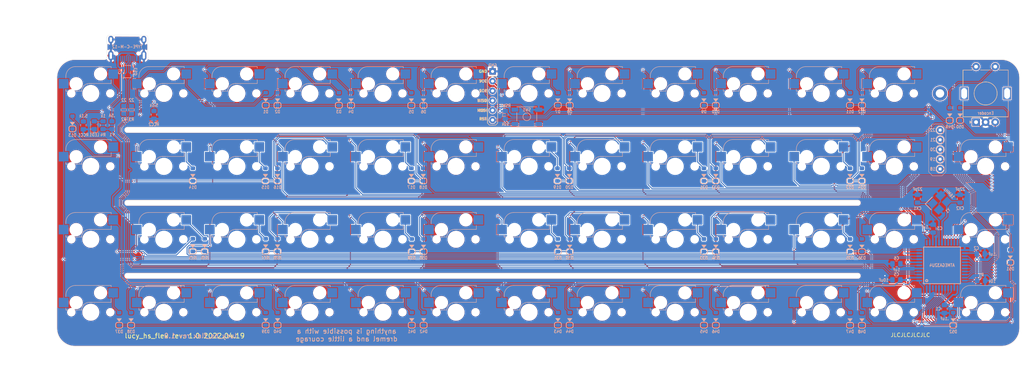
<source format=kicad_pcb>
(kicad_pcb (version 20211014) (generator pcbnew)
  (layers (0 "F.Cu" signal) (31 "B.Cu" signal) (34 "B.Paste" user) (35 "F.Paste" user) (36 "B.SilkS" user "B.Silkscreen") (37 "F.SilkS" user "F.Silkscreen") (38 "B.Mask" user) (39 "F.Mask" user) (44 "Edge.Cuts" user))
  (net 0 "")
  (net 1 "Net-(D1-Pad2)")
  (net 2 "Net-(D2-Pad2)")
  (net 3 "Net-(D3-Pad2)")
  (net 4 "Net-(D4-Pad2)")
  (net 5 "Net-(D5-Pad2)")
  (net 6 "Net-(D6-Pad2)")
  (net 7 "Net-(D7-Pad2)")
  (net 8 "Net-(D8-Pad2)")
  (net 9 "Net-(D9-Pad2)")
  (net 10 "Net-(D10-Pad2)")
  (net 11 "Net-(D11-Pad2)")
  (net 12 "Net-(D12-Pad2)")
  (net 13 "Net-(D13-Pad2)")
  (net 14 "Net-(D14-Pad2)")
  (net 15 "Net-(D15-Pad2)")
  (net 16 "Net-(D16-Pad2)")
  (net 17 "Net-(D17-Pad2)")
  (net 18 "Net-(D18-Pad2)")
  (net 19 "Net-(D19-Pad2)")
  (net 20 "Net-(D20-Pad2)")
  (net 21 "Net-(D21-Pad2)")
  (net 22 "Net-(D22-Pad2)")
  (net 23 "Net-(D23-Pad2)")
  (net 24 "Net-(D24-Pad2)")
  (net 25 "Net-(D25-Pad2)")
  (net 26 "Net-(D26-Pad2)")
  (net 27 "Net-(D27-Pad2)")
  (net 28 "Net-(D28-Pad2)")
  (net 29 "Net-(D29-Pad2)")
  (net 30 "Net-(D30-Pad2)")
  (net 31 "Net-(D31-Pad2)")
  (net 32 "Net-(D32-Pad2)")
  (net 33 "Net-(D33-Pad2)")
  (net 34 "Net-(D34-Pad2)")
  (net 35 "Net-(D35-Pad2)")
  (net 36 "Net-(D36-Pad2)")
  (net 37 "Net-(D37-Pad2)")
  (net 38 "Net-(D38-Pad2)")
  (net 39 "Net-(D39-Pad2)")
  (net 40 "Net-(D40-Pad2)")
  (net 41 "Net-(D41-Pad2)")
  (net 42 "Net-(D42-Pad2)")
  (net 43 "Net-(D43-Pad2)")
  (net 44 "Net-(D44-Pad2)")
  (net 45 "Net-(D45-Pad2)")
  (net 46 "Net-(D46-Pad2)")
  (net 47 "Net-(D47-Pad2)")
  (net 48 "Net-(D48-Pad2)")
  (net 49 "VCC")
  (net 50 "Net-(C6-Pad1)")
  (net 51 "XTAL1")
  (net 52 "XTAL2")
  (net 53 "row0")
  (net 54 "row1")
  (net 55 "row2")
  (net 56 "row3")
  (net 57 "D-")
  (net 58 "D+")
  (net 59 "col0")
  (net 60 "col1")
  (net 61 "col2")
  (net 62 "col3")
  (net 63 "col4")
  (net 64 "col5")
  (net 65 "col6")
  (net 66 "col7")
  (net 67 "col8")
  (net 68 "col9")
  (net 69 "col10")
  (net 70 "col11")
  (net 71 "Net-(R1-Pad2)")
  (net 72 "VBUS")
  (net 73 "Net-(J1-PadB5)")
  (net 74 "Net-(J1-PadA5)")
  (net 75 "ISP_Reset")
  (net 76 "Net-(D52-Pad2)")
  (net 77 "col12")
  (net 78 "GND")
  (net 79 "Net-(LED1-Pad2)")
  (net 80 "DBUS-")
  (net 81 "DBUS+")
  (net 82 "enc0a")
  (net 83 "enc0b")
  (net 84 "Net-(D49-Pad2)")
  (net 85 "Net-(D50-Pad2)")
  (net 86 "Net-(D51-Pad2)")
  (net 91 "Net-(J3-Pad1)")
  (net 92 "Net-(J4-Pad1)")
  (net 93 "Net-(J5-Pad1)")
  (net 94 "Net-(J6-Pad1)")
  (net 95 "Net-(J7-Pad1)")
  (footprint "MX_Only:MXOnly-1U-Hotswap" (layer "F.Cu") (at 124.990225 53.19395)
    (fp_text reference "K3")
    (fp_text value "KEYSW")
  )
  (footprint "MX_Only:MXOnly-1U-Hotswap" (layer "F.Cu") (at 201.190225 53.19395)
    (fp_text reference "K7")
    (fp_text value "KEYSW")
  )
  (footprint "MX_Only:MXOnly-1U-Hotswap" (layer "F.Cu") (at 182.140225 53.19395)
    (fp_text reference "K6")
    (fp_text value "KEYSW")
  )
  (footprint "MX_Only:MXOnly-1U-Hotswap" (layer "F.Cu") (at 163.090225 53.19395)
    (fp_text reference "K5")
    (fp_text value "KEYSW")
  )
  (footprint "MX_Only:MXOnly-1U-Hotswap" (layer "F.Cu") (at 86.890225 53.19395)
    (fp_text reference "K1")
    (fp_text value "KEYSW")
  )
  (footprint "MX_Only:MXOnly-1U-Hotswap" (layer "F.Cu") (at 220.240225 53.19395)
    (fp_text reference "K8")
    (fp_text value "KEYSW")
  )
  (footprint "MX_Only:MXOnly-1U-Hotswap" (layer "F.Cu") (at 239.290225 53.19395)
    (fp_text reference "K9")
    (fp_text value "KEYSW")
  )
  (footprint "MX_Only:MXOnly-1U-Hotswap" (layer "F.Cu") (at 86.890225 72.24395)
    (fp_text reference "K13")
    (fp_text value "KEYSW")
  )
  (footprint "MX_Only:MXOnly-1U-Hotswap" (layer "F.Cu") (at 105.940225 72.24395)
    (fp_text reference "K14")
    (fp_text value "KEYSW")
  )
  (footprint "MX_Only:MXOnly-1U-Hotswap" (layer "F.Cu") (at 144.045399 72.24395)
    (fp_text reference "K16")
    (fp_text value "KEYSW")
  )
  (footprint "MX_Only:MXOnly-1U-Hotswap" (layer "F.Cu") (at 277.390225 53.19395)
    (fp_text reference locked "K11")
    (fp_text value "KEYSW")
  )
  (footprint "MX_Only:MXOnly-1U-Hotswap" (layer "F.Cu") (at 163.090225 72.24395)
    (fp_text reference "K17")
    (fp_text value "KEYSW")
  )
  (footprint "MX_Only:MXOnly-1U-Hotswap" (layer "F.Cu") (at 182.140225 72.24395)
    (fp_text reference "K18")
    (fp_text value "KEYSW")
  )
  (footprint "MX_Only:MXOnly-1U-Hotswap" (layer "F.Cu") (at 201.190225 72.24395)
    (fp_text reference "K19")
    (fp_text value "KEYSW")
  )
  (footprint "MX_Only:MXOnly-1U-Hotswap" (layer "F.Cu") (at 105.940225 110.34395)
    (fp_text reference "K38")
    (fp_text value "KEYSW")
  )
  (footprint "MX_Only:MXOnly-1U-Hotswap" (layer "F.Cu") (at 124.990225 110.34395)
    (fp_text reference "K39")
    (fp_text value "KEYSW")
  )
  (footprint "MX_Only:MXOnly-1U-Hotswap" (layer "F.Cu") (at 144.040225 110.34395)
    (fp_text reference locked "K40")
    (fp_text value "KEYSW")
  )
  (footprint "MX_Only:MXOnly-1U-Hotswap" (layer "F.Cu") (at 163.090225 110.34395)
    (fp_text reference locked "K41")
    (fp_text value "KEYSW")
  )
  (footprint "MX_Only:MXOnly-1U-Hotswap" (layer "F.Cu") (at 182.140225 110.34395)
    (fp_text reference "K42")
    (fp_text value "KEYSW")
  )
  (footprint "MX_Only:MXOnly-1U-Hotswap" (layer "F.Cu") (at 220.240225 110.34395)
    (fp_text reference "K44")
    (fp_text value "KEYSW")
  )
  (footprint "MX_Only:MXOnly-1U-Hotswap" (layer "F.Cu") (at 239.290225 110.34395)
    (fp_text reference "K45")
    (fp_text value "KEYSW")
  )
  (footprint "MX_Only:MXOnly-1U-Hotswap" (layer "F.Cu") (at 258.340225 110.34395)
    (fp_text reference "K46")
    (fp_text value "KEYSW")
  )
  (footprint "MX_Only:MXOnly-1U-Hotswap" (layer "F.Cu") (at 277.390225 110.34395)
    (fp_text reference "K47")
    (fp_text value "KEYSW")
  )
  (footprint "MX_Only:MXOnly-1U-Hotswap" (layer "F.Cu") (at 201.190225 110.34395)
    (fp_text reference "K43")
    (fp_text value "KEYSW")
  )
  (footprint "MX_Only:MXOnly-1U-Hotswap" (layer "F.Cu") (at 277.390225 91.29395)
    (fp_text reference locked "K35")
    (fp_text value "KEYSW")
  )
  (footprint "MX_Only:MXOnly-1U-Hotswap" (layer "F.Cu") (at 258.340225 91.29395)
    (fp_text reference "K34")
    (fp_text value "KEYSW")
  )
  (footprint "MX_Only:MXOnly-1U-Hotswap" (layer "F.Cu") (at 220.240225 91.29395)
    (fp_text reference "K32")
    (fp_text value "KEYSW")
  )
  (footprint "MX_Only:MXOnly-1U-Hotswap" (layer "F.Cu") (at 182.140225 91.29395)
    (fp_text reference "K30")
    (fp_text value "KEYSW")
  )
  (footprint "MX_Only:MXOnly-1U-Hotswap" (layer "F.Cu") (at 144.040225 91.29395)
    (fp_text reference "K28")
    (fp_text value "KEYSW")
  )
  (footprint "MX_Only:MXOnly-1U-Hotswap" (layer "F.Cu") (at 86.890225 91.29395)
    (fp_text reference "K25")
    (fp_text value "KEYSW")
  )
  (footprint "MX_Only:MXOnly-1U-Hotswap" (layer "F.Cu") (at 163.090225 91.29395)
    (fp_text reference "K29")
    (fp_text value "KEYSW")
  )
  (footprint "MX_Only:MXOnly-1U-Hotswap" (layer "F.Cu") (at 296.440225 72.24395)
    (fp_text reference "K24")
    (fp_text value "KEYSW")
  )
  (footprint "MX_Only:MXOnly-1U-Hotswap" (layer "F.Cu") (at 124.990225 91.29395)
    (fp_text reference "K27")
    (fp_text value "KEYSW")
  )
  (footprint "MX_Only:MXOnly-1U-Hotswap" (layer "F.Cu") (at 105.940225 91.29395)
    (fp_text reference "K26")
    (fp_text value "KEYSW")
  )
  (footprint "MX_Only:MXOnly-1U-Hotswap" (layer "F.Cu") (at 258.340225 72.24395)
    (fp_text reference locked "K22")
    (fp_text value "KEYSW")
  )
  (footprint "MX_Only:MXOnly-1U-Hotswap" (layer "F.Cu") (at 239.290225 72.24395)
    (fp_text reference "K21")
    (fp_text value "KEYSW")
  )
  (footprint "MX_Only:MXOnly-1U-Hotswap" (layer "F.Cu") (at 277.390225 72.24395)
    (fp_text reference "K23")
    (fp_text value "KEYSW")
  )
  (footprint "MX_Only:MXOnly-1U-Hotswap" (layer "F.Cu") (at 296.440225 110.34395)
    (fp_text reference "K48")
    (fp_text value "KEYSW")
  )
  (footprint "MX_Only:MXOnly-1U-Hotswap" (layer "F.Cu") (at 296.440225 91.29395)
    (fp_text reference "K36")
    (fp_text value "KEYSW")
  )
  (footprint "MX_Only:MXOnly-1U-Hotswap" (layer "F.Cu") (at 296.440225 53.19395)
    (fp_text reference "K12")
    (fp_text value "KEYSW")
  )
  (footprint "Keebio-Parts:RotaryEncoder_EC11" (layer "F.Cu") (at 320.252725 53.19395 90)
    (fp_text reference "SW2")
    (fp_text value "Rotary_Encoder_Switch")
  )
  (footprint "MX_Only:MXOnly-1U-Hotswap" (layer "F.Cu") (at 105.940225 53.19395)
    (fp_text reference "K2")
    (fp_text value "KEYSW")
  )
  (footprint "MX_Only:MXOnly-1U-Hotswap" (layer "F.Cu") (at 144.040225 53.19395)
    (fp_text reference "K4")
    (fp_text value "KEYSW")
  )
  (footprint "MX_Only:MXOnly-1U-Hotswap" (layer "F.Cu") (at 320.252785 110.34423)
    (fp_text reference "K52")
    (fp_text value "KEYSW")
  )
  (footprint "MX_Only:MXOnly-1U-Hotswap" (layer "F.Cu") (at 320.252785 72.24407)
    (fp_text reference "K50")
    (fp_text value "KEYSW")
  )
  (footprint "MX_Only:MXOnly-1U-Hotswap" (layer "F.Cu") (at 320.252785 91.29415)
    (fp_text reference "K51")
    (fp_text value "KEYSW")
  )
  (footprint "MX_Only:MXOnly-1U-Hotswap" (layer "F.Cu") (at 201.190225 91.29395)
    (fp_text reference "K31")
    (fp_text value "KEYSW")
  )
  (footprint "MX_Only:MXOnly-1U-Hotswap" (layer "F.Cu") (at 239.290225 91.29395)
    (fp_text reference "K33")
    (fp_text value "KEYSW")
  )
  (footprint "MX_Only:MXOnly-1U-Hotswap" (layer "F.Cu") (at 86.890225 110.34395)
    (fp_text reference "K37")
    (fp_text value "KEYSW")
  )
  (footprint "MX_Only:MXOnly-1U-Hotswap" (layer "F.Cu") (at 258.340225 53.19395)
    (fp_text reference "K10")
    (fp_text value "KEYSW")
  )
  (footprint "MX_Only:MXOnly-1U-Hotswap" (layer "F.Cu") (at 124.990225 72.24395)
    (fp_text reference "K15")
    (fp_text value "KEYSW")
  )
  (footprint "MX_Only:MXOnly-1U-Hotswap" (layer "F.Cu") (at 220.240225 72.24395)
    (fp_text reference "K20")
    (fp_text value "KEYSW")
  )
  (footprint "MountingHole:MountingHole_2.2mm_M2_DIN965_Pad" (layer "F.Cu") (at 308.346661 53.19395)
    (fp_text reference "H1")
    (fp_text value "MountingHole")
  )
  (footprint "Capacitor_SMD:C_0805_2012Metric_Pad1.18x1.45mm_HandSolder" (layer "B.Cu") (at 309.490225 109.49395 -90)
    (fp_text reference "C1")
    (fp_text value ".1uF")
  )
  (footprint "Keeb_footprints:D_SOD-123_modified" (layer "B.Cu") (at 116.590225 92.79395 90)
    (fp_text reference "D26")
    (fp_text value "D")
  )
  (footprint "Keeb_footprints:D_SOD-123_modified" (layer "B.Cu") (at 208.590225 74.39395 90)
    (fp_text reference "D19")
    (fp_text value "D")
  )
  (footprint "Keeb_footprints:D_SOD-123_modified" (layer "B.Cu") (at 170.490225 74.39395 90)
    (fp_text reference "D17")
    (fp_text value "D")
  )
  (footprint "Keeb_footprints:D_SOD-123_modified" (layer "B.Cu") (at 135.581415 74.39395 90)
    (fp_text reference "D16")
    (fp_text value "D")
  )
  (footprint "Keeb_footprints:D_SOD-123_modified" (layer "B.Cu") (at 113.490225 74.39395 90)
    (fp_text reference "D14")
    (fp_text value "D")
  )
  (footprint "Keeb_footprints:D_SOD-123_modified" (layer "B.Cu") (at 284.890625 54.65625 90)
    (fp_text reference "D11")
    (fp_text value "D")
  )
  (footprint "Keeb_footprints:D_SOD-123_modified" (layer "B.Cu") (at 249.881415 54.65625 90)
    (fp_text reference "D10")
    (fp_text value "D")
  )
  (footprint "Keeb_footprints:D_SOD-123_modified" (layer "B.Cu") (at 211.781415 54.65625 90)
    (fp_text reference "D8")
    (fp_text value "D")
  )
  (footprint "Keeb_footprints:D_SOD-123_modified" (layer "B.Cu") (at 208.681415 54.65625 90)
    (fp_text reference "D7")
    (fp_text value "D")
  )
  (footprint "Keeb_footprints:D_SOD-123_modified" (layer "B.Cu") (at 173.651789 54.683377 90)
    (fp_text reference "D6")
    (fp_text value "D")
  )
  (footprint "Keeb_footprints:D_SOD-123_modified" (layer "B.Cu") (at 170.476789 54.683377 90)
    (fp_text reference "D5")
    (fp_text value "D")
  )
  (footprint "Keeb_footprints:D_SOD-123_modified" (layer "B.Cu") (at 154.751789 54.65625 90)
    (fp_text reference "D4")
    (fp_text value "D")
  )
  (footprint "Keeb_footprints:D_SOD-123_modified" (layer "B.Cu") (at 287.990625 112.1 90)
    (fp_text reference "D48")
    (fp_text value "D")
  )
  (footprint "Keeb_footprints:D_SOD-123_modified" (layer "B.Cu") (at 284.890625 112.1 90)
    (fp_text reference "D47")
    (fp_text value "D")
  )
  (footprint "Keeb_footprints:D_SOD-123_modified" (layer "B.Cu") (at 249.890625 112.063123 90)
    (fp_text reference "D46")
    (fp_text value "D")
  )
  (footprint "Keeb_footprints:D_SOD-123_modified" (layer "B.Cu") (at 246.790625 112.05625 90)
    (fp_text reference "D45")
    (fp_text value "D")
  )
  (footprint "Keeb_footprints:D_SOD-123_modified" (layer "B.Cu") (at 211.783999 112.05625 90)
    (fp_text reference "D44")
    (fp_text value "D")
  )
  (footprint "Keeb_footprints:D_SOD-123_modified" (layer "B.Cu") (at 208.7 112.05625 90)
    (fp_text reference "D43")
    (fp_text value "D")
  )
  (footprint "Keeb_footprints:D_SOD-123_modified" (layer "B.Cu") (at 211.790625 92.85625 90)
    (fp_text reference "D32")
    (fp_text value "D")
  )
  (footprint "Keeb_footprints:D_SOD-123_modified" (layer "B.Cu") (at 284.890625 74.39395 90)
    (fp_text reference "D23")
    (fp_text value "D")
  )
  (footprint "Keeb_footprints:D_SOD-123_modified" (layer "B.Cu") (at 208.690625 92.85625 90)
    (fp_text reference "D31")
    (fp_text value "D")
  )
  (footprint "Keeb_footprints:D_SOD-123_modified" (layer "B.Cu") (at 170.585999 92.85625 90)
    (fp_text reference "D29")
    (fp_text value "D")
  )
  (footprint "Keeb_footprints:D_SOD-123_modified" (layer "B.Cu") (at 132.490225 92.79395 90)
    (fp_text reference "D27")
    (fp_text value "D")
  )
  (footprint "Keeb_footprints:D_SOD-123_modified" (layer "B.Cu") (at 287.990625 74.39395 90)
    (fp_text reference "D24")
    (fp_text value "D")
  )
  (footprint "Keeb_footprints:D_SOD-123_modified" (layer "B.Cu") (at 284.890625 92.85625 90)
    (fp_text reference "D35")
    (fp_text value "D")
  )
  (footprint "Keeb_footprints:D_SOD-123_modified" (layer "B.Cu") (at 249.890625 92.85625 90)
    (fp_text reference "D34")
    (fp_text value "D")
  )
  (footprint "Keeb_footprints:D_SOD-123_modified" (layer "B.Cu") (at 246.790625 92.85625 90)
    (fp_text reference "D33")
    (fp_text value "D")
  )
  (footprint "Keeb_footprints:D_SOD-123_modified" (layer "B.Cu") (at 173.690625 112.05625 90)
    (fp_text reference "D42")
    (fp_text value "D")
  )
  (footprint "Keeb_footprints:D_SOD-123_modified" (layer "B.Cu") (at 151.576789 54.65625 90)
    (fp_text reference "D3")
    (fp_text value "D")
  )
  (footprint "Keeb_footprints:D_SOD-123_modified" (layer "B.Cu") (at 211.690225 74.39395 90)
    (fp_text reference "D20")
    (fp_text value "D")
  )
  (footprint "Keeb_footprints:ICSP-Header_small_pins" (layer "B.Cu") (at 191.665313 47.44395 180)
    (fp_text reference "J2" hide)
    (fp_text value "AVR-ISP-6_mod")
  )
  (footprint "Keeb_footprints:D_SOD-123_modified" (layer "B.Cu") (at 287.990625 54.65625 90)
    (fp_text reference "D12")
    (fp_text value "D")
  )
  (footprint "Keeb_footprints:D_SOD-123_modified" (layer "B.Cu") (at 311.790625 112.1 90)
    (fp_text reference "D52")
    (fp_text value "D")
  )
  (footprint "Keeb_footprints:D_SOD-123_modified" (layer "B.Cu") (at 313.590225 58.59395 90)
    (fp_text reference "D50")
    (fp_text value "D")
  )
  (footprint "Keeb_footprints:D_SOD-123_modified" (layer "B.Cu") (at 326.690225 95.69395 90)
    (fp_text reference "D51")
    (fp_text value "D")
  )
  (footprint "random-keyboard-parts:SKQG-1155865" (layer "B.Cu") (at 200.590225 59.29395)
    (fp_text reference "SW1")
    (fp_text value "SW_PUSH")
  )
  (footprint "Keebio-Parts:ATMEGA32U4-AU" (layer "B.Cu") (at 308.890225 98.09395)
    (fp_text reference "U1")
    (fp_text value "ATMEGA32U4")
  )
  (footprint "Capacitor_SMD:C_0805_2012Metric_Pad1.18x1.45mm_HandSolder" (layer "B.Cu") (at 306.590225 88.49395 90)
    (fp_text reference "C3")
    (fp_text value ".1uF")
  )
  (footprint "Capacitor_SMD:C_0805_2012Metric_Pad1.18x1.45mm_HandSolder" (layer "B.Cu") (at 313.590225 80.69395 90)
    (fp_text reference "CX2")
    (fp_text value "22pF")
  )
  (footprint "Capacitor_SMD:C_0805_2012Metric_Pad1.18x1.45mm_HandSolder" (layer "B.Cu") (at 302.490225 80.69395 90)
    (fp_text reference "CX1")
    (fp_text value "22pF")
  )
  (footprint "Crystal:Crystal_SMD_3225-4Pin_3.2x2.5mm_HandSoldering" (layer "B.Cu") (at 308.290225 81.69395 45)
    (fp_text reference "Y1")
    (fp_text value "16MHz")
  )
  (footprint "Fuse:Fuse_0805_2012Metric_Pad1.15x1.40mm_HandSolder" (layer "B.Cu") (at 92.390225 61.49395 90)
    (fp_text reference "F1")
    (fp_text value ".5A")
  )
  (footprint "Keeb_footprints:TYPE-C-31-M-12" (layer "B.Cu") (at 96.415217 44.81645)
    (fp_text reference "J1")
    (fp_text value "TYPE-C-31-M12_13")
  )
  (footprint "Resistor_SMD:R_0805_2012Metric_Pad1.15x1.40mm_HandSolder" (layer "B.Cu") (at 97.490625 57.49395 90)
    (fp_text reference "R3")
    (fp_text value "22")
  )
  (footprint "Resistor_SMD:R_0805_2012Metric_Pad1.15x1.40mm_HandSolder" (layer "B.Cu") (at 84.940225 61.54395 90)
    (fp_text reference "RCC1")
    (fp_text value "5.1k")
  )
  (footprint "Resistor_SMD:R_0805_2012Metric_Pad1.15x1.40mm_HandSolder" (layer "B.Cu") (at 90.090225 61.49395 -90)
    (fp_text reference "R4")
    (fp_text value "1k")
  )
  (footprint "LED_SMD:LED_0805_2012Metric_Pad1.15x1.40mm_HandSolder" (layer "B.Cu") (at 87.790225 61.49395 90)
    (fp_text reference "LED1")
    (fp_text value "LED")
  )
  (footprint "Keeb_footprints:D_SOD-123_modified" (layer "B.Cu") (at 135.590625 112.05625 90)
    (fp_text reference "D40")
    (fp_text value "D")
  )
  (footprint "Keeb_footprints:D_SOD-123_modified" (layer "B.Cu") (at 132.490625 112.063123 90)
    (fp_text reference "D39")
    (fp_text value "D")
  )
  (footprint "Capacitor_SMD:C_0805_2012Metric_Pad1.18x1.45mm_HandSolder" (layer "B.Cu") (at 318.990225 95.09395)
    (fp_text reference "C2")
    (fp_text value ".1uF")
  )
  (footprint "Resistor_SMD:R_0805_2012Metric_Pad1.15x1.40mm_HandSolder" (layer "B.Cu") (at 95.490625 57.49395 90)
    (fp_text reference "R2")
    (fp_text value "22")
  )
  (footprint "Capacitor_SMD:C_0805_2012Metric_Pad1.18x1.45mm_HandSolder" (layer "B.Cu") (at 296.990225 101.89395 180)
    (fp_text reference "C5")
    (fp_text value "10uF")
  )
  (footprint "Capacitor_SMD:C_0805_2012Metric_Pad1.18x1.45mm_HandSolder" (layer "B.Cu") (at 296.990225 97.69395 180)
    (fp_text reference "C6")
    (fp_text value "1uF")
  )
  (footprint "Resistor_SMD:R_0805_2012Metric_Pad1.15x1.40mm_HandSolder" (layer "B.Cu") (at 319.090225 102.09395 180)
    (fp_text reference "R1")
    (fp_text value "10k")
  )
  (footprint "Keeb_footprints:D_SOD-123_modified" (layer "B.Cu") (at 82.090225 60.79395 90)
    (fp_text reference "D13")
    (fp_text value "D")
  )
  (footprint "Keeb_footprints:D_SOD-123_modified" (layer "B.Cu") (at 94.290225 112.09395 90)
    (fp_text reference "D37")
    (fp_text value "D")
  )
  (footprint "Keeb_footprints:D_SOD-123_modified" (layer "B.Cu") (at 97.390225 112.09395 90)
    (fp_text reference "D38")
    (fp_text value "D")
  )
  (footprint "Keeb_footprints:D_SOD-123_modified" (layer "B.Cu") (at 170.590625 112.05625 90)
    (fp_text reference "D41")
    (fp_text value "D")
  )
  (footprint "Keeb_footprints:D_SOD-123_modified" (layer "B.Cu") (at 135.590225 92.79395 90)
    (fp_text reference "D28")
    (fp_text value "D")
  )
  (footprint "Keeb_footprints:D_SOD-123_modified" (layer "B.Cu") (at 173.65 92.85625 90)
    (fp_text reference "D30")
    (fp_text value "D")
  )
  (footprint "Keeb_footprints:D_SOD-123_modified" (layer "B.Cu") (at 287.990625 92.85625 90)
    (fp_text reference "D36")
    (fp_text value "D")
  )
  (footprint "Keeb_footprints:D_SOD-123_modified" (layer "B.Cu") (at 113.490225 92.79395 90)
    (fp_text reference "D25")
    (fp_text value "D")
  )
  (footprint "Keeb_footprints:D_SOD-123_modified" (layer "B.Cu") (at 135.581415 54.65625 90)
    (fp_text reference "D2")
    (fp_text value "D")
  )
  (footprint "Keeb_footprints:D_SOD-123_modified" (layer "B.Cu") (at 310.890225 58.59395 90)
    (fp_text reference "D49")
    (fp_text value "D")
  )
  (footprint "Keeb_footprints:D_SOD-123_modified" (layer "B.Cu") (at 246.781415 54.65625 90)
    (fp_text reference "D9")
    (fp_text value "D")
  )
  (footprint "Keeb_footprints:D_SOD-123_modified" (layer "B.Cu") (at 132.490625 54.64995 90)
    (fp_text reference "D1")
    (fp_text value "D")
  )
  (footprint "Resistor_SMD:R_0805_2012Metric_Pad1.15x1.40mm_HandSolder" (layer "B.Cu") (at 194.990225 58.79395 90)
    (fp_text reference "RSW1")
    (fp_text value "10k")
  )
  (footprint "Keeb_footprints:D_SOD-123_modified" (layer "B.Cu") (at 249.881415 74.39395 90)
    (fp_text reference "D22")
    (fp_text value "D")
  )
  (footprint "Keeb_footprints:D_SOD-123_modified" (layer "B.Cu") (at 246.781415 74.39395 90)
    (fp_text reference "D21")
    (fp_text value "D")
  )
  (footprint "Keeb_footprints:D_SOD-123_modified" (layer "B.Cu") (at 173.590225 74.39395 90)
    (fp_text reference "D18")
    (fp_text value "D")
  )
  (footprint "Keeb_footprints:D_SOD-123_modified" (layer "B.Cu") (at 132.431415 74.39395 90)
    (fp_text reference "D15")
    (fp_text value "D")
  )
  (footprint "Resistor_SMD:R_0805_2012Metric_Pad1.15x1.40mm_HandSolder" (layer "B.Cu") (at 103.340225 58.79395 90)
    (fp_text reference "RCC2")
    (fp_text value "5.1k")
  )
  (footprint "Keebio-Parts:SOT-143B" (layer "B.Cu") (at 96.490625 47.49395 -90)
    (fp_text reference "U2")
    (fp_text value "PRTR5V0U2X" hide)
  )
  (footprint "TestPoint:TestPoint_Keystone_5000-5004_Miniature" (layer "B.Cu") (at 308.390225 67.84395 180)
    (fp_text reference "J5")
    (fp_text value "Conn_01x01")
  )
  (footprint "TestPoint:TestPoint_Keystone_5000-5004_Miniature" (layer "B.Cu") (at 308.390225 70.38395 180)
    (fp_text reference "J4")
    (fp_text value "Conn_01x01")
  )
  (footprint "TestPoint:TestPoint_Keystone_5000-5004_Miniature" (layer "B.Cu") (at 308.390225 72.92395 180)
    (fp_text reference "J3")
    (fp_text value "Conn_01x01")
  )
  (footprint "TestPoint:TestPoint_Keystone_5000-5004_Miniature" (layer "B.Cu") (at 308.390225 65.30395 180)
    (fp_text reference "J6")
    (fp_text value "Conn_01x01")
  )
  (footprint "TestPoint:TestPoint_Keystone_5000-5004_Miniature" (layer "B.Cu") (at 308.390225 62.76395 180)
    (fp_text reference "J7")
    (fp_text value "Conn_01x01")
  )
  (gr_line (start 305.390225 73.69395) (end 306.390225 74.69395) (layer "B.SilkS") (width 0.1))
  (gr_line (start 309.890225 62.19395) (end 308.890225 61.19395) (layer "B.SilkS") (width 0.1))
  (gr_line (start 306.390225 74.69395) (end 308.890225 74.69395) (layer "B.SilkS") (width 0.1))
  (gr_line (start 305.390225 62.19395) (end 305.390225 73.69395) (layer "B.SilkS") (width 0.1))
  (gr_line (start 309.890225 73.69395) (end 309.890225 62.19395) (layer "B.SilkS") (width 0.1))
  (gr_line (start 305.390225 62.19395) (end 306.390225 61.19395) (layer "B.SilkS") (width 0.1))
  (gr_line (start 309.890225 73.69395) (end 308.890225 74.69395) (layer "B.SilkS") (width 0.1))
  (gr_line (start 308.890225 61.19395) (end 306.390225 61.19395) (layer "B.SilkS") (width 0.1))
  (gr_line (start 91.057416 43.668942) (end 91.057416 38.608805) (layer "Edge.Cuts") (width 0.05))
  (gr_arc (start 324.420112 44.264255) (mid 327.787711 45.65916) (end 329.182616 49.026759) (layer "Edge.Cuts") (width 0.05))
  (gr_line (start 96.415233 101.414303) (end 286.915393 101.414303) (layer "Edge.Cuts") (width 0.05))
  (gr_arc (start 329.182616 114.511189) (mid 327.787711 117.878788) (end 324.420112 119.273693) (layer "Edge.Cuts") (width 0.05))
  (gr_arc (start 286.915393 81.173661) (mid 287.510706 81.768974) (end 286.915393 82.364287) (layer "Edge.Cuts") (width 0.05))
  (gr_arc (start 77.96053 49.026759) (mid 79.355435 45.65916) (end 82.723034 44.264255) (layer "Edge.Cuts") (width 0.05))
  (gr_line (start 329.182616 49.026759) (end 329.182616 114.511189) (layer "Edge.Cuts") (width 0.05))
  (gr_line (start 286.915393 100.223677) (end 96.415233 100.223677) (layer "Edge.Cuts") (width 0.05))
  (gr_line (start 324.420112 119.273693) (end 82.723034 119.273693) (layer "Edge.Cuts") (width 0.05))
  (gr_arc (start 82.723034 119.273693) (mid 79.355435 117.878788) (end 77.96053 114.511189) (layer "Edge.Cuts") (width 0.05))
  (gr_arc (start 102.368363 44.26427) (mid 101.947414 44.089907) (end 101.773051 43.668958) (layer "Edge.Cuts") (width 0.05))
  (gr_line (start 324.420112 44.264255) (end 102.368363 44.26427) (layer "Edge.Cuts") (width 0.05))
  (gr_line (start 91.652729 38.013494) (end 101.177738 38.013494) (layer "Edge.Cuts") (width 0.05))
  (gr_line (start 286.915393 62.123645) (end 96.415233 62.123645) (layer "Edge.Cuts") (width 0.05))
  (gr_line (start 96.415233 63.314271) (end 286.915393 63.314271) (layer "Edge.Cuts") (width 0.05))
  (gr_arc (start 96.415233 63.314271) (mid 95.81992 62.718958) (end 96.415233 62.123645) (layer "Edge.Cuts") (width 0.05))
  (gr_arc (start 286.915393 62.123645) (mid 287.510706 62.718958) (end 286.915393 63.314271) (layer "Edge.Cuts") (width 0.05))
  (gr_line (start 77.96053 114.511189) (end 77.96053 49.026759) (layer "Edge.Cuts") (width 0.05))
  (gr_line (start 101.77305 38.608806) (end 101.77305 43.668958) (layer "Edge.Cuts") (width 0.05))
  (gr_arc (start 101.177738 38.013494) (mid 101.598687 38.187857) (end 101.77305 38.608806) (layer "Edge.Cuts") (width 0.05))
  (gr_arc (start 286.915393 100.223677) (mid 287.510706 100.81899) (end 286.915393 101.414303) (layer "Edge.Cuts") (width 0.05))
  (gr_arc (start 91.057416 38.608806) (mid 91.231779 38.187857) (end 91.652728 38.013494) (layer "Edge.Cuts") (width 0.05))
  (gr_arc (start 96.415233 101.414303) (mid 95.81992 100.81899) (end 96.415233 100.223677) (layer "Edge.Cuts") (width 0.05))
  (gr_arc (start 91.057416 43.668943) (mid 90.883053 44.089892) (end 90.462104 44.264255) (layer "Edge.Cuts") (width 0.05))
  (gr_line (start 286.915393 81.173661) (end 96.415233 81.173661) (layer "Edge.Cuts") (width 0.05))
  (gr_line (start 82.723034 44.264255) (end 90.462104 44.264255) (layer "Edge.Cuts") (width 0.05))
  (gr_arc (start 96.415233 82.364287) (mid 95.81992 81.768974) (end 96.415233 81.173661) (layer "Edge.Cuts") (width 0.05))
  (gr_line (start 96.415233 82.364287) (end 286.915393 82.364287) (layer "Edge.Cuts") (width 0.05))
  (gr_text "16MHz" (at 310.740225 79.24395 315) (layer "B.SilkS") (effects (font (size 0.8 0.7)) (justify mirror)))
  (gr_text "Encoder" (at 320.27947 58.34087) (layer "B.SilkS") (effects (font (size 0.8 0.7)) (justify mirror)))
  (gr_text "lucy_hs_flex rev 1.0" (at 115.48288 116.5) (layer "B.SilkS") (effects (font (size 1.25 1.25) (thickness 0.2)) (justify mirror)))
  (gr_text "anything is possible with a\ndremel and a little courage" (at 153.590225 116.29395) (layer "B.SilkS") (effects (font (size 1.25 1.25) (thickness 0.2)) (justify mirror)))
  (gr_text "JLCJLCJLCJLC" (at 300.632625 116.284314) (layer "F.SilkS") (effects (font (size 1 1))))
  (gr_text "lucy_hs_flex rev. 1.0 2022.04.19" (at 111.38288 116.5) (layer "F.SilkS") (effects (font (size 1.25 1.25) (thickness 0.2))))
  (segment (start 91.735725 56.89395) (end 92.335725 57.49395) (width 0.25) (layer "F.Cu") (net 1))
  (segment (start 114.090225 56.09395) (end 115.149994 55.034181) (width 0.25) (layer "F.Cu") (net 1))
  (segment (start 115.149994 55.034181) (end 116.449994 55.034181) (width 0.25) (layer "F.Cu") (net 1))
  (segment (start 92.335725 57.49395) (end 99.090225 57.49395) (width 0.25) (layer "F.Cu") (net 1))
  (segment (start 99.090225 57.49395) (end 100.490225 56.09395) (width 0.25) (layer "F.Cu") (net 1))
  (segment (start 100.490225 56.09395) (end 114.090225 56.09395) (width 0.25) (layer "F.Cu") (net 1))
  (via (at 116.449994 55.034181) (size 0.65) (drill 0.35) (layers "F.Cu" "B.Cu") (net 1))
  (via (at 91.735725 56.89395) (size 0.65) (drill 0.35) (layers "F.Cu" "B.Cu") (net 1))
  (segment (start 92.732225 48.11395) (end 92.732225 50.73595) (width 0.25) (layer "B.Cu") (net 1))
  (segment (start 94.090225 54.53945) (end 91.735725 56.89395) (width 0.25) (layer "B.Cu") (net 1))
  (segment (start 129.369327 55.89395) (end 132.263328 52.99995) (width 0.25) (layer "B.Cu") (net 1))
  (segment (start 129.369327 55.89395) (end 117.309763 55.89395) (width 0.25) (layer "B.Cu") (net 1))
  (segment (start 117.309763 55.89395) (end 116.449994 55.034181) (width 0.25) (layer "B.Cu") (net 1))
  (segment (start 92.732225 50.73595) (end 94.090225 52.09395) (width 0.25) (layer "B.Cu") (net 1))
  (segment (start 94.090225 52.09395) (end 94.090225 54.53945) (width 0.25) (layer "B.Cu") (net 1))
  (segment (start 132.263328 52.99995) (end 132.490625 52.99995) (width 0.25) (layer "B.Cu") (net 1))
  (segment (start 131.3 54.5) (end 134.087665 54.5) (width 0.25) (layer "B.Cu") (net 2))
  (segment (start 134.087665 54.5) (end 135.581415 53.00625) (width 0.25) (layer "B.Cu") (net 2))
  (segment (start 129.526529 56.27347) (end 131.3 54.5) (width 0.25) (layer "B.Cu") (net 2))
  (segment (start 118.760705 56.27347) (end 129.526529 56.27347) (width 0.25) (layer "B.Cu") (net 2))
  (segment (start 116.869745 56.27347) (end 111.782225 51.18595) (width 0.25) (layer "B.Cu") (net 2))
  (segment (start 111.782225 51.18595) (end 111.782225 48.11395) (width 0.25) (layer "B.Cu") (net 2))
  (segment (start 118.760705 56.27347) (end 116.869745 56.27347) (width 0.25) (layer "B.Cu") (net 2))
  (segment (start 140.83577 46.23577) (end 145.4 50.8) (width 0.25) (layer "B.Cu") (net 3))
  (segment (start 130.832225 48.11395) (end 132.710405 46.23577) (width 0.25) (layer "B.Cu") (net 3))
  (segment (start 132.710405 46.23577) (end 140.83577 46.23577) (width 0.25) (layer "B.Cu") (net 3))
  (segment (start 145.4 50.8) (end 149.370539 50.8) (width 0.25) (layer "B.Cu") (net 3))
  (segment (start 149.370539 50.8) (end 151.576789 53.00625) (width 0.25) (layer "B.Cu") (net 3))
  (segment (start 154.751789 52.983514) (end 149.882225 48.11395) (width 0.25) (layer "B.Cu") (net 4))
  (segment (start 154.751789 53.00625) (end 154.751789 52.983514) (width 0.25) (layer "B.Cu") (net 4))
  (segment (start 168.932225 51.488813) (end 168.932225 48.11395) (width 0.25) (layer "B.Cu") (net 5))
  (segment (start 170.476789 53.033377) (end 168.932225 51.488813) (width 0.25) (layer "B.Cu") (net 5))
  (segment (start 172.86423 46.23577) (end 172.3 46.8) (width 0.25) (layer "B.Cu") (net 6))
  (segment (start 186.104045 46.23577) (end 172.86423 46.23577) (width 0.25) (layer "B.Cu") (net 6))
  (segment (start 172.3 46.8) (end 172.3 51.681588) (width 0.25) (layer "B.Cu") (net 6))
  (segment (start 187.982225 48.11395) (end 186.104045 46.23577) (width 0.25) (layer "B.Cu") (net 6))
  (segment (start 172.3 51.681588) (end 173.651789 53.033377) (width 0.25) (layer "B.Cu") (net 6))
  (segment (start 207.032225 48.11395) (end 207.032225 51.35706) (width 0.25) (layer "B.Cu") (net 7))
  (segment (start 207.032225 51.35706) (end 208.681415 53.00625) (width 0.25) (layer "B.Cu") (net 7))
  (segment (start 226.082225 48.11395) (end 224.207704 46.239429) (width 0.25) (layer "B.Cu") (net 8))
  (segment (start 224.207704 46.239429) (end 211.544746 46.239429) (width 0.25) (layer "B.Cu") (net 8))
  (segment (start 211.544746 46.239429) (end 210.8 46.984175) (width 0.25) (layer "B.Cu") (net 8))
  (segment (start 210.8 52.024835) (end 211.781415 53.00625) (width 0.25) (layer "B.Cu") (net 8))
  (segment (start 210.8 46.984175) (end 210.8 52.024835) (width 0.25) (layer "B.Cu") (net 8))
  (segment (start 245.132225 51.35706) (end 246.781415 53.00625) (width 0.25) (layer "B.Cu") (net 9))
  (segment (start 245.132225 48.11395) (end 245.132225 51.35706) (width 0.25) (layer "B.Cu") (net 9))
  (segment (start 248.8 47.203725) (end 248.8 51.924835) (width 0.25) (layer "B.Cu") (net 10))
  (segment (start 248.8 51.924835) (end 249.881415 53.00625) (width 0.25) (layer "B.Cu") (net 10))
  (segment (start 262.307704 46.239429) (end 249.764296 46.239429) (width 0.25) (layer "B.Cu") (net 10))
  (segment (start 249.764296 46.239429) (end 248.8 47.203725) (width 0.25) (layer "B.Cu") (net 10))
  (segment (start 264.182225 48.11395) (end 262.307704 46.239429) (width 0.25) (layer "B.Cu") (net 10))
  (segment (start 284.890625 53.00625) (end 283.232225 51.34785) (width 0.25) (layer "B.Cu") (net 11))
  (segment (start 283.232225 51.34785) (end 283.232225 48.11395) (width 0.25) (layer "B.Cu") (net 11))
  (segment (start 302.282225 48.11395) (end 300.407704 46.239429) (width 0.25) (layer "B.Cu") (net 12))
  (segment (start 286.890625 51.90625) (end 287.990625 53.00625) (width 0.25) (layer "B.Cu") (net 12))
  (segment (start 300.407704 46.239429) (end 287.707446 46.239429) (width 0.25) (layer "B.Cu") (net 12))
  (segment (start 287.707446 46.239429) (end 286.890625 47.05625) (width 0.25) (layer "B.Cu") (net 12))
  (segment (start 286.890625 47.05625) (end 286.890625 51.90625) (width 0.25) (layer "B.Cu") (net 12))
  (segment (start 83.590225 63.54395) (end 83.590225 61.29395) (width 0.25) (layer "B.Cu") (net 13))
  (segment (start 83.590225 61.29395) (end 82.090225 59.79395) (width 0.25) (layer "B.Cu") (net 13))
  (segment (start 82.090225 59.79395) (end 82.090225 59.14395) (width 0.25) (layer "B.Cu") (net 13))
  (segment (start 85.140225 65.09395) (end 83.590225 63.54395) (width 0.25) (layer "B.Cu") (net 13))
  (segment (start 92.732225 67.16395) (end 90.662225 65.09395) (width 0.25) (layer "B.Cu") (net 13))
  (segment (start 90.662225 65.09395) (end 85.140225 65.09395) (width 0.25) (layer "B.Cu") (net 13))
  (segment (start 111.782225 71.03595) (end 113.490225 72.74395) (width 0.25) (layer "B.Cu") (net 14))
  (segment (start 111.782225 67.16395) (end 111.782225 71.03595) (width 0.25) (layer "B.Cu") (net 14))
  (segment (start 130.832225 71.14476) (end 130.832225 67.16395) (width 0.25) (layer "B.Cu") (net 15))
  (segment (start 132.431415 72.74395) (end 130.832225 71.14476) (width 0.25) (layer "B.Cu") (net 15))
  (segment (start 134.890225 65.875197) (end 134.890225 72.05276) (width 0.25) (layer "B.Cu") (net 16))
  (segment (start 134.890225 72.05276) (end 135.581415 72.74395) (width 0.25) (layer "B.Cu") (net 16))
  (segment (start 149.887399 67.16395) (end 147.417399 64.69395) (width 0.25) (layer "B.Cu") (net 16))
  (segment (start 147.417399 64.69395) (end 136.071473 64.69395) (width 0.25) (layer "B.Cu") (net 16))
  (segment (start 136.071473 64.69395) (end 134.890225 65.875197) (width 0.25) (layer "B.Cu") (net 16))
  (segment (start 170.490225 72.74395) (end 168.932225 71.18595) (width 0.25) (layer "B.Cu") (net 17))
  (segment (start 168.932225 71.18595) (end 168.932225 67.16395) (width 0.25) (layer "B.Cu") (net 17))
  (segment (start 185.291745 64.47347) (end 172.547427 64.47347) (width 0.25) (layer "B.Cu") (net 18))
  (segment (start 187.982225 67.16395) (end 185.291745 64.47347) (width 0.25) (layer "B.Cu") (net 18))
  (segment (start 172.069745 71.22347) (end 173.590225 72.74395) (width 0.25) (layer "B.Cu") (net 18))
  (segment (start 172.547427 64.47347) (end 172.069745 64.951152) (width 0.25) (layer "B.Cu") (net 18))
  (segment (start 172.069745 64.951152) (end 172.069745 71.22347) (width 0.25) (layer "B.Cu") (net 18))
  (segment (start 207.032225 68.43595) (end 208.590225 69.99395) (width 0.25) (layer "B.Cu") (net 19))
  (segment (start 207.032225 67.16395) (end 207.032225 68.43595) (width 0.25) (layer "B.Cu") (net 19))
  (segment (start 208.590225 69.99395) (end 208.590225 72.74395) (width 0.25) (layer "B.Cu") (net 19))
  (segment (start 210.469745 65.054718) (end 210.469745 71.52347) (width 0.25) (layer "B.Cu") (net 20))
  (segment (start 211.050993 64.47347) (end 210.469745 65.054718) (width 0.25) (layer "B.Cu") (net 20))
  (segment (start 223.391745 64.47347) (end 211.050993 64.47347) (width 0.25) (layer "B.Cu") (net 20))
  (segment (start 210.469745 71.52347) (end 211.690225 72.74395) (width 0.25) (layer "B.Cu") (net 20))
  (segment (start 226.082225 67.16395) (end 223.391745 64.47347) (width 0.25) (layer "B.Cu") (net 20))
  (segment (start 245.132225 71.09476) (end 245.132225 67.16395) (width 0.25) (layer "B.Cu") (net 21))
  (segment (start 246.781415 72.74395) (end 245.132225 71.09476) (width 0.25) (layer "B.Cu") (net 21))
  (segment (start 249.147427 64.47347) (end 248.469745 65.151152) (width 0.25) (layer "B.Cu") (net 22))
  (segment (start 248.469745 71.33228) (end 249.881415 72.74395) (width 0.25) (layer "B.Cu") (net 22))
  (segment (start 264.182225 67.16395) (end 261.491745 64.47347) (width 0.25) (layer "B.Cu") (net 22))
  (segment (start 248.469745 65.151152) (end 248.469745 71.33228) (width 0.25) (layer "B.Cu") (net 22))
  (segment (start 261.491745 64.47347) (end 249.147427 64.47347) (width 0.25) (layer "B.Cu") (net 22))
  (segment (start 283.232225 71.08555) (end 283.232225 67.16395) (width 0.25) (layer "B.Cu") (net 23))
  (segment (start 284.890625 72.74395) (end 283.232225 71.08555) (width 0.25) (layer "B.Cu") (net 23))
  (segment (start 302.282225 67.16395) (end 299.591745 64.47347) (width 0.25) (layer "B.Cu") (net 24))
  (segment (start 299.591745 64.47347) (end 288.641152 64.47347) (width 0.25) (layer "B.Cu") (net 24))
  (segment (start 287.390225 72.14355) (end 287.990625 72.74395) (width 0.25) (layer "B.Cu") (net 24))
  (segment (start 288.641152 64.47347) (end 287.390225 65.724397) (width 0.25) (layer "B.Cu") (net 24))
  (segment (start 287.390225 65.724397) (end 287.390225 72.14355) (width 0.25) (layer "B.Cu") (net 24))
  (segment (start 98.590225 94.49395) (end 93.790225 94.49395) (width 0.25) (layer "F.Cu") (net 25))
  (via (at 98.590225 94.49395) (size 0.65) (drill 0.35) (layers "F.Cu" "B.Cu") (net 25))
  (via (at 93.790225 94.49395) (size 0.65) (drill 0.35) (layers "F.Cu" "B.Cu") (net 25))
  (segment (start 94.535705 88.01743) (end 94.535705 93.74847) (width 0.25) (layer "B.Cu") (net 25))
  (segment (start 98.590225 94.49395) (end 100.609778 94.49395) (width 0.25) (layer "B.Cu") (net 25))
  (segment (start 94.535705 93.74847) (end 93.790225 94.49395) (width 0.25) (layer "B.Cu") (net 25))
  (segment (start 109.190225 95.44395) (end 113.490225 91.14395) (width 0.25) (layer "B.Cu") (net 25))
  (segment (start 101.559778 95.44395) (end 109.190225 95.44395) (width 0.25) (layer "B.Cu") (net 25))
  (segment (start 92.732225 86.21395) (end 94.535705 88.01743) (width 0.25) (layer "B.Cu") (net 25))
  (segment (start 100.609778 94.49395) (end 101.559778 95.44395) (width 0.25) (layer "B.Cu") (net 25))
  (segment (start 111.782225 86.21395) (end 111.782225 86.33595) (width 0.25) (layer "B.Cu") (net 26))
  (segment (start 111.782225 86.33595) (end 116.590225 91.14395) (width 0.25) (layer "B.Cu") (net 26))
  (segment (start 130.832225 86.21395) (end 130.832225 89.48595) (width 0.25) (layer "B.Cu") (net 27))
  (segment (start 130.832225 89.48595) (end 132.490225 91.14395) (width 0.25) (layer "B.Cu") (net 27))
  (segment (start 133.590625 85.49435) (end 133.590625 89.14435) (width 0.25) (layer "B.Cu") (net 28))
  (segment (start 148.007704 84.339429) (end 134.745546 84.339429) (width 0.25) (layer "B.Cu") (net 28))
  (segment (start 133.590625 89.14435) (end 135.590225 91.14395) (width 0.25) (layer "B.Cu") (net 28))
  (segment (start 149.882225 86.21395) (end 148.007704 84.339429) (width 0.25) (layer "B.Cu") (net 28))
  (segment (start 134.745546 84.339429) (end 133.590625 85.49435) (width 0.25) (layer "B.Cu") (net 28))
  (segment (start 170.585999 91.20625) (end 168.932225 89.552476) (width 0.25) (layer "B.Cu") (net 29))
  (segment (start 168.932225 89.552476) (end 168.932225 86.21395) (width 0.25) (layer "B.Cu") (net 29))
  (segment (start 187.982225 86.21395) (end 186.107704 84.339429) (width 0.25) (layer "B.Cu") (net 30))
  (segment (start 172.6 85.527322) (end 172.6 90.15625) (width 0.25) (layer "B.Cu") (net 30))
  (segment (start 186.107704 84.339429) (end 173.787893 84.339429) (width 0.25) (layer "B.Cu") (net 30))
  (segment (start 173.787893 84.339429) (end 172.6 85.527322) (width 0.25) (layer "B.Cu") (net 30))
  (segment (start 172.6 90.15625) (end 173.65 91.20625) (width 0.25) (layer "B.Cu") (net 30))
  (segment (start 207.032225 89.54785) (end 208.690625 91.20625) (width 0.25) (layer "B.Cu") (net 31))
  (segment (start 207.032225 86.21395) (end 207.032225 89.54785) (width 0.25) (layer "B.Cu") (net 31))
  (segment (start 210.7 85.527322) (end 210.7 90.115625) (width 0.25) (layer "B.Cu") (net 32))
  (segment (start 224.207704 84.339429) (end 211.887893 84.339429) (width 0.25) (layer "B.Cu") (net 32))
  (segment (start 211.887893 84.339429) (end 210.7 85.527322) (width 0.25) (layer "B.Cu") (net 32))
  (segment (start 210.7 90.115625) (end 211.790625 91.20625) (width 0.25) (layer "B.Cu") (net 32))
  (segment (start 226.082225 86.21395) (end 224.207704 84.339429) (width 0.25) (layer "B.Cu") (net 32))
  (segment (start 245.132225 89.54785) (end 246.790625 91.20625) (width 0.25) (layer "B.Cu") (net 33))
  (segment (start 245.132225 86.21395) (end 245.132225 89.54785) (width 0.25) (layer "B.Cu") (net 33))
  (segment (start 264.182225 86.21395) (end 262.307704 84.339429) (width 0.25) (layer "B.Cu") (net 34))
  (segment (start 262.307704 84.339429) (end 249.964296 84.339429) (width 0.25) (layer "B.Cu") (net 34))
  (segment (start 248.8 85.503725) (end 248.8 90.115625) (width 0.25) (layer "B.Cu") (net 34))
  (segment (start 248.8 90.115625) (end 249.890625 91.20625) (width 0.25) (layer "B.Cu") (net 34))
  (segment (start 249.964296 84.339429) (end 248.8 85.503725) (width 0.25) (layer "B.Cu") (net 34))
  (segment (start 283.232225 89.54785) (end 284.890625 91.20625) (width 0.25) (layer "B.Cu") (net 35))
  (segment (start 283.232225 86.21395) (end 283.232225 89.54785) (width 0.25) (layer "B.Cu") (net 35))
  (segment (start 286.9 90.115625) (end 287.990625 91.20625) (width 0.25) (layer "B.Cu") (net 36))
  (segment (start 300.407704 84.339429) (end 288.044746 84.339429) (width 0.25) (layer "B.Cu") (net 36))
  (segment (start 288.044746 84.339429) (end 286.9 85.484175) (width 0.25) (layer "B.Cu") (net 36))
  (segment (start 302.282225 86.21395) (end 300.407704 84.339429) (width 0.25) (layer "B.Cu") (net 36))
  (segment (start 286.9 85.484175) (end 286.9 90.115625) (width 0.25) (layer "B.Cu") (net 36))
  (segment (start 92.732225 105.26395) (end 92.732225 108.88595) (width 0.25) (layer "B.Cu") (net 37))
  (segment (start 92.732225 108.88595) (end 94.290225 110.44395) (width 0.25) (layer "B.Cu") (net 37))
  (segment (start 111.782225 105.26395) (end 109.907704 103.389429) (width 0.25) (layer "B.Cu") (net 38))
  (segment (start 96.490225 109.54395) (end 96.490225 104.59395) (width 0.25) (layer "B.Cu") (net 38))
  (segment (start 97.694746 103.389429) (end 96.490225 104.59395) (width 0.25) (layer "B.Cu") (net 38))
  (segment (start 97.390225 110.44395) (end 96.490225 109.54395) (width 0.25) (layer "B.Cu") (net 38))
  (segment (start 109.907704 103.389429) (end 97.694746 103.389429) (width 0.25) (layer "B.Cu") (net 38))
  (segment (start 132.490625 110.413123) (end 130.832225 108.754723) (width 0.25) (layer "B.Cu") (net 39))
  (segment (start 130.832225 108.754723) (end 130.832225 105.26395) (width 0.25) (layer "B.Cu") (net 39))
  (segment (start 134.490225 104.59395) (end 134.490225 109.30585) (width 0.25) (layer "B.Cu") (net 40))
  (segment (start 135.694746 103.389429) (end 134.490225 104.59395) (width 0.25) (layer "B.Cu") (net 40))
  (segment (start 134.490225 109.30585) (end 135.590625 110.40625) (width 0.25) (layer "B.Cu") (net 40))
  (segment (start 148.007704 103.389429) (end 135.694746 103.389429) (width 0.25) (layer "B.Cu") (net 40))
  (segment (start 149.882225 105.26395) (end 148.007704 103.389429) (width 0.25) (layer "B.Cu") (net 40))
  (segment (start 168.932225 105.26395) (end 168.932225 108.74785) (width 0.25) (layer "B.Cu") (net 41))
  (segment (start 168.932225 108.74785) (end 170.590625 110.40625) (width 0.25) (layer "B.Cu") (net 41))
  (segment (start 186.107704 103.389429) (end 173.494746 103.389429) (width 0.25) (layer "B.Cu") (net 42))
  (segment (start 172.590225 104.29395) (end 172.590225 109.30585) (width 0.25) (layer "B.Cu") (net 42))
  (segment (start 187.982225 105.26395) (end 186.107704 103.389429) (width 0.25) (layer "B.Cu") (net 42))
  (segment (start 172.590225 109.30585) (end 173.690625 110.40625) (width 0.25) (layer "B.Cu") (net 42))
  (segment (start 173.494746 103.389429) (end 172.590225 104.29395) (width 0.25) (layer "B.Cu") (net 42))
  (segment (start 207.032225 108.738475) (end 208.7 110.40625) (width 0.25) (layer "B.Cu") (net 43))
  (segment (start 207.032225 105.26395) (end 207.032225 108.738475) (width 0.25) (layer "B.Cu") (net 43))
  (segment (start 210.740225 104.24395) (end 210.740225 109.362476) (width 0.25) (layer "B.Cu") (net 44))
  (segment (start 226.082225 105.26395) (end 224.207704 103.389429) (width 0.25) (layer "B.Cu") (net 44))
  (segment (start 224.207704 103.389429) (end 211.594746 103.389429) (width 0.25) (layer "B.Cu") (net 44))
  (segment (start 210.740225 109.362476) (end 211.783999 110.40625) (width 0.25) (layer "B.Cu") (net 44))
  (segment (start 211.594746 103.389429) (end 210.740225 104.24395) (width 0.25) (layer "B.Cu") (net 44))
  (segment (start 245.132225 108.74785) (end 246.790625 110.40625) (width 0.25) (layer "B.Cu") (net 45))
  (segment (start 245.132225 105.26395) (end 245.132225 108.74785) (width 0.25) (layer "B.Cu") (net 45))
  (segment (start 249.294746 103.389429) (end 248.490225 104.19395) (width 0.25) (layer "B.Cu") (net 46))
  (segment (start 248.490225 104.19395) (end 248.490225 109.012723) (width 0.25) (layer "B.Cu") (net 46))
  (segment (start 264.182225 105.26395) (end 262.307704 103.389429) (width 0.25) (layer "B.Cu") (net 46))
  (segment (start 248.490225 109.012723) (end 249.890625 110.413123) (width 0.25) (layer "B.Cu") (net 46))
  (segment (start 262.307704 103.389429) (end 249.294746 103.389429) (width 0.25) (layer "B.Cu") (net 46))
  (segment (start 283.232225 108.7916) (end 284.890625 110.45) (width 0.25) (layer "B.Cu") (net 47))
  (segment (start 283.232225 105.26395) (end 283.232225 108.7916) (width 0.25) (layer "B.Cu") (net 47))
  (segment (start 299.902225 107.64395) (end 297.140225 107.64395) (width 0.25) (layer "B.Cu") (net 48))
  (segment (start 297.140225 107.64395) (end 292.890225 103.39395) (width 0.25) (layer "B.Cu") (net 48))
  (segment (start 287.090225 104.19395) (end 287.090225 109.5496) (width 0.25) (layer "B.Cu") (net 48))
  (segment (start 287.890225 103.39395) (end 287.090225 104.19395) (width 0.25) (layer "B.Cu") (net 48))
  (segment (start 302.282225 105.26395) (end 299.902225 107.64395) (width 0.25) (layer "B.Cu") (net 48))
  (segment (start 287.090225 109.5496) (end 287.990625 110.45) (width 0.25) (layer "B.Cu") (net 48))
  (segment (start 292.890225 103.39395) (end 287.890225 103.39395) (width 0.25) (layer "B.Cu") (net 48))
  (segment (start 317.990225 101.59395) (end 311.190225 108.39395) (width 0.4) (layer "F.Cu") (net 49))
  (segment (start 299.990225 90.59395) (end 299.990225 97.29395) (width 0.4) (layer "F.Cu") (net 49))
  (segment (start 193.190225 57.39395) (end 193.190225 51.508862) (width 0.4) (layer "F.Cu") (net 49))
  (segment (start 299.990225 97.29395) (end 299.990225 101.89395) (width 0.4) (layer "F.Cu") (net 49))
  (segment (start 299.990225 101.89395) (end 299.990225 102.89395) (width 0.4) (layer "F.Cu") (net 49))
  (segment (start 305.844745 71.01894) (end 299.344745 77.51894) (width 0.4) (layer "F.Cu") (net 49))
  (segment (start 301.090225 89.49395) (end 299.990225 90.59395) (width 0.4) (layer "F.Cu") (net 49))
  (segment (start 304.890225 105.89395) (end 308.690225 105.89395) (width 0.4) (layer "F.Cu") (net 49))
  (segment (start 304.990225 88.451162) (end 304.990225 89.49395) (width 0.4) (layer "F.Cu") (net 49))
  (segment (start 299.344745 77.51894) (end 299.344745 82.805682) (width 0.4) (layer "F.Cu") (net 49))
  (segment (start 193.590225 57.79395) (end 193.190225 57.39395) (width 0.4) (layer "F.Cu") (net 49))
  (segment (start 299.344745 82.805682) (end 304.990225 88.451162) (width 0.4) (layer "F.Cu") (net 49))
  (segment (start 299.990225 102.89395) (end 302.990225 105.89395) (width 0.4) (layer "F.Cu") (net 49))
  (segment (start 301.090225 89.49395) (end 304.990225 89.49395) (width 0.4) (layer "F.Cu") (net 49))
  (segment (start 305.844745 59.98943) (end 305.844745 71.01894) (width 0.4) (layer "F.Cu") (net 49))
  (segment (start 308.690225 105.89395) (end 311.190225 108.39395) (width 0.4) (layer "F.Cu") (net 49))
  (segment (start 317.990225 96.54395) (end 317.990225 101.59395) (width 0.4) (layer "F.Cu") (net 49))
  (segment (start 193.190225 51.508862) (end 191.665313 49.98395) (width 0.4) (layer "F.Cu") (net 49))
  (segment (start 306.390225 59.44395) (end 305.844745 59.98943) (width 0.4) (layer "F.Cu") (net 49))
  (segment (start 302.990225 105.89395) (end 304.890225 105.89395) (width 0.4) (layer "F.Cu") (net 49))
  (via (at 299.990225 97.29395) (size 0.9) (drill 0.5) (layers "F.Cu" "B.Cu") (net 49))
  (via (at 193.590225 57.79395) (size 0.9) (drill 0.5) (layers "F.Cu" "B.Cu") (net 49))
  (via (at 306.390225 59.44395) (size 0.9) (drill 0.5) (layers "F.Cu" "B.Cu") (net 49))
  (via (at 317.990225 96.54395) (size 0.9) (drill 0.5) (layers "F.Cu" "B.Cu") (net 49))
  (via (at 304.990225 89.49395) (size 0.9) (drill 0.5) (layers "F.Cu" "B.Cu") (net 49))
  (via (at 299.990225 101.89395) (size 0.9) (drill 0.5) (layers "F.Cu" "B.Cu") (net 49))
  (via (at 304.890225 105.89395) (size 0.9) (drill 0.5) (layers "F.Cu" "B.Cu") (net 49))
  (via (at 311.190225 108.39395) (size 0.9) (drill 0.5) (layers "F.Cu" "B.Cu") (net 49))
  (segment (start 293.611619 103.472556) (end 293.073972 102.934909) (width 0.4) (layer "B.Cu") (net 49))
  (segment (start 92.390225 62.51895) (end 90.090225 62.51895) (width 0.4) (layer "B.Cu") (net 49))
  (segment (start 298.027725 101.89395) (end 296.449119 103.472556) (width 0.4) (layer "B.Cu") (net 49))
  (segment (start 312.890225 105.29395) (end 312.890225 103.99395) (width 0.4) (layer "B.Cu") (net 49))
  (segment (start 304.890225 105.89395) (end 304.890225 103.99395) (width 0.4) (layer "B.Cu") (net 49))
  (segment (start 94.990225 84.99395) (end 92.590225 82.59395) (width 0.4) (layer "B.Cu") (net 49))
  (segment (start 309.490225 108.45645) (end 309.490225 107.99395) (width 0.4) (layer "B.Cu") (net 49))
  (segment (start 92.390225 63.59395) (end 94.790225 65.99395) (width 0.4) (layer "B.Cu") (net 49))
  (segment (start 306.490225 92.19395) (end 306.490225 89.63145) (width 0.4) (layer "B.Cu") (net 49))
  (segment (start 94.790225 77.89395) (end 94.790225 65.99395) (width 0.4) (layer "B.Cu") (net 49))
  (segment (start 306.390225 59.44395) (end 304.894745 57.94847) (width 0.4) (layer "B.Cu") (net 49))
  (segment (start 317.952725 96.50645) (end 317.990225 96.54395) (width 0.4) (layer "B.Cu") (net 49))
  (segment (start 311.190225 108.39395) (end 309.552725 108.39395) (width 0.4) (layer "B.Cu") (net 49))
  (segment (start 311.690225 105.79395) (end 312.390225 105.79395) (width 0.4) (layer "B.Cu") (net 49))
  (segment (start 205.569745 59.36443) (end 196.585705 59.36443) (width 0.4) (layer "B.Cu") (net 49))
  (segment (start 92.590225 82.59395) (end 92.590225 80.09395) (width 0.4) (layer "B.Cu") (net 49))
  (segment (start 312.390225 105.79395) (end 312.890225 105.29395) (width 0.4) (layer "B.Cu") (net 49))
  (segment (start 309.490225 107.99395) (end 311.690225 105.79395) (width 0.4) (layer "B.Cu") (net 49))
  (segment (start 193.815225 57.76895) (end 193.790225 57.79395) (width 0.4) (layer "B.Cu") (net 49))
  (segment (start 296.449119 103.472556) (end 293.611619 103.472556) (width 0.4) (layer "B.Cu") (net 49))
  (segment (start 299.990225 101.89395) (end 298.027725 101.89395) (width 0.4) (layer "B.Cu") (net 49))
  (segment (start 194.990225 57.76895) (end 193.815225 57.76895) (width 0.4) (layer "B.Cu") (net 49))
  (segment (start 300.590225 101.29395) (end 302.990225 101.29395) (width 0.4) (layer "B.Cu") (net 49))
  (segment (start 299.990225 97.29395) (end 302.990225 97.29395) (width 0.4) (layer "B.Cu") (net 49))
  (segment (start 317.952725 95.09395) (end 317.952725 96.50645) (width 0.4) (layer "B.Cu") (net 49))
  (segment (start 206.985705 57.94847) (end 205.569745 59.36443) (width 0.4) (layer "B.Cu") (net 49))
  (segment (start 317.752725 94.89395) (end 317.952725 95.09395) (width 0.4) (layer "B.Cu") (net 49))
  (segment (start 196.585705 59.36443) (end 194.990225 57.76895) (width 0.4) (layer "B.Cu") (net 49))
  (segment (start 304.990225 89.49395) (end 306.552725 89.49395) (width 0.4) (layer "B.Cu") (net 49))
  (segment (start 94.990225 100.99395) (end 94.990225 84.99395) (width 0.4) (layer "B.Cu") (net 49))
  (segment (start 92.590225 80.09395) (end 94.790225 77.89395) (width 0.4) (layer "B.Cu") (net 49))
  (segment (start 299.990225 101.89395) (end 300.590225 101.29395) (width 0.4) (layer "B.Cu") (net 49))
  (segment (start 309.552725 108.39395) (end 309.490225 108.45645) (width 0.4) (layer "B.Cu") (net 49))
  (segment (start 304.894745 57.94847) (end 206.985705 57.94847) (width 0.4) (layer "B.Cu") (net 49))
  (segment (start 96.931184 102.934909) (end 94.990225 100.99395) (width 0.4) (layer "B.Cu") (net 49))
  (segment (start 314.790225 94.89395) (end 317.752725 94.89395) (width 0.4) (layer "B.Cu") (net 49))
  (segment (start 92.390225 62.51895) (end 92.390225 63.59395) (width 0.4) (layer "B.Cu") (net 49))
  (segment (start 293.073972 102.934909) (end 96.931184 102.934909) (width 0.4) (layer "B.Cu") (net 49))
  (segment (start 193.790225 57.79395) (end 193.590225 57.79395) (width 0.4) (layer "B.Cu") (net 49))
  (segment (start 298.027725 97.69395) (end 298.427725 98.09395) (width 0.25) (layer "B.Cu") (net 50))
  (segment (start 298.427725 98.09395) (end 302.990225 98.09395) (width 0.25) (layer "B.Cu") (net 50))
  (segment (start 306.451747 81.906082) (end 306.140225 82.217604) (width 0.4) (layer "B.Cu") (net 51))
  (segment (start 308.090225 86.49395) (end 308.090225 92.19395) (width 0.4) (layer "B.Cu") (net 51))
  (segment (start 302.490225 81.73145) (end 302.664857 81.906082) (width 0.4) (layer "B.Cu") (net 51))
  (segment (start 306.140225 84.54395) (end 308.090225 86.49395) (width 0.4) (layer "B.Cu") (net 51))
  (segment (start 302.664857 81.906082) (end 306.451747 81.906082) (width 0.4) (layer "B.Cu") (net 51))
  (segment (start 306.140225 82.217604) (end 306.140225 84.54395) (width 0.4) (layer "B.Cu") (net 51))
  (segment (start 313.340593 81.481818) (end 313.590225 81.73145) (width 0.4) (layer "B.Cu") (net 52))
  (segment (start 310.128703 85.355472) (end 308.890225 86.59395) (width 0.4) (layer "B.Cu") (net 52))
  (segment (start 310.128703 81.481818) (end 313.340593 81.481818) (width 0.4) (layer "B.Cu") (net 52))
  (segment (start 308.890225 86.59395) (end 308.890225 92.19395) (width 0.4) (layer "B.Cu") (net 52))
  (segment (start 310.128703 81.481818) (end 310.128703 85.355472) (width 0.4) (layer "B.Cu") (net 52))
  (segment (start 298.890225 82.99395) (end 300.894745 84.99847) (width 0.25) (layer "F.Cu") (net 53))
  (segment (start 298.890225 77.330672) (end 298.890225 82.99395) (width 0.25) (layer "F.Cu") (net 53))
  (segment (start 300.894745 84.99847) (end 300.894745 89.03943) (width 0.25) (layer "F.Cu") (net 53))
  (segment (start 305.390225 56.34395) (end 305.390225 70.830672) (width 0.25) (layer "F.Cu") (net 53))
  (segment (start 299.190225 90.74395) (end 299.190225 94.89395) (width 0.25) (layer "F.Cu") (net 53))
  (segment (start 305.390225 70.830672) (end 298.890225 77.330672) (width 0.25) (layer "F.Cu") (net 53))
  (segment (start 305.352525 56.30625) (end 305.390225 56.34395) (width 0.25) (layer "F.Cu") (net 53))
  (segment (start 300.894745 89.03943) (end 299.190225 90.74395) (width 0.25) (layer "F.Cu") (net 53))
  (via (at 305.352525 56.30625) (size 0.65) (drill 0.35) (layers "F.Cu" "B.Cu") (net 53))
  (via (at 299.190225 94.89395) (size 0.65) (drill 0.35) (layers "F.Cu" "B.Cu") (net 53))
  (segment (start 207.985137 56.30625) (end 205.381477 58.90991) (width 0.25) (layer "B.Cu") (net 53))
  (segment (start 205.381477 58.90991) (end 201.581585 58.90991) (width 0.25) (layer "B.Cu") (net 53))
  (segment (start 304.164825 57.49395) (end 305.352525 56.30625) (width 0.25) (layer "B.Cu") (net 53))
  (segment (start 289.178325 57.49395) (end 287.990625 56.30625) (width 0.25) (layer "B.Cu") (net 53))
  (segment (start 198.977925 56.30625) (end 192.963013 56.30625) (width 0.25) (layer "B.Cu") (net 53))
  (segment (start 302.990225 94.89395) (end 299.170672 94.89395) (width 0.25) (layer "B.Cu") (net 53))
  (segment (start 211.781415 56.30625) (end 208.681415 56.30625) (width 0.25) (layer "B.Cu") (net 53))
  (segment (start 291.790225 57.49395) (end 289.178325 57.49395) (width 0.25) (layer "B.Cu") (net 53))
  (segment (start 201.581585 58.90991) (end 198.977925 56.30625) (width 0.25) (layer "B.Cu") (net 53))
  (segment (start 211.781415 56.30625) (end 211.802525 56.30625) (width 0.25) (layer "B.Cu") (net 53))
  (segment (start 211.802525 56.30625) (end 212.990225 57.49395) (width 0.25) (layer "B.Cu") (net 53))
  (segment (start 173.618362 56.29995) (end 173.651789 56.333377) (width 0.25) (layer "B.Cu") (net 53))
  (segment (start 192.963013 56.30625) (end 191.665313 57.60395) (width 0.25) (layer "B.Cu") (net 53))
  (segment (start 299.170672 94.89395) (end 299.190225 94.89395) (width 0.25) (layer "B.Cu") (net 53))
  (segment (start 191.665313 57.60395) (end 190.39474 56.333377) (width 0.25) (layer "B.Cu") (net 53))
  (segment (start 310.890225 60.24395) (end 309.290225 60.24395) (width 0.25) (layer "B.Cu") (net 53))
  (segment (start 252.390225 57.49395) (end 281.490225 57.49395) (width 0.25) (layer "B.Cu") (net 53))
  (segment (start 190.39474 56.333377) (end 173.651789 56.333377) (width 0.25) (layer "B.Cu") (net 53))
  (segment (start 132.490625 56.29995) (end 173.618362 56.29995) (width 0.25) (layer "B.Cu") (net 53))
  (segment (start 245.593715 57.49395) (end 246.781415 56.30625) (width 0.25) (layer "B.Cu") (net 53))
  (segment (start 283.702925 57.49395) (end 284.890625 56.30625) (width 0.25) (layer "B.Cu") (net 53))
  (segment (start 291.790225 57.49395) (end 304.164825 57.49395) (width 0.25) (layer "B.Cu") (net 53))
  (segment (start 246.781415 56.30625) (end 249.881415 56.30625) (width 0.25) (layer "B.Cu") (net 53))
  (segment (start 251.069115 57.49395) (end 249.881415 56.30625) (width 0.25) (layer "B.Cu") (net 53))
  (segment (start 252.390225 57.49395) (end 251.069115 57.49395) (width 0.25) (layer "B.Cu") (net 53))
  (segment (start 208.681415 56.30625) (end 207.985137 56.30625) (width 0.25) (layer "B.Cu") (net 53))
  (segment (start 281.490225 57.49395) (end 283.702925 57.49395) (width 0.25) (layer "B.Cu") (net 53))
  (segment (start 309.290225 60.24395) (end 305.352525 56.30625) (width 0.25) (layer "B.Cu") (net 53))
  (segment (start 287.990625 56.30625) (end 284.890625 56.30625) (width 0.25) (layer "B.Cu") (net 53))
  (segment (start 212.990225 57.49395) (end 245.593715 57.49395) (width 0.25) (layer "B.Cu") (net 53))
  (segment (start 301.540225 112.69395) (end 301.540225 112.863503) (width 0.25) (layer "F.Cu") (net 54))
  (segment (start 98.090225 76.09395) (end 95.490225 76.09395) (width 0.25) (layer "F.Cu") (net 54))
  (segment (start 302.529712 113.85299) (end 326.850738 113.85299) (width 0.25) (layer "F.Cu") (net 54))
  (segment (start 327.720866 64.224591) (end 327.590225 64.09395) (width 0.25) (layer "F.Cu") (net 54))
  (segment (start 326.850738 113.85299) (end 327.720866 112.982862) (width 0.25) (layer "F.Cu") (net 54))
  (segment (start 301.540225 112.863503) (end 302.529712 113.85299) (width 0.25) (layer "F.Cu") (net 54))
  (segment (start 327.590225 64.09395) (end 325.290225 64.09395) (width 0.25) (layer "F.Cu") (net 54))
  (segment (start 93.990225 74.59395) (end 93.990225 69.49395) (width 0.25) (layer "F.Cu") (net 54))
  (segment (start 327.720866 112.982862) (end 327.720866 64.224591) (width 0.25) (layer "F.Cu") (net 54))
  (segment (start 95.490225 76.09395) (end 93.990225 74.59395) (width 0.25) (layer "F.Cu") (net 54))
  (via (at 93.990225 69.49395) (size 0.65) (drill 0.35) (layers "F.Cu" "B.Cu") (net 54))
  (via (at 325.290225 64.09395) (size 0.65) (drill 0.35) (layers "F.Cu" "B.Cu") (net 54))
  (via (at 301.540225 112.69395) (size 0.65) (drill 0.35) (layers "F.Cu" "B.Cu") (net 54))
  (via (at 98.090225 76.09395) (size 0.65) (drill 0.35) (layers "F.Cu" "B.Cu") (net 54))
  (segment (start 248.090225 74.25276) (end 249.881415 76.04395) (width 0.25) (layer "B.Cu") (net 54))
  (segment (start 248.090225 64.99395) (end 248.090225 74.25276) (width 0.25) (layer "B.Cu") (net 54))
  (segment (start 311.540225 62.29395) (end 313.590225 60.24395) (width 0.25) (layer "B.Cu") (net 54))
  (segment (start 307.290225 103.99395) (end 307.290225 106.31034) (width 0.25) (layer "B.Cu") (net 54))
  (segment (start 303.210705 110.99395) (end 303.210705 111.02347) (width 0.25) (layer "B.Cu") (net 54))
  (segment (start 82.090225 62.44395) (end 82.090225 63.780672) (width 0.25) (layer "B.Cu") (net 54))
  (segment (start 309.290225 61.09395) (end 310.490225 62.29395) (width 0.25) (layer "B.Cu") (net 54))
  (segment (start 98.140225 76.04395) (end 98.090225 76.09395) (width 0.25) (layer "B.Cu") (net 54))
  (segment (start 171.690225 64.84395) (end 171.690225 74.14395) (width 0.25) (layer "B.Cu") (net 54))
  (segment (start 287.010705 65.567195) (end 287.010705 73.87347) (width 0.25) (layer "B.Cu") (net 54))
  (segment (start 288.48395 64.09395) (end 304.090225 64.09395) (width 0.25) (layer "B.Cu") (net 54))
  (segment (start 113.490225 76.04395) (end 135.581415 76.04395) (width 0.25) (layer "B.Cu") (net 54))
  (segment (start 307.090225 61.09395) (end 309.290225 61.09395) (width 0.25) (layer "B.Cu") (net 54))
  (segment (start 248.090225 64.99395) (end 247.190225 64.09395) (width 0.25) (layer "B.Cu") (net 54))
  (segment (start 303.210705 111.02347) (end 301.540225 112.69395) (width 0.25) (layer "B.Cu") (net 54))
  (segment (start 210.090225 64.897516) (end 210.090225 74.44395) (width 0.25) (layer "B.Cu") (net 54))
  (segment (start 313.590225 60.24395) (end 317.416755 64.07048) (width 0.25) (layer "B.Cu") (net 54))
  (segment (start 304.090225 64.09395) (end 307.090225 61.09395) (width 0.25) (layer "B.Cu") (net 54))
  (segment (start 93.990225 69.49395) (end 87.803503 69.49395) (width 0.25) (layer "B.Cu") (net 54))
  (segment (start 249.881415 76.04395) (end 246.781415 76.04395) (width 0.25) (layer "B.Cu") (net 54))
  (segment (start 134.490225 74.95276) (end 134.490225 65.738475) (width 0.25) (layer "B.Cu") (net 54))
  (segment (start 287.990625 76.04395) (end 284.890625 76.04395) (width 0.25) (layer "B.Cu") (net 54))
  (segment (start 325.290225 64.09395) (end 325.266755 64.07048) (width 0.25) (layer "B.Cu") (net 54))
  (segment (start 135.581415 76.04395) (end 134.490225 74.95276) (width 0.25) (layer "B.Cu") (net 54))
  (segment (start 170.490225 76.04395) (end 173.590225 76.04395) (width 0.25) (layer "B.Cu") (net 54))
  (segment (start 284.890625 76.04395) (end 284.890625 75.99355) (width 0.25) (layer "B.Cu") (net 54))
  (segment (start 136.13475 64.09395) (end 170.940225 64.09395) (width 0.25) (layer "B.Cu") (net 54))
  (segment (start 171.665225 64.81895) (end 171.690225 64.84395) (width 0.25) (layer "B.Cu") (net 54))
  (segment (start 113.490225 76.04395) (end 98.140225 76.04395) (width 0.25) (layer "B.Cu") (net 54))
  (segment (start 247.190225 64.09395) (end 210.893791 64.09395) (width 0.25) (layer "B.Cu") (net 54))
  (segment (start 310.490225 62.29395) (end 311.540225 62.29395) (width 0.25) (layer "B.Cu") (net 54))
  (segment (start 210.090225 74.44395) (end 211.690225 76.04395) (width 0.25) (layer "B.Cu") (net 54))
  (segment (start 134.490225 65.738475) (end 136.13475 64.09395) (width 0.25) (layer "B.Cu") (net 54))
  (segment (start 171.690225 74.14395) (end 173.590225 76.04395) (width 0.25) (layer "B.Cu") (net 54))
  (segment (start 287.010705 65.567195) (end 288.48395 64.09395) (width 0.25) (layer "B.Cu") (net 54))
  (segment (start 210.893791 64.09395) (end 210.090225 64.897516) (width 0.25) (layer "B.Cu") (net 54))
  (segment (start 208.890225 76.04395) (end 211.990225 76.04395) (width 0.25) (layer "B.Cu") (net 54))
  (segment (start 285.53746 64.09395) (end 248.990225 64.09395) (width 0.25) (layer "B.Cu") (net 54))
  (segment (start 248.990225 64.09395) (end 248.090225 64.99395) (width 0.25) (layer "B.Cu") (net 54))
  (segment (start 209.28666 64.09395) (end 172.390225 64.09395) (width 0.25) (layer "B.Cu") (net 54))
  (segment (start 305.99842 107.602145) (end 303.210705 110.38986) (width 0.25) (layer "B.Cu") (net 54))
  (segment (start 303.210705 110.38986) (end 303.210705 110.99395) (width 0.25) (layer "B.Cu") (net 54))
  (segment (start 325.266755 64.07048) (end 317.416755 64.07048) (width 0.25) (layer "B.Cu") (net 54))
  (segment (start 284.890625 75.99355) (end 287.010705 73.87347) (width 0.25) (layer "B.Cu") (net 54))
  (segment (start 172.390225 64.09395) (end 171.665225 64.81895) (width 0.25) (layer "B.Cu") (net 54))
  (segment (start 170.940225 64.09395) (end 171.665225 64.81895) (width 0.25) (layer "B.Cu") (net 54))
  (segment (start 210.090225 64.897516) (end 209.28666 64.09395) (width 0.25) (layer "B.Cu") (net 54))
  (segment (start 287.010705 65.567195) (end 285.53746 64.09395) (width 0.25) (layer "B.Cu") (net 54))
  (segment (start 82.090225 63.780672) (end 87.803503 69.49395) (width 0.25) (layer "B.Cu") (net 54))
  (segment (start 307.290225 106.31034) (end 305.99842 107.602145) (width 0.25) (layer "B.Cu") (net 54))
  (segment (start 326.369745 113.47347) (end 326.410705 113.47347) (width 0.25) (layer "F.Cu") (net 55))
  (segment (start 305.911686 113.47347) (end 326.369745 113.47347) (width 0.25) (layer "F.Cu") (net 55))
  (segment (start 304.090225 111.652009) (end 305.911686 113.47347) (width 0.25) (layer "F.Cu") (net 55))
  (segment (start 289.640225 94.49395) (end 290.569745 95.42347) (width 0.25) (layer "F.Cu") (net 55))
  (segment (start 290.569745 95.42347) (end 290.569745 102.37347) (width 0.25) (layer "F.Cu") (net 55))
  (segment (start 291.290225 103.09395) (end 298.940225 103.09395) (width 0.25) (layer "F.Cu") (net 55))
  (segment (start 326.410705 113.47347) (end 327.090225 112.79395) (width 0.25) (layer "F.Cu") (net 55))
  (segment (start 290.569745 102.37347) (end 291.290225 103.09395) (width 0.25) (layer "F.Cu") (net 55))
  (segment (start 304.090225 108.64395) (end 304.090225 111.652009) (width 0.25) (layer "F.Cu") (net 55))
  (via (at 289.640225 94.49395) (size 0.65) (drill 0.35) (layers "F.Cu" "B.Cu") (net 55))
  (via (at 304.090225 108.64395) (size 0.65) (drill 0.35) (layers "F.Cu" "B.Cu") (net 55))
  (via (at 327.090225 112.79395) (size 0.65) (drill 0.35) (layers "F.Cu" "B.Cu") (net 55))
  (via (at 298.940225 103.09395) (size 0.65) (drill 0.35) (layers "F.Cu" "B.Cu") (net 55))
  (segment (start 211.790625 94.50625) (end 208.690625 94.50625) (width 0.25) (layer "B.Cu") (net 55))
  (segment (start 246.790625 94.50625) (end 246.232445 95.06443) (width 0.25) (layer "B.Cu") (net 55))
  (segment (start 250.448805 95.06443) (end 249.890625 94.50625) (width 0.25) (layer "B.Cu") (net 55))
  (segment (start 327.090225 112.79395) (end 327.090225 107.89395) (width 0.25) (layer "B.Cu") (net 55))
  (segment (start 170.027819 95.06443) (end 136.210705 95.06443) (width 0.25) (layer "B.Cu") (net 55))
  (segment (start 212.348805 95.06443) (end 211.790625 94.50625) (width 0.25) (layer "B.Cu") (net 55))
  (segment (start 302.990225 102.09395) (end 302.990225 102.69395) (width 0.25) (layer "B.Cu") (net 55))
  (segment (start 131.869745 95.06443) (end 117.210705 95.06443) (width 0.25) (layer "B.Cu") (net 55))
  (segment (start 284.890625 94.50625) (end 284.332445 95.06443) (width 0.25) (layer "B.Cu") (net 55))
  (segment (start 304.090225 103.79395) (end 304.090225 108.64395) (width 0.25) (layer "B.Cu") (net 55))
  (segment (start 116.590225 94.44395) (end 113.490225 94.44395) (width 0.25) (layer "B.Cu") (net 55))
  (segment (start 284.332445 95.06443) (end 250.448805 95.06443) (width 0.25) (layer "B.Cu") (net 55))
  (segment (start 302.990225 102.69395) (end 304.090225 103.79395) (width 0.25) (layer "B.Cu") (net 55))
  (segment (start 246.232445 95.06443) (end 212.348805 95.06443) (width 0.25) (layer "B.Cu") (net 55))
  (segment (start 135.590225 94.44395) (end 132.490225 94.44395) (width 0.25) (layer "B.Cu") (net 55))
  (segment (start 289.627925 94.50625) (end 289.640225 94.49395) (width 0.25) (layer "B.Cu") (net 55))
  (segment (start 302.990225 102.09395) (end 301.140225 102.09395) (width 0.25) (layer "B.Cu") (net 55))
  (segment (start 327.090225 107.89395) (end 327.890225 107.09395) (width 0.25) (layer "B.Cu") (net 55))
  (segment (start 298.940225 103.09395) (end 300.140225 103.09395) (width 0.25) (layer "B.Cu") (net 55))
  (segment (start 208.690625 94.50625) (end 208.132445 95.06443) (width 0.25) (layer "B.Cu") (net 55))
  (segment (start 170.585999 94.50625) (end 170.027819 95.06443) (width 0.25) (layer "B.Cu") (net 55))
  (segment (start 136.210705 95.06443) (end 135.590225 94.44395) (width 0.25) (layer "B.Cu") (net 55))
  (segment (start 284.890625 94.50625) (end 287.990625 94.50625) (width 0.25) (layer "B.Cu") (net 55))
  (segment (start 117.210705 95.06443) (end 116.590225 94.44395) (width 0.25) (layer "B.Cu") (net 55))
  (segment (start 287.990625 94.50625) (end 289.627925 94.50625) (width 0.25) (layer "B.Cu") (net 55))
  (segment (start 249.890625 94.50625) (end 246.790625 94.50625) (width 0.25) (layer "B.Cu") (net 55))
  (segment (start 327.890225 107.09395) (end 327.890225 103.19395) (width 0.25) (layer "B.Cu") (net 55))
  (segment (start 327.890225 103.19395) (end 326.690225 101.99395) (width 0.25) (layer "B.Cu") (net 55))
  (segment (start 132.490225 94.44395) (end 131.869745 95.06443) (width 0.25) (layer "B.Cu") (net 55))
  (segment (start 301.140225 102.09395) (end 300.140225 103.09395) (width 0.25) (layer "B.Cu") (net 55))
  (segment (start 173.65 94.50625) (end 174.20818 95.06443) (width 0.25) (layer "B.Cu") (net 55))
  (segment (start 170.585999 94.50625) (end 173.65 94.50625) (width 0.25) (layer "B.Cu") (net 55))
  (segment (start 326.690225 101.99395) (end 326.690225 97.34395) (width 0.25) (layer "B.Cu") (net 55))
  (segment (start 208.132445 95.06443) (end 174.20818 95.06443) (width 0.25) (layer "B.Cu") (net 55))
  (segment (start 308.090225 103.99395) (end 308.090225 106.047062) (width 0.25) (layer "B.Cu") (net 56))
  (segment (start 303.590225 113.00605) (end 302.846275 113.75) (width 0.25) (layer "B.Cu") (net 56))
  (segment (start 135.590625 113.70625) (end 173.690625 113.70625) (width 0.25) (layer "B.Cu") (net 56))
  (segment (start 135.583752 113.713123) (end 135.590625 113.70625) (width 0.25) (layer "B.Cu") (net 56))
  (segment (start 303.590225 110.547062) (end 303.590225 113.00605) (width 0.25) (layer "B.Cu") (net 56))
  (segment (start 304.334175 113.75) (end 304.434175 113.75) (width 0.25) (layer "B.Cu") (net 56))
  (segment (start 303.590225 113.00605) (end 304.334175 113.75) (width 0.25) (layer "B.Cu") (net 56))
  (segment (start 308.090225 106.047062) (end 303.590225 110.547062) (width 0.25) (layer "B.Cu") (net 56))
  (segment (start 287.990625 113.75) (end 302.846275 113.75) (width 0.25) (layer "B.Cu") (net 56))
  (segment (start 132.490625 113.713123) (end 135.583752 113.713123) (width 0.25) (layer "B.Cu") (net 56))
  (segment (start 304.434175 113.75) (end 311.790625 113.75) (width 0.25) (layer "B.Cu") (net 56))
  (segment (start 249.890625 113.713123) (end 287.953748 113.713123) (width 0.25) (layer "B.Cu") (net 56))
  (segment (start 173.690625 113.70625) (end 211.783999 113.70625) (width 0.25) (layer "B.Cu") (net 56))
  (segment (start 211.783999 113.70625) (end 249.883752 113.70625) (width 0.25) (layer "B.Cu") (net 56))
  (segment (start 249.883752 113.70625) (end 249.890625 113.713123) (width 0.25) (layer "B.Cu") (net 56))
  (segment (start 287.953748 113.713123) (end 287.990625 113.75) (width 0.25) (layer "B.Cu") (net 56))
  (segment (start 132.490625 113.713123) (end 94.321052 113.713123) (width 0.25) (layer "B.Cu") (net 56))
  (segment (start 94.321052 113.713123) (end 94.290225 113.74395) (width 0.25) (layer "B.Cu") (net 56))
  (segment (start 295.286671 100.34395) (end 301.715224 100.34395) (width 0.25) (layer "B.Cu") (net 57))
  (segment (start 293.486671 98.54395) (end 295.286671 100.34395) (width 0.25) (layer "B.Cu") (net 57))
  (segment (start 95.490625 58.51895) (end 96.240625 59.26895) (width 0.25) (layer "B.Cu") (net 57))
  (segment (start 96.240625 59.789996) (end 94.240225 61.790396) (width 0.25) (layer "B.Cu") (net 57))
  (segment (start 96.240625 78.889996) (end 94.590225 80.540396) (width 0.25) (layer "B.Cu") (net 57))
  (segment (start 96.240625 96.997904) (end 97.786671 98.54395) (width 0.25) (layer "B.Cu") (net 57))
  (segment (start 94.240225 63.597504) (end 96.240625 65.597904) (width 0.25) (layer "B.Cu") (net 57))
  (segment (start 94.590225 82.79395) (end 96.240625 84.44435) (width 0.25) (layer "B.Cu") (net 57))
  (segment (start 94.590225 80.540396) (end 94.590225 82.79395) (width 0.25) (layer "B.Cu") (net 57))
  (segment (start 94.240225 61.790396) (end 94.240225 63.597504) (width 0.25) (layer "B.Cu") (net 57))
  (segment (start 96.240625 59.26895) (end 96.240625 59.789996) (width 0.25) (layer "B.Cu") (net 57))
  (segment (start 301.865224 100.49395) (end 302.990225 100.49395) (width 0.25) (layer "B.Cu") (net 57))
  (segment (start 301.715224 100.34395) (end 301.865224 100.49395) (width 0.25) (layer "B.Cu") (net 57))
  (segment (start 97.786671 98.54395) (end 293.486671 98.54395) (width 0.25) (layer "B.Cu") (net 57))
  (segment (start 96.240625 84.44435) (end 96.240625 96.997904) (width 0.25) (layer "B.Cu") (net 57))
  (segment (start 96.240625 65.597904) (end 96.240625 78.889996) (width 0.25) (layer "B.Cu") (net 57))
  (segment (start 301.715224 99.84395) (end 301.865224 99.69395) (width 0.25) (layer "B.Cu") (net 58))
  (segment (start 94.740225 63.390396) (end 96.740625 65.390796) (width 0.25) (layer "B.Cu") (net 58))
  (segment (start 97.490625 58.51895) (end 96.740625 59.26895) (width 0.25) (layer "B.Cu") (net 58))
  (segment (start 97.993779 98.04395) (end 293.693779 98.04395) (width 0.25) (layer "B.Cu") (net 58))
  (segment (start 96.740625 59.26895) (end 96.740625 59.997104) (width 0.25) (layer "B.Cu") (net 58))
  (segment (start 94.990225 80.847504) (end 94.990225 82.540396) (width 0.25) (layer "B.Cu") (net 58))
  (segment (start 96.740625 84.290796) (end 96.740625 96.790796) (width 0.25) (layer "B.Cu") (net 58))
  (segment (start 96.740625 79.097104) (end 94.990225 80.847504) (width 0.25) (layer "B.Cu") (net 58))
  (segment (start 293.693779 98.04395) (end 295.493779 99.84395) (width 0.25) (layer "B.Cu") (net 58))
  (segment (start 301.865224 99.69395) (end 302.990225 99.69395) (width 0.25) (layer "B.Cu") (net 58))
  (segment (start 96.740625 59.997104) (end 94.740225 61.997504) (width 0.25) (layer "B.Cu") (net 58))
  (segment (start 96.740625 73.74355) (end 96.740625 73.79355) (width 0.25) (layer "B.Cu") (net 58))
  (segment (start 96.740625 73.79355) (end 96.740625 79.097104) (width 0.25) (layer "B.Cu") (net 58))
  (segment (start 96.740625 96.790796) (end 97.993779 98.04395) (width 0.25) (layer "B.Cu") (net 58))
  (segment (start 94.990225 82.540396) (end 96.740625 84.290796) (width 0.25) (layer "B.Cu") (net 58))
  (segment (start 97.070942 73.44355) (end 97.040625 73.44355) (width 0.25) (layer "B.Cu") (net 58))
  (segment (start 295.493779 99.84395) (end 301.715224 99.84395) (width 0.25) (layer "B.Cu") (net 58))
  (segment (start 96.740625 65.390796) (end 96.740625 72.54355) (width 0.25) (layer "B.Cu") (net 58))
  (segment (start 94.740225 61.997504) (end 94.740225 63.390396) (width 0.25) (layer "B.Cu") (net 58))
  (segment (start 97.040625 72.84355) (end 97.070942 72.84355) (width 0.25) (layer "B.Cu") (net 58))
  (arc (start 97.070942 72.84355) (mid 97.283074 72.931418) (end 97.370942 73.14355) (width 0.25) (layer "B.Cu") (net 58))
  (arc (start 97.370942 73.14355) (mid 97.283074 73.355682) (end 97.070942 73.44355) (width 0.25) (layer "B.Cu") (net 58))
  (arc (start 96.740625 72.54355) (mid 96.828493 72.755682) (end 97.040625 72.84355) (width 0.25) (layer "B.Cu") (net 58))
  (arc (start 97.040625 73.44355) (mid 96.828493 73.531418) (end 96.740625 73.74355) (width 0.25) (layer "B.Cu") (net 58))
  (segment (start 79.820225 96.49395) (end 79.805225 96.50895) (width 0.25) (layer "F.Cu") (net 59))
  (segment (start 98.275725 96.49395) (end 79.820225 96.49395) (width 0.25) (layer "F.Cu") (net 59))
  (via (at 98.275725 96.49395) (size 0.65) (drill 0.35) (layers "F.Cu" "B.Cu") (net 59))
  (via (at 79.805225 96.50895) (size 0.65) (drill 0.35) (layers "F.Cu" "B.Cu") (net 59))
  (segment (start 79.805225 96.50895) (end 79.805225 107.80395) (width 0.25) (layer "B.Cu") (net 59))
  (segment (start 302.990225 96.49395) (end 300.990225 96.49395) (width 0.25) (layer "B.Cu") (net 59))
  (segment (start 79.805225 88.75395) (end 79.805225 96.50895) (width 0.25) (layer "B.Cu") (net 59))
  (segment (start 99.490225 96.20299) (end 300.699265 96.20299) (width 0.25) (layer "B.Cu") (net 59))
  (segment (start 79.805225 62.64165) (end 79.805225 69.70395) (width 0.25) (layer "B.Cu") (net 59))
  (segment (start 79.805225 69.70395) (end 79.805225 79.04165) (width 0.25) (layer "B.Cu") (net 59))
  (segment (start 79.805225 79.04165) (end 79.805225 88.75395) (width 0.25) (layer "B.Cu") (net 59))
  (segment (start 98.275725 96.49395) (end 99.199265 96.49395) (width 0.25) (layer "B.Cu") (net 59))
  (segment (start 79.805225 50.65395) (end 79.805225 62.64165) (width 0.25) (layer "B.Cu") (net 59))
  (segment (start 300.699265 96.20299) (end 300.990225 96.49395) (width 0.25) (layer "B.Cu") (net 59))
  (segment (start 99.199265 96.49395) (end 99.490225 96.20299) (width 0.25) (layer "B.Cu") (net 59))
  (segment (start 93.372145 80.565142) (end 93.372145 82.986036) (width 0.25) (layer "F.Cu") (net 60))
  (segment (start 94.902377 59.83491) (end 98.849265 59.83491) (width 0.25) (layer "F.Cu") (net 60))
  (segment (start 97.373427 78.910748) (end 95.026539 78.910748) (width 0.25) (layer "F.Cu") (net 60))
  (segment (start 98.890225 66.69395) (end 98.890225 77.39395) (width 0.25) (layer "F.Cu") (net 60))
  (segment (start 98.790225 93.49395) (end 100.590225 95.29395) (width 0.25) (layer "F.Cu") (net 60))
  (segment (start 97.773459 65.577184) (end 94.926571 65.577184) (width 0.25) (layer "F.Cu") (net 60))
  (segment (start 98.849265 59.83491) (end 99.790225 58.89395) (width 0.25) (layer "F.Cu") (net 60))
  (segment (start 99.790225 58.89395) (end 99.790225 58.69395) (width 0.25) (layer "F.Cu") (net 60))
  (segment (start 98.890225 77.39395) (end 97.373427 78.910748) (width 0.25) (layer "F.Cu") (net 60))
  (segment (start 98.473491 103.677216) (end 98.890225 104.09395) (width 0.25) (layer "F.Cu") (net 60))
  (segment (start 94.973491 103.677216) (end 98.473491 103.677216) (width 0.25) (layer "F.Cu") (net 60))
  (segment (start 93.272145 63.922758) (end 93.272145 61.465142) (width 0.25) (layer "F.Cu") (net 60))
  (segment (start 98.790225 88.404116) (end 98.790225 93.49395) (width 0.25) (layer "F.Cu") (net 60))
  (segment (start 93.272145 99.665142) (end 93.272145 101.97587) (width 0.25) (layer "F.Cu") (net 60))
  (segment (start 98.890225 66.69395) (end 97.773459 65.577184) (width 0.25) (layer "F.Cu") (net 60))
  (segment (start 93.272145 101.97587) (end 94.973491 103.677216) (width 0.25) (layer "F.Cu") (net 60))
  (segment (start 93.272145 61.465142) (end 94.902377 59.83491) (width 0.25) (layer "F.Cu") (net 60))
  (segment (start 100.590225 96.99395) (end 99.623411 97.960764) (width 0.25) (layer "F.Cu") (net 60))
  (segment (start 94.926571 65.577184) (end 93.272145 63.922758) (width 0.25) (layer "F.Cu") (net 60))
  (segment (start 99.623411 97.960764) (end 94.976523 97.960764) (width 0.25) (layer "F.Cu") (net 60))
  (segment (start 95.026539 78.910748) (end 93.372145 80.565142) (width 0.25) (layer "F.Cu") (net 60))
  (segment (start 94.976523 97.960764) (end 93.272145 99.665142) (width 0.25) (layer "F.Cu") (net 60))
  (segment (start 93.372145 82.986036) (end 98.790225 88.404116) (width 0.25) (layer "F.Cu") (net 60))
  (segment (start 100.590225 95.29395) (end 100.590225 96.99395) (width 0.25) (layer "F.Cu") (net 60))
  (via (at 100.590225 95.29395) (size 0.65) (drill 0.35) (layers "F.Cu" "B.Cu") (net 60))
  (via (at 98.890225 66.69395) (size 0.65) (drill 0.35) (layers "F.Cu" "B.Cu") (net 60))
  (via (at 99.790225 58.69395) (size 0.65) (drill 0.35) (layers "F.Cu" "B.Cu") (net 60))
  (via (at 98.890225 104.09395) (size 0.65) (drill 0.35) (layers "F.Cu" "B.Cu") (net 60))
  (segment (start 98.519745 95.82347) (end 100.060705 95.82347) (width 0.25) (layer "B.Cu") (net 60))
  (segment (start 99.790225 54.89395) (end 99.790225 58.69395) (width 0.25) (layer "B.Cu") (net 60))
  (segment (start 98.855225 53.95895) (end 99.790225 54.89395) (width 0.25) (layer "B.Cu") (net 60))
  (segment (start 189.511105 45.47673) (end 107.807445 45.47673) (width 0.25) (layer "B.Cu") (net 60))
  (segment (start 102.015225 47.49395) (end 98.855225 50.65395) (width 0.25) (layer "B.Cu") (net 60))
  (segment (start 98.855225 88.75395) (end 98.855225 92.62895) (width 0.25) (layer "B.Cu") (net 60))
  (segment (start 100.960705 95.82347) (end 300.660705 95.82347) (width 0.25) (layer "B.Cu") (net 60))
  (segment (start 100.590225 95.45299) (end 100.960705 95.82347) (width 0.25) (layer "B.Cu") (net 60))
  (segment (start 98.855225 92.62895) (end 97.690225 93.79395) (width 0.25) (layer "B.Cu") (net 60))
  (segment (start 97.690225 94.99395) (end 98.519745 95.82347) (width 0.25) (layer "B.Cu") (net 60))
  (segment (start 98.855225 69.70395) (end 98.855225 66.72895) (width 0.25) (layer "B.Cu") (net 60))
  (segment (start 98.855225 66.72895) (end 98.890225 66.69395) (width 0.25) (layer "B.Cu") (net 60))
  (segment (start 300.660705 95.82347) (end 300.790225 95.69395) (width 0.25) (layer "B.Cu") (net 60))
  (segment (start 97.690225 93.79395) (end 97.690225 94.99395) (width 0.25) (layer "B.Cu") (net 60))
  (segment (start 107.807445 45.47673) (end 105.790225 47.49395) (width 0.25) (layer "B.Cu") (net 60))
  (segment (start 98.855225 50.65395) (end 98.855225 53.95895) (width 0.25) (layer "B.Cu") (net 60))
  (segment (start 98.855225 107.80395) (end 98.855225 104.12895) (width 0.25) (layer "B.Cu") (net 60))
  (segment (start 98.855225 104.12895) (end 98.890225 104.09395) (width 0.25) (layer "B.Cu") (net 60))
  (segment (start 300.790225 95.69395) (end 302.990225 95.69395) (width 0.25) (layer "B.Cu") (net 60))
  (segment (start 190.290225 51.148862) (end 190.290225 46.25585) (width 0.25) (layer "B.Cu") (net 60))
  (segment (start 105.790225 47.49395) (end 102.015225 47.49395) (width 0.25) (layer "B.Cu") (net 60))
  (segment (start 100.590225 95.29395) (end 100.590225 95.45299) (width 0.25) (layer "B.Cu") (net 60))
  (segment (start 190.290225 46.25585) (end 189.511105 45.47673) (width 0.25) (layer "B.Cu") (net 60))
  (segment (start 100.060705 95.82347) (end 100.590225 95.29395) (width 0.25) (layer "B.Cu") (net 60))
  (segment (start 191.665313 52.52395) (end 190.290225 51.148862) (width 0.25) (layer "B.Cu") (net 60))
  (segment (start 117.905225 65.80895) (end 117.293939 65.197664) (width 0.25) (layer "F.Cu") (net 61))
  (segment (start 117.969745 60.21443) (end 95.059579 60.21443) (width 0.25) (layer "F.Cu") (net 61))
  (segment (start 117.043891 98.340284) (end 95.133725 98.340284) (width 0.25) (layer "F.Cu") (net 61))
  (segment (start 116.490625 54.05625) (end 119.190625 56.75625) (width 0.25) (layer "F.Cu") (net 61))
  (segment (start 115.428785 84.33251) (end 117.940225 86.84395) (width 0.25) (layer "F.Cu") (net 61))
  (segment (start 93.751665 82.828834) (end 95.255341 84.33251) (width 0.25) (layer "F.Cu") (net 61))
  (segment (start 95.133725 98.340284) (end 93.651665 99.822344) (width 0.25) (layer "F.Cu") (net 61))
  (segment (start 95.255341 84.33251) (end 115.428785 84.33251) (width 0.25) (layer "F.Cu") (net 61))
  (segment (start 119.190625 56.75625) (end 119.190625 58.99355) (width 0.25) (layer "F.Cu") (net 61))
  (segment (start 93.651665 61.622344) (end 93.651665 63.765556) (width 0.25) (layer "F.Cu") (net 61))
  (segment (start 93.651665 101.765556) (end 95.183805 103.297696) (width 0.25) (layer "F.Cu") (net 61))
  (segment (start 117.905225 66.74165) (end 117.905225 65.80895) (width 0.25) (layer "F.Cu") (net 61))
  (segment (start 93.651665 99.822344) (end 93.651665 101.765556) (width 0.25) (layer "F.Cu") (net 61))
  (segment (start 117.940225 97.44395) (end 117.043891 98.340284) (width 0.25) (layer "F.Cu") (net 61))
  (segment (start 95.183805 103.297696) (end 116.493971 103.297696) (width 0.25) (layer "F.Cu") (net 61))
  (segment (start 117.940225 92.84395) (end 117.940225 97.44395) (width 0.25) (layer "F.Cu") (net 61))
  (segment (start 95.183741 79.290268) (end 93.751665 80.722344) (width 0.25) (layer "F.Cu") (net 61))
  (segment (start 119.190625 58.99355) (end 117.969745 60.21443) (width 0.25) (layer "F.Cu") (net 61))
  (segment (start 117.940225 86.84395) (end 117.940225 92.84395) (width 0.25) (layer "F.Cu") (net 61))
  (segment (start 95.059579 60.21443) (end 93.651665 61.622344) (width 0.25) (layer "F.Cu") (net 61))
  (segment (start 93.751665 80.722344) (end 93.751665 82.828834) (width 0.25) (layer "F.Cu") (net 61))
  (segment (start 118.660704 67.923471) (end 118.660704 67.497129) (width 0.25) (layer "F.Cu") (net 61))
  (segment (start 118.660704 67.923471) (end 118.660704 77.723471) (width 0.25) (layer "F.Cu") (net 61))
  (segment (start 118.660704 67.497129) (end 117.905225 66.74165) (width 0.25) (layer "F.Cu") (net 61))
  (segment (start 95.083773 65.197664) (end 117.293939 65.197664) (width 0.25) (layer "F.Cu") (net 61))
  (segment (start 116.490625 46.95625) (end 116.490625 54.05625) (width 0.25) (layer "F.Cu") (net 61))
  (segment (start 93.651665 63.765556) (end 95.083773 65.197664) (width 0.25) (layer "F.Cu") (net 61))
  (segment (start 116.493971 103.297696) (end 117.940225 104.74395) (width 0.25) (layer "F.Cu") (net 61))
  (segment (start 117.093907 79.290268) (end 95.183741 79.290268) (width 0.25) (layer "F.Cu") (net 61))
  (segment (start 118.660704 77.723471) (end 117.093907 79.290268) (width 0.25) (layer "F.Cu") (net 61))
  (via (at 117.940225 104.74395) (size 0.65) (drill 0.35) (layers "F.Cu" "B.Cu") (net 61))
  (via (at 117.905225 66.74165) (size 0.65) (drill 0.35) (layers "F.Cu" "B.Cu") (net 61))
  (via (at 117.940225 92.84395) (size 0.65) (drill 0.35) (layers "F.Cu" "B.Cu") (net 61))
  (via (at 116.490625 46.95625) (size 0.65) (drill 0.35) (layers "F.Cu" "B.Cu") (net 61))
  (segment (start 117.905225 92.80895) (end 117.940225 92.84395) (width 0.25) (layer "B.Cu") (net 61))
  (segment (start 117.590625 45.85625) (end 189.353903 45.85625) (width 0.25) (layer "B.Cu") (net 61))
  (segment (start 117.940225 92.84395) (end 112.540225 92.84395) (width 0.25) (layer "B.Cu") (net 61))
  (segment (start 189.353903 45.85625) (end 189.910705 46.413052) (width 0.25) (layer "B.Cu") (net 61))
  (segment (start 189.910705 46.413052) (end 189.910705 53.309342) (width 0.25) (layer "B.Cu") (net 61))
  (segment (start 111.990225 95.09395) (end 112.340225 95.44395) (width 0.25) (layer "B.Cu") (net 61))
  (segment (start 111.990225 93.39395) (end 111.990225 95.09395) (width 0.25) (layer "B.Cu") (net 61))
  (segment (start 117.905225 48.37085) (end 116.490625 46.95625) (width 0.25) (layer "B.Cu") (net 61))
  (segment (start 117.905225 50.65395) (end 117.905225 48.37085) (width 0.25) (layer "B.Cu") (net 61))
  (segment (start 117.905225 104.77895) (end 117.940225 104.74395) (width 0.25) (layer "B.Cu") (net 61))
  (segment (start 297.240225 95.44395) (end 298.590225 94.09395) (width 0.25) (layer "B.Cu") (net 61))
  (segment (start 189.910705 53.309342) (end 191.665313 55.06395) (width 0.25) (layer "B.Cu") (net 61))
  (segment (start 117.905225 107.80395) (end 117.905225 104.77895) (width 0.25) (layer "B.Cu") (net 61))
  (segment (start 117.905225 69.70395) (end 117.905225 66.74165) (width 0.25) (layer "B.Cu") (net 61))
  (segment (start 117.905225 88.75395) (end 117.905225 92.80895) (width 0.25) (layer "B.Cu") (net 61))
  (segment (start 298.590225 94.09395) (end 302.990225 94.09395) (width 0.25) (layer "B.Cu") (net 61))
  (segment (start 112.540225 92.84395) (end 111.990225 93.39395) (width 0.25) (layer "B.Cu") (net 61))
  (segment (start 116.490625 46.95625) (end 117.590625 45.85625) (width 0.25) (layer "B.Cu") (net 61))
  (segment (start 112.340225 95.44395) (end 297.240225 95.44395) (width 0.25) (layer "B.Cu") (net 61))
  (segment (start 94.031185 99.979546) (end 94.031185 101.608354) (width 0.25) (layer "F.Cu") (net 62))
  (segment (start 133.890225 60.59395) (end 95.216781 60.59395) (width 0.25) (layer "F.Cu") (net 62))
  (segment (start 135.490625 78.39355) (end 134.214387 79.669788) (width 0.25) (layer "F.Cu") (net 62))
  (segment (start 135.490625 66.09435) (end 135.490625 78.39355) (width 0.25) (layer "F.Cu") (net 62))
  (segment (start 135.490625 47.05625) (end 135.490625 58.99355) (width 0.25) (layer "F.Cu") (net 62))
  (segment (start 134.187365 83.95299) (end 135.490625 85.25625) (width 0.25) (layer "F.Cu") (net 62))
  (segment (start 94.031185 63.608354) (end 95.240975 64.818144) (width 0.25) (layer "F.Cu") (net 62))
  (segment (start 94.131185 82.671632) (end 95.412543 83.95299) (width 0.25) (layer "F.Cu") (net 62))
  (segment (start 94.131185 80.879546) (end 94.131185 82.671632) (width 0.25) (layer "F.Cu") (net 62))
  (segment (start 95.240975 64.818144) (end 134.214419 64.818144) (width 0.25) (layer "F.Cu") (net 62))
  (segment (start 134.214387 79.669788) (end 95.340943 79.669788) (width 0.25) (layer "F.Cu") (net 62))
  (segment (start 135.490625 85.25625) (end 135.490625 97.79355) (width 0.25) (layer "F.Cu") (net 62))
  (segment (start 94.031185 61.779546) (end 94.031185 63.608354) (width 0.25) (layer "F.Cu") (net 62))
  (segment (start 133.952551 102.918176) (end 135.490625 104.45625) (width 0.25) (layer "F.Cu") (net 62))
  (segment (start 135.490625 58.99355) (end 133.890225 60.59395) (width 0.25) (layer "F.Cu") (net 62))
  (segment (start 95.340943 79.669788) (end 94.131185 80.879546) (width 0.25) (layer "F.Cu") (net 62))
  (segment (start 95.216781 60.59395) (end 94.031185 61.779546) (width 0.25) (layer "F.Cu") (net 62))
  (segment (start 95.341007 102.918176) (end 133.952551 102.918176) (width 0.25) (layer "F.Cu") (net 62))
  (segment (start 95.290927 98.719804) (end 94.031185 99.979546) (width 0.25) (layer "F.Cu") (net 62))
  (segment (start 94.031185 101.608354) (end 95.341007 102.918176) (width 0.25) (layer "F.Cu") (net 62))
  (segment (start 95.412543 83.95299) (end 134.187365 83.95299) (width 0.25) (layer "F.Cu") (net 62))
  (segment (start 134.214419 64.818144) (end 135.490625 66.09435) (width 0.25) (layer "F.Cu") (net 62))
  (segment (start 135.490625 97.79355) (end 134.564371 98.719804) (width 0.25) (layer "F.Cu") (net 62))
  (segment (start 134.564371 98.719804) (end 95.290927 98.719804) (width 0.25) (layer "F.Cu") (net 62))
  (via (at 135.490625 47.05625) (size 0.65) (drill 0.35) (layers "F.Cu" "B.Cu") (net 62))
  (via (at 135.490625 85.25625) (size 0.65) (drill 0.35) (layers "F.Cu" "B.Cu") (net 62))
  (via (at 135.490625 104.45625) (size 0.65) (drill 0.35) (layers "F.Cu" "B.Cu") (net 62))
  (via (at 135.490625 66.09435) (size 0.65) (drill 0.35) (layers "F.Cu" "B.Cu") (net 62))
  (segment (start 135.490625 104.45625) (end 136.955225 105.92085) (width 0.25) (layer "B.Cu") (net 62))
  (segment (start 316.690225 84.29395) (end 316.690225 79.39395) (width 0.25) (layer "B.Cu") (net 62))
  (segment (start 136.955225 105.92085) (end 136.955225 107.80395) (width 0.25) (layer "B.Cu") (net 62))
  (segment (start 136.955225 50.65395) (end 136.955225 48.52085) (width 0.25) (layer "B.Cu") (net 62))
  (segment (start 322.690225 95.683784) (end 322.690225 90.29395) (width 0.25) (layer "B.Cu") (net 62))
  (segment (start 322.690225 90.29395) (end 316.690225 84.29395) (width 0.25) (layer "B.Cu") (net 62))
  (segment (start 316.690225 79.39395) (end 314.640225 77.34395) (width 0.25) (layer "B.Cu") (net 62))
  (segment (start 136.955225 48.52085) (end 135.490625 47.05625) (width 0.25) (layer "B.Cu") (net 62))
  (segment (start 314.640225 77.34395) (end 301.240225 77.34395) (width 0.25) (layer "B.Cu") (net 62))
  (segment (start 135.490625 85.25625) (end 136.955225 86.72085) (width 0.25) (layer "B.Cu") (net 62))
  (segment (start 136.960399 67.564124) (end 135.490625 66.09435) (width 0.25) (layer "B.Cu") (net 62))
  (segment (start 301.240225 77.34395) (end 298.569745 80.01443) (width 0.25) (layer "B.Cu") (net 62))
  (segment (start 315.665507 95.69395) (end 317.347427 97.37587) (width 0.25) (layer "B.Cu") (net 62))
  (segment (start 138.310705 80.01443) (end 136.960399 78.664124) (width 0.25) (layer "B.Cu") (net 62))
  (segment (start 136.955225 86.72085) (end 136.955225 88.75395) (width 0.25) (layer "B.Cu") (net 62))
  (segment (start 136.960399 69.70395) (end 136.960399 67.564124) (width 0.25) (layer "B.Cu") (net 62))
  (segment (start 317.347427 97.37587) (end 320.998139 97.37587) (width 0.25) (layer "B.Cu") (net 62))
  (segment (start 320.998139 97.37587) (end 322.690225 95.683784) (width 0.25) (layer "B.Cu") (net 62))
  (segment (start 298.569745 80.01443) (end 138.310705 80.01443) (width 0.25) (layer "B.Cu") (net 62))
  (segment (start 136.960399 78.664124) (end 136.960399 69.70395) (width 0.25) (layer "B.Cu") (net 62))
  (segment (start 314.790225 95.69395) (end 315.665507 95.69395) (width 0.25) (layer "B.Cu") (net 62))
  (segment (start 94.410705 61.936748) (end 94.410705 63.451152) (width 0.25) (layer "F.Cu") (net 63))
  (segment (start 94.410705 100.136748) (end 94.410705 101.451152) (width 0.25) (layer "F.Cu") (net 63))
  (segment (start 95.348161 60.999292) (end 94.410705 61.936748) (width 0.25) (layer "F.Cu") (net 63))
  (segment (start 95.498209 102.538656) (end 152.673031 102.538656) (width 0.25) (layer "F.Cu") (net 63))
  (segment (start 153.484851 99.099324) (end 95.448129 99.099324) (width 0.25) (layer "F.Cu") (net 63))
  (segment (start 154.590625 78.89355) (end 153.434867 80.049308) (width 0.25) (layer "F.Cu") (net 63))
  (segment (start 95.448129 99.099324) (end 94.410705 100.136748) (width 0.25) (layer "F.Cu") (net 63))
  (segment (start 95.398177 64.438624) (end 153.535699 64.438624) (width 0.25) (layer "F.Cu") (net 63))
  (segment (start 94.510705 82.51443) (end 95.569745 83.57347) (width 0.25) (layer "F.Cu") (net 63))
  (segment (start 94.410705 101.451152) (end 95.498209 102.538656) (width 0.25) (layer "F.Cu") (net 63))
  (segment (start 153.535699 64.438624) (end 154.590625 65.49355) (width 0.25) (layer "F.Cu") (net 63))
  (segment (start 153.434867 80.049308) (end 95.498145 80.049308) (width 0.25) (layer "F.Cu") (net 63))
  (segment (start 94.410705 63.451152) (end 95.398177 64.438624) (width 0.25) (layer "F.Cu") (net 63))
  (segment (start 154.590625 47.05625) (end 154.590625 59.89355) (width 0.25) (layer "F.Cu") (net 63))
  (segment (start 95.498145 80.049308) (end 94.510705 81.036748) (width 0.25) (layer "F.Cu") (net 63))
  (segment (start 154.590625 97.99355) (end 153.484851 99.099324) (width 0.25) (layer "F.Cu") (net 63))
  (segment (start 94.510705 81.036748) (end 94.510705 82.51443) (width 0.25) (layer "F.Cu") (net 63))
  (segment (start 153.484883 60.999292) (end 95.348161 60.999292) (width 0.25) (layer "F.Cu") (net 63))
  (segment (start 154.590625 65.49355) (end 154.590625 78.89355) (width 0.25) (layer "F.Cu") (net 63))
  (segment (start 152.907845 83.57347) (end 154.590625 85.25625) (width 0.25) (layer "F.Cu") (net 63))
  (segment (start 154.590625 85.25625) (end 154.590625 97.99355) (width 0.25) (layer "F.Cu") (net 63))
  (segment (start 154.590625 59.89355) (end 153.484883 60.999292) (width 0.25) (layer "F.Cu") (net 63))
  (segment (start 95.569745 83.57347) (end 152.907845 83.57347) (width 0.25) (layer "F.Cu") (net 63))
  (segment (start 152.673031 102.538656) (end 154.590625 104.45625) (width 0.25) (layer "F.Cu") (net 63))
  (via (at 154.590625 104.45625) (size 0.65) (drill 0.35) (layers "F.Cu" "B.Cu") (net 63))
  (via (at 154.590625 47.05625) (size 0.65) (drill 0.35) (layers "F.Cu" "B.Cu") (net 63))
  (via (at 154.590625 85.25625) (size 0.65) (drill 0.35) (layers "F.Cu" "B.Cu") (net 63))
  (via (at 154.590625 65.49355) (size 0.65) (drill 0.35) (layers "F.Cu" "B.Cu") (net 63))
  (segment (start 317.190225 97.75539) (end 321.155341 97.75539) (width 0.25) (layer "B.Cu") (net 63))
  (segment (start 321.155341 97.75539) (end 323.069745 95.840986) (width 0.25) (layer "B.Cu") (net 63))
  (segment (start 314.790225 96.49395) (end 315.928785 96.49395) (width 0.25) (layer "B.Cu") (net 63))
  (segment (start 156.005225 66.90815) (end 154.590625 65.49355) (width 0.25) (layer "B.Cu") (net 63))
  (segment (start 314.797427 76.96443) (end 301.083023 76.96443) (width 0.25) (layer "B.Cu") (net 63))
  (segment (start 156.005225 105.87085) (end 156.005225 107.80395) (width 0.25) (layer "B.Cu") (net 63))
  (segment (start 298.412543 79.63491) (end 157.790225 79.63491) (width 0.25) (layer "B.Cu") (net 63))
  (segment (start 156.005225 69.70395) (end 156.005225 66.90815) (width 0.25) (layer "B.Cu") (net 63))
  (segment (start 154.590625 104.45625) (end 156.005225 105.87085) (width 0.25) (layer "B.Cu") (net 63))
  (segment (start 156.005225 77.84991) (end 156.005225 69.70395) (width 0.25) (layer "B.Cu") (net 63))
  (segment (start 156.005225 50.65395) (end 156.005225 48.47085) (width 0.25) (layer "B.Cu") (net 63))
  (segment (start 157.790225 79.63491) (end 156.005225 77.84991) (width 0.25) (layer "B.Cu") (net 63))
  (segment (start 156.005225 88.75395) (end 156.005225 86.67085) (width 0.25) (layer "B.Cu") (net 63))
  (segment (start 156.005225 86.67085) (end 154.590625 85.25625) (width 0.25) (layer "B.Cu") (net 63))
  (segment (start 323.069745 90.136748) (end 317.069745 84.136748) (width 0.25) (layer "B.Cu") (net 63))
  (segment (start 315.928785 96.49395) (end 317.190225 97.75539) (width 0.25) (layer "B.Cu") (net 63))
  (segment (start 317.069745 79.236748) (end 314.797427 76.96443) (width 0.25) (layer "B.Cu") (net 63))
  (segment (start 323.069745 95.840986) (end 323.069745 90.136748) (width 0.25) (layer "B.Cu") (net 63))
  (segment (start 301.083023 76.96443) (end 298.412543 79.63491) (width 0.25) (layer "B.Cu") (net 63))
  (segment (start 317.069745 84.136748) (end 317.069745 79.236748) (width 0.25) (layer "B.Cu") (net 63))
  (segment (start 156.005225 48.47085) (end 154.590625 47.05625) (width 0.25) (layer "B.Cu") (net 63))
  (segment (start 171.393511 102.159136) (end 173.690625 104.45625) (width 0.25) (layer "F.Cu") (net 64))
  (segment (start 94.890225 82.29395) (end 95.790225 83.19395) (width 0.25) (layer "F.Cu") (net 64))
  (segment (start 94.790225 62.09395) (end 94.790225 63.29395) (width 0.25) (layer "F.Cu") (net 64))
  (segment (start 172.405363 61.378812) (end 95.505363 61.378812) (width 0.25) (layer "F.Cu") (net 64))
  (segment (start 173.690625 78.99355) (end 172.255347 80.428828) (width 0.25) (layer "F.Cu") (net 64))
  (segment (start 173.690625 98.09355) (end 172.305331 99.478844) (width 0.25) (layer "F.Cu") (net 64))
  (segment (start 95.605331 99.478844) (end 94.790225 100.29395) (width 0.25) (layer "F.Cu") (net 64))
  (segment (start 95.655411 102.159136) (end 171.393511 102.159136) (width 0.25) (layer "F.Cu") (net 64))
  (segment (start 172.255347 80.428828) (end 95.655347 80.428828) (width 0.25) (layer "F.Cu") (net 64))
  (segment (start 95.655347 80.428828) (end 94.890225 81.19395) (width 0.25) (layer "F.Cu") (net 64))
  (segment (start 173.690625 85.25625) (end 173.690625 98.09355) (width 0.25) (layer "F.Cu") (net 64))
  (segment (start 173.690625 47.05625) (end 173.690625 60.09355) (width 0.25) (layer "F.Cu") (net 64))
  (segment (start 94.790225 101.29395) (end 95.655411 102.159136) (width 0.25) (layer "F.Cu") (net 64))
  (segment (start 94.890225 81.19395) (end 94.890225 82.29395) (width 0.25) (layer "F.Cu") (net 64))
  (segment (start 95.790225 83.19395) (end 171.628325 83.19395) (width 0.25) (layer "F.Cu") (net 64))
  (segment (start 95.555379 64.059104) (end 171.505379 64.059104) (width 0.25) (layer "F.Cu") (net 64))
  (segment (start 173.690625 66.24435) (end 173.690625 78.99355) (width 0.25) (layer "F.Cu") (net 64))
  (segment (start 94.790225 100.29395) (end 94.790225 101.29395) (width 0.25) (layer "F.Cu") (net 64))
  (segment (start 173.690625 60.09355) (end 172.405363 61.378812) (width 0.25) (layer "F.Cu") (net 64))
  (segment (start 95.505363 61.378812) (end 94.790225 62.09395) (width 0.25) (layer "F.Cu") (net 64))
  (segment (start 171.628325 83.19395) (end 173.690625 85.25625) (width 0.25) (layer "F.Cu") (net 64))
  (segment (start 172.305331 99.478844) (end 95.605331 99.478844) (width 0.25) (layer "F.Cu") (net 64))
  (segment (start 171.505379 64.059104) (end 173.690625 66.24435) (width 0.25) (layer "F.Cu") (net 64))
  (segment (start 94.790225 63.29395) (end 95.555379 64.059104) (width 0.25) (layer "F.Cu") (net 64))
  (via (at 173.690625 66.24435) (size 0.65) (drill 0.35) (layers "F.Cu" "B.Cu") (net 64))
  (via (at 173.690625 85.25625) (size 0.65) (drill 0.35) (layers "F.Cu" "B.Cu") (net 64))
  (via (at 173.690625 104.45625) (size 0.65) (drill 0.35) (layers "F.Cu" "B.Cu") (net 64))
  (via (at 173.690625 47.05625) (size 0.65) (drill 0.35) (layers "F.Cu" "B.Cu") (net 64))
  (segment (start 314.954629 76.58491) (end 300.925821 76.58491) (width 0.25) (layer "B.Cu") (net 64))
  (segment (start 176.551665 79.25539) (end 175.055225 77.75895) (width 0.25) (layer "B.Cu") (net 64))
  (segment (start 175.055225 105.82085) (end 175.055225 107.80395) (width 0.25) (layer "B.Cu") (net 64))
  (segment (start 173.690625 104.45625) (end 175.055225 105.82085) (width 0.25) (layer "B.Cu") (net 64))
  (segment (start 321.312543 98.13491) (end 323.449265 95.998188) (width 0.25) (layer "B.Cu") (net 64))
  (segment (start 317.449265 83.979546) (end 317.449265 79.079546) (width 0.25) (layer "B.Cu") (net 64))
  (segment (start 300.925821 76.58491) (end 298.255341 79.25539) (width 0.25) (layer "B.Cu") (net 64))
  (segment (start 175.055225 88.75395) (end 175.055225 86.62085) (width 0.25) (layer "B.Cu") (net 64))
  (segment (start 317.449265 79.079546) (end 314.954629 76.58491) (width 0.25) (layer "B.Cu") (net 64))
  (segment (start 175.055225 77.75895) (end 175.055225 69.70395) (width 0.25) (layer "B.Cu") (net 64))
  (segment (start 175.055225 69.70395) (end 175.055225 67.60895) (width 0.25) (layer "B.Cu") (net 64))
  (segment (start 175.055225 48.42085) (end 175.055225 50.65395) (width 0.25) (layer "B.Cu") (net 64))
  (segment (start 298.255341 79.25539) (end 176.551665 79.25539) (width 0.25) (layer "B.Cu") (net 64))
  (segment (start 316.049265 97.29395) (end 316.890225 98.13491) (width 0.25) (layer "B.Cu") (net 64))
  (segment (start 316.890225 98.13491) (end 321.312543 98.13491) (width 0.25) (layer "B.Cu") (net 64))
  (segment (start 175.055225 67.60895) (end 173.690625 66.24435) (width 0.25) (layer "B.Cu") (net 64))
  (segment (start 323.449265 89.979546) (end 317.449265 83.979546) (width 0.25) (layer "B.Cu") (net 64))
  (segment (start 175.055225 86.62085) (end 173.690625 85.25625) (width 0.25) (layer "B.Cu") (net 64))
  (segment (start 323.449265 95.998188) (end 323.449265 89.979546) (width 0.25) (layer "B.Cu") (net 64))
  (segment (start 173.690625 47.05625) (end 175.055225 48.42085) (width 0.25) (layer "B.Cu") (net 64))
  (segment (start 314.790225 97.29395) (end 316.049265 97.29395) (width 0.25) (layer "B.Cu") (net 64))
  (segment (start 195.975087 61.378812) (end 287.875087 61.378812) (width 0.25) (layer "F.Cu") (net 65))
  (segment (start 193.090225 104.39395) (end 195.325039 102.159136) (width 0.25) (layer "F.Cu") (net 65))
  (segment (start 288.290225 101.59395) (end 288.290225 100.09395) (width 0.25) (layer "F.Cu") (net 65))
  (segment (start 194.642893 60.046618) (end 194.990225 60.39395) (width 0.25) (layer "F.Cu") (net 65))
  (segment (start 195.090225 83.19395) (end 193.090225 85.19395) (width 0.25) (layer "F.Cu") (net 65))
  (segment (start 288.490225 63.49395) (end 287.925071 64.059104) (width 0.25) (layer "F.Cu") (net 65))
  (segment (start 193.099994 67.203719) (end 193.099994 79.103719) (width 0.25) (layer "F.Cu") (net 65))
  (segment (start 194.642893 54.146618) (end 194.642893 60.046618) (width 0.25) (layer "F.Cu") (net 65))
  (segment (start 193.099994 79.103719) (end 193.190225 79.19395) (width 0.25) (layer "F.Cu") (net 65))
  (segment (start 288.490225 61.99395) (end 288.490225 63.49395) (width 0.25) (layer "F.Cu") (net 65))
  (segment (start 288.290225 82.29395) (end 287.390225 83.19395) (width 0.25) (layer "F.Cu") (net 65))
  (segment (start 288.290225 81.228828) (end 288.290225 82.29395) (width 0.25) (layer "F.Cu") (net 65))
  (segment (start 287.875087 61.378812) (end 288.490225 61.99395) (width 0.25) (layer "F.Cu") (net 65))
  (segment (start 195.090225 64.059104) (end 193.099994 66.049335) (width 0.25) (layer "F.Cu") (net 65))
  (segment (start 323.890225 78.29395) (end 325.064226 79.467951) (width 0.25) (layer "F.Cu") (net 65))
  (segment (start 287.675119 99.478844) (end 194.675119 99.478844) (width 0.25) (layer "F.Cu") (net 65))
  (segment (start 287.490225 80.428828) (end 288.290225 81.228828) (width 0.25) (layer "F.Cu") (net 65))
  (segment (start 194.675119 99.478844) (end 193.090225 97.89395) (width 0.25) (layer "F.Cu") (net 65))
  (segment (start 287.390225 83.19395) (end 195.090225 83.19395) (width 0.25) (layer "F.Cu") (net 65))
  (segment (start 321.890225 78.29395) (end 323.890225 78.29395) (width 0.25) (layer "F.Cu") (net 65))
  (segment (start 193.099994 66.049335) (end 193.099994 67.203719) (width 0.25) (layer "F.Cu") (net 65))
  (segment (start 194.990225 60.39395) (end 195.975087 61.378812) (width 0.25) (layer "F.Cu") (net 65))
  (segment (start 287.925071 64.059104) (end 195.090225 64.059104) (width 0.25) (layer "F.Cu") (net 65))
  (segment (start 322.790225 90.19395) (end 322.790225 97.89395) (width 0.25) (layer "F.Cu") (net 65))
  (segment (start 193.190225 79.19395) (end 194.425103 80.428828) (width 0.25) (layer "F.Cu") (net 65))
  (segment (start 194.425103 80.428828) (end 287.490225 80.428828) (width 0.25) (layer "F.Cu") (net 65))
  (segment (start 193.090225 97.89395) (end 193.090225 85.19395) (width 0.25) (layer "F.Cu") (net 65))
  (segment (start 288.290225 100.09395) (end 287.675119 99.478844) (width 0.25) (layer "F.Cu") (net 65))
  (segment (start 194.090225 53.59395) (end 194.642893 54.146618) (width 0.25) (layer "F.Cu") (net 65))
  (segment (start 325.064226 79.467951) (end 325.064226 87.919949) (width 0.25) (layer "F.Cu") (net 65))
  (segment (start 195.325039 102.159136) (end 287.725039 102.159136) (width 0.25) (layer "F.Cu") (net 65))
  (segment (start 287.725039 102.159136) (end 288.290225 101.59395) (width 0.25) (layer "F.Cu") (net 65))
  (segment (start 322.790225 97.89395) (end 322.590225 98.09395) (width 0.25) (layer "F.Cu") (net 65))
  (segment (start 325.064226 87.919949) (end 322.790225 90.19395) (width 0.25) (layer "F.Cu") (net 65))
  (segment (start 193.090225 79.09395) (end 193.190225 79.19395) (width 0.25) (layer "F.Cu") (net 65))
  (via (at 322.590225 98.09395) (size 0.65) (drill 0.35) (layers "F.Cu" "B.Cu") (net 65))
  (via (at 193.099994 67.203719) (size 0.65) (drill 0.35) (layers "F.Cu" "B.Cu") (net 65))
  (via (at 193.090225 85.19395) (size 0.65) (drill 0.35) (layers "F.Cu" "B.Cu") (net 65))
  (via (at 194.090225 53.59395) (size 0.65) (drill 0.35) (layers "F.Cu" "B.Cu") (net 65))
  (via (at 321.890225 78.29395) (size 0.65) (drill 0.35) (layers "F.Cu" "B.Cu") (net 65))
  (via (at 193.090225 104.39395) (size 0.65) (drill 0.35) (layers "F.Cu" "B.Cu") (net 65))
  (segment (start 316.490225 98.51443) (end 321.469745 98.51443) (width 0.25) (layer "B.Cu") (net 65))
  (segment (start 195.190225 78.87587) (end 194.105225 77.79087) (width 0.25) (layer "B.Cu") (net 65))
  (segment (start 194.105225 105.705225) (end 194.105225 107.80395) (width 0.25) (layer "B.Cu") (net 65))
  (segment (start 314.790225 98.09395) (end 316.069745 98.09395) (width 0.25) (layer "B.Cu") (net 65))
  (segment (start 321.890225 98.09395) (end 322.590225 98.09395) (width 0.25) (layer "B.Cu") (net 65))
  (segment (start 319.790225 76.19395) (end 321.890225 78.29395) (width 0.25) (layer "B.Cu") (net 65))
  (segment (start 316.790225 76.19395) (end 319.790225 76.19395) (width 0.25) (layer "B.Cu") (net 65))
  (segment (start 194.105225 69.70395) (end 194.105225 68.20895) (width 0.25) (layer "B.Cu") (net 65))
  (segment (start 300.780059 76.19395) (end 298.098139 78.87587) (width 0.25) (layer "B.Cu") (net 65))
  (segment (start 194.105225 68.20895) (end 193.099994 67.203719) (width 0.25) (layer "B.Cu") (net 65))
  (segment (start 316.790225 76.19395) (end 300.780059 76.19395) (width 0.25) (layer "B.Cu") (net 65))
  (segment (start 298.098139 78.87587) (end 195.190225 78.87587) (width 0.25) (layer "B.Cu") (net 65))
  (segment (start 194.105225 77.79087) (end 194.105225 69.70395) (width 0.25) (layer "B.Cu") (net 65))
  (segment (start 194.105225 86.20895) (end 193.090225 85.19395) (width 0.25) (layer "B.Cu") (net 65))
  (segment (start 316.069745 98.09395) (end 316.490225 98.51443) (width 0.25) (layer "B.Cu") (net 65))
  (segment (start 321.469745 98.51443) (end 321.890225 98.09395) (width 0.25) (layer "B.Cu") (net 65))
  (segment (start 194.105225 105.40895) (end 193.090225 104.39395) (width 0.25) (layer "B.Cu") (net 65))
  (segment (start 194.105225 50.65395) (end 194.105225 53.57895) (width 0.25) (layer "B.Cu") (net 65))
  (segment (start 194.105225 53.57895) (end 194.090225 53.59395) (width 0.25) (layer "B.Cu") (net 65))
  (segment (start 194.105225 88.75395) (end 194.105225 86.20895) (width 0.25) (layer "B.Cu") (net 65))
  (segment (start 194.105225 105.705225) (end 194.105225 105.40895) (width 0.25) (layer "B.Cu") (net 65))
  (segment (start 288.869745 63.651152) (end 288.082273 64.438624) (width 0.25) (layer "F.Cu") (net 66))
  (segment (start 288.669745 81.071626) (end 288.669745 82.451152) (width 0.25) (layer "F.Cu") (net 66))
  (segment (start 287.882241 102.538656) (end 213.708219 102.538656) (width 0.25) (layer "F.Cu") (net 66))
  (segment (start 323.169745 90.351152) (end 323.169745 98.333983) (width 0.25) (layer "F.Cu") (net 66))
  (segment (start 287.647427 80.049308) (end 288.669745 81.071626) (width 0.25) (layer "F.Cu") (net 66))
  (segment (start 325.443746 79.310749) (end 325.443746 88.077151) (width 0.25) (layer "F.Cu") (net 66))
  (segment (start 212.595567 60.999292) (end 288.032289 60.999292) (width 0.25) (layer "F.Cu") (net 66))
  (segment (start 288.869745 61.836748) (end 288.869745 63.651152) (width 0.25) (layer "F.Cu") (net 66))
  (segment (start 213.473405 83.57347) (end 211.790625 85.25625) (width 0.25) (layer "F.Cu") (net 66))
  (segment (start 321.890225 77.39395) (end 323.526947 77.39395) (width 0.25) (layer "F.Cu") (net 66))
  (segment (start 287.832321 99.099324) (end 288.669745 99.936748) (width 0.25) (layer "F.Cu") (net 66))
  (segment (start 211.790625 85.25625) (end 211.790625 97.99435) (width 0.25) (layer "F.Cu") (net 66))
  (segment (start 325.443746 88.077151) (end 323.169745 90.351152) (width 0.25) (layer "F.Cu") (net 66))
  (segment (start 211.790625 46.95625) (end 211.790625 60.19435) (width 0.25) (layer "F.Cu") (net 66))
  (segment (start 213.708219 102.538656) (end 211.790625 104.45625) (width 0.25) (layer "F.Cu") (net 66))
  (segment (start 322.609778 98.89395) (end 322.590225 98.89395) (width 0.25) (layer "F.Cu") (net 66))
  (segment (start 323.526947 77.39395) (end 325.443746 79.310749) (width 0.25) (layer "F.Cu") (net 66))
  (segment (start 287.547427 83.57347) (end 213.473405 83.57347) (width 0.25) (layer "F.Cu") (net 66))
  (segment (start 288.669745 82.451152) (end 287.547427 83.57347) (width 0.25) (layer "F.Cu") (net 66))
  (segment (start 288.082273 64.438624) (end 213.346351 64.438624) (width 0.25) (layer "F.Cu") (net 66))
  (segment (start 213.045583 80.049308) (end 287.647427 80.049308) (width 0.25) (layer "F.Cu") (net 66))
  (segment (start 211.790625 78.79435) (end 213.045583 80.049308) (width 0.25) (layer "F.Cu") (net 66))
  (segment (start 211.790625 60.19435) (end 212.595567 60.999292) (width 0.25) (layer "F.Cu") (net 66))
  (segment (start 213.346351 64.438624) (end 211.790625 65.99435) (width 0.25) (layer "F.Cu") (net 66))
  (segment (start 323.169745 98.333983) (end 322.609778 98.89395) (width 0.25) (layer "F.Cu") (net 66))
  (segment (start 212.895599 99.099324) (end 287.832321 99.099324) (width 0.25) (layer "F.Cu") (net 66))
  (segment (start 288.032289 60.999292) (end 288.869745 61.836748) (width 0.25) (layer "F.Cu") (net 66))
  (segment (start 288.669745 99.936748) (end 288.669745 101.751152) (width 0.25) (layer "F.Cu") (net 66))
  (segment (start 211.790625 65.99435) (end 211.790625 78.79435) (width 0.25) (layer "F.Cu") (net 66))
  (segment (start 211.790625 97.99435) (end 212.895599 99.099324) (width 0.25) (layer "F.Cu") (net 66))
  (segment (start 288.669745 101.751152) (end 287.882241 102.538656) (width 0.25) (layer "F.Cu") (net 66))
  (via (at 211.790625 104.45625) (size 0.65) (drill 0.35) (layers "F.Cu" "B.Cu") (net 66))
  (via (at 211.790625 85.25625) (size 0.65) (drill 0.35) (layers "F.Cu" "B.Cu") (net 66))
  (via (at 211.790625 65.99435) (size 0.65) (drill 0.35) (layers "F.Cu" "B.Cu") (net 66))
  (via (at 211.790625 46.95625) (size 0.65) (drill 0.35) (layers "F.Cu" "B.Cu") (net 66))
  (via (at 321.890225 77.39395) (size 0.65) (drill 0.35) (layers "F.Cu" "B.Cu") (net 66))
  (via (at 322.590225 98.89395) (size 0.65) (drill 0.35) (layers "F.Cu" "B.Cu") (net 66))
  (segment (start 317.310705 75.81443) (end 320.310705 75.81443) (width 0.25) (layer "B.Cu") (net 66))
  (segment (start 213.155225 69.70395) (end 213.155225 67.35895) (width 0.25) (layer "B.Cu") (net 66))
  (segment (start 317.310705 75.81443) (end 315.257593 75.81443) (width 0.25) (layer "B.Cu") (net 66))
  (segment (start 213.155225 50.65395) (end 213.155225 48.32085) (width 0.25) (layer "B.Cu") (net 66))
  (segment (start 213.155225 48.32085) (end 211.790625 46.95625) (width 0.25) (layer "B.Cu") (net 66))
  (segment (start 213.155225 67.35895) (end 211.790625 65.99435) (width 0.25) (layer "B.Cu") (net 66))
  (segment (start 211.790625 104.45625) (end 213.155225 105.82085) (width 0.25) (layer "B.Cu") (net 66))
  (segment (start 314.790225 98.89395) (end 322.590225 98.89395) (width 0.25) (layer "B.Cu") (net 66))
  (segment (start 213.155225 88.75395) (end 213.155225 86.62085) (width 0.25) (layer "B.Cu") (net 66))
  (segment (start 214.192625 78.49635) (end 213.155225 77.45895) (width 0.25) (layer "B.Cu") (net 66))
  (segment (start 297.940937 78.49635) (end 214.192625 78.49635) (width 0.25) (layer "B.Cu") (net 66))
  (segment (start 213.155225 86.62085) (end 211.790625 85.25625) (width 0.25) (layer "B.Cu") (net 66))
  (segment (start 213.155225 105.82085) (end 213.155225 107.80395) (width 0.25) (layer "B.Cu") (net 66))
  (segment (start 213.155225 77.45895) (end 213.155225 69.70395) (width 0.25) (layer "B.Cu") (net 66))
  (segment (start 312.890225 75.81443) (end 315.257593 75.81443) (width 0.25) (layer "B.Cu") (net 66))
  (segment (start 300.622857 75.81443) (end 297.940937 78.49635) (width 0.25) (layer "B.Cu") (net 66))
  (segment (start 312.890225 75.81443) (end 300.622857 75.81443) (width 0.25) (layer "B.Cu") (net 66))
  (segment (start 320.310705 75.81443) (end 321.890225 77.39395) (width 0.25) (layer "B.Cu") (net 66))
  (segment (start 289.049265 80.914424) (end 289.049265 82.608354) (width 0.25) (layer "F.Cu") (net 67))
  (segment (start 289.049265 82.608354) (end 287.704629 83.95299) (width 0.25) (layer "F.Cu") (net 67))
  (segment (start 232.193885 83.95299) (end 230.890625 85.25625) (width 0.25) (layer "F.Cu") (net 67))
  (segment (start 289.249265 63.808354) (end 288.239475 64.818144) (width 0.25) (layer "F.Cu") (net 67))
  (segment (start 321.890225 76.49395) (end 323.163669 76.49395) (width 0.25) (layer "F.Cu") (net 67))
  (segment (start 325.823266 79.153547) (end 325.823266 88.234353) (width 0.25) (layer "F.Cu") (net 67))
  (segment (start 289.049265 99.779546) (end 289.049265 101.908354) (width 0.25) (layer "F.Cu") (net 67))
  (segment (start 230.890625 97.19435) (end 232.416079 98.719804) (width 0.25) (layer "F.Cu") (net 67))
  (segment (start 230.890625 47.05625) (end 230.890625 59.89435) (width 0.25) (layer "F.Cu") (net 67))
  (segment (start 230.890625 85.25625) (end 230.890625 97.19435) (width 0.25) (layer "F.Cu") (net 67))
  (segment (start 231.766863 79.669788) (end 287.804629 79.669788) (width 0.25) (layer "F.Cu") (net 67))
  (segment (start 323.163669 76.49395) (end 325.823266 79.153547) (width 0.25) (layer "F.Cu") (net 67))
  (segment (start 289.249265 61.679546) (end 289.249265 63.808354) (width 0.25) (layer "F.Cu") (net 67))
  (segment (start 287.989523 98.719804) (end 289.049265 99.779546) (width 0.25) (layer "F.Cu") (net 67))
  (segment (start 287.804629 79.669788) (end 289.049265 80.914424) (width 0.25) (layer "F.Cu") (net 67))
  (segment (start 231.616047 60.619772) (end 288.189491 60.619772) (width 0.25) (layer "F.Cu") (net 67))
  (segment (start 230.890625 59.89435) (end 231.616047 60.619772) (width 0.25) (layer "F.Cu") (net 67))
  (segment (start 230.890625 78.79355) (end 231.766863 79.669788) (width 0.25) (layer "F.Cu") (net 67))
  (segment (start 289.049265 101.908354) (end 288.039443 102.918176) (width 0.25) (layer "F.Cu") (net 67))
  (segment (start 323.549265 98.754463) (end 322.609778 99.69395) (width 0.25) (layer "F.Cu") (net 67))
  (segment (start 232.428699 102.918176) (end 230.890625 104.45625) (width 0.25) (layer "F.Cu") (net 67))
  (segment (start 232.066831 64.818144) (end 230.890625 65.99435) (width 0.25) (layer "F.Cu") (net 67))
  (segment (start 325.823266 88.234353) (end 323.549265 90.508354) (width 0.25) (layer "F.Cu") (net 67))
  (segment (start 287.704629 83.95299) (end 232.193885 83.95299) (width 0.25) (layer "F.Cu") (net 67))
  (segment (start 230.890625 65.99435) (end 230.890625 78.79355) (width 0.25) (layer "F.Cu") (net 67))
  (segment (start 323.549265 90.508354) (end 323.549265 98.754463) (width 0.25) (layer "F.Cu") (net 67))
  (segment (start 288.239475 64.818144) (end 232.066831 64.818144) (width 0.25) (layer "F.Cu") (net 67))
  (segment (start 288.189491 60.619772) (end 289.249265 61.679546) (width 0.25) (layer "F.Cu") (net 67))
  (segment (start 232.416079 98.719804) (end 287.989523 98.719804) (width 0.25) (layer "F.Cu") (net 67))
  (segment (start 322.609778 99.69395) (end 322.590225 99.69395) (width 0.25) (layer "F.Cu") (net 67))
  (segment (start 288.039443 102.918176) (end 232.428699 102.918176) (width 0.25) (layer "F.Cu") (net 67))
  (via (at 230.890625 85.25625) (size 0.65) (drill 0.35) (layers "F.Cu" "B.Cu") (net 67))
  (via (at 230.890625 47.05625) (size 0.65) (drill 0.35) (layers "F.Cu" "B.Cu") (net 67))
  (via (at 322.590225 99.69395) (size 0.65) (drill 0.35) (layers "F.Cu" "B.Cu") (net 67))
  (via (at 230.890625 65.99435) (size 0.65) (drill 0.35) (layers "F.Cu" "B.Cu") (net 67))
  (via (at 230.890625 104.45625) (size 0.65) (drill 0.35) (layers "F.Cu" "B.Cu") (net 67))
  (via (at 321.890225 76.49395) (size 0.65) (drill 0.35) (layers "F.Cu" "B.Cu") (net 67))
  (segment (start 232.205225 105.77085) (end 232.205225 107.80395) (width 0.25) (layer "B.Cu") (net 67))
  (segment (start 321.369745 99.27347) (end 321.790225 99.69395) (width 0.25) (layer "B.Cu") (net 67))
  (segment (start 320.831185 75.43491) (end 321.890225 76.49395) (width 0.25) (layer "B.Cu") (net 67))
  (segment (start 317.750738 75.43491) (end 320.831185 75.43491) (width 0.25) (layer "B.Cu") (net 67))
  (segment (start 316.069745 99.69395) (end 316.490225 99.27347) (width 0.25) (layer "B.Cu") (net 67))
  (segment (start 300.465655 75.43491) (end 297.806615 78.09395) (width 0.25) (layer "B.Cu") (net 67))
  (segment (start 316.490225 99.27347) (end 321.369745 99.27347) (width 0.25) (layer "B.Cu") (net 67))
  (segment (start 232.205225 77.00895) (end 232.205225 69.70395) (width 0.25) (layer "B.Cu") (net 67))
  (segment (start 232.205225 86.57085) (end 230.890625 85.25625) (width 0.25) (layer "B.Cu") (net 67))
  (segment (start 232.205225 88.75395) (end 232.205225 86.57085) (width 0.25) (layer "B.Cu") (net 67))
  (segment (start 314.790225 99.69395) (end 316.069745 99.69395) (width 0.25) (layer "B.Cu") (net 67))
  (segment (start 232.205225 48.37085) (end 232.205225 50.65395) (width 0.25) (layer "B.Cu") (net 67))
  (segment (start 233.290225 78.09395) (end 232.205225 77.00895) (width 0.25) (layer "B.Cu") (net 67))
  (segment (start 321.790225 99.69395) (end 322.590225 99.69395) (width 0.25) (layer "B.Cu") (net 67))
  (segment (start 232.205225 69.70395) (end 232.205225 67.30895) (width 0.25) (layer "B.Cu") (net 67))
  (segment (start 230.890625 47.05625) (end 232.205225 48.37085) (width 0.25) (layer "B.Cu") (net 67))
  (segment (start 232.205225 67.30895) (end 230.890625 65.99435) (width 0.25) (layer "B.Cu") (net 67))
  (segment (start 297.806615 78.09395) (end 233.290225 78.09395) (width 0.25) (layer "B.Cu") (net 67))
  (segment (start 317.750738 75.43491) (end 300.465655 75.43491) (width 0.25) (layer "B.Cu") (net 67))
  (segment (start 230.890625 104.45625) (end 232.205225 105.77085) (width 0.25) (layer "B.Cu") (net 67))
  (segment (start 326.202786 78.996345) (end 326.202786 79.29395) (width 0.25) (layer "F.Cu") (net 68))
  (segment (start 287.861831 84.33251) (end 250.814365 84.33251) (width 0.25) (layer "F.Cu") (net 68))
  (segment (start 289.428785 99.622344) (end 289.428785 102.065556) (width 0.25) (layer "F.Cu") (net 68))
  (segment (start 288.146725 98.340284) (end 289.428785 99.622344) (width 0.25) (layer "F.Cu") (net 68))
  (segment (start 250.814365 84.33251) (end 249.890625 85.25625) (width 0.25) (layer "F.Cu") (net 68))
  (segment (start 326.202786 79.29395) (end 326.202786 88.381389) (width 0.25) (layer "F.Cu") (net 68))
  (segment (start 321.890225 75.59395) (end 322.800391 75.59395) (width 0.25) (layer "F.Cu") (net 68))
  (segment (start 287.961831 79.290268) (end 289.428785 80.757222) (width 0.25) (layer "F.Cu") (net 68))
  (segment (start 249.890625 85.25625) (end 249.890625 96.69435) (width 0.25) (layer "F.Cu") (net 68))
  (segment (start 322.609778 100.49395) (end 322.590225 100.49395) (width 0.25) (layer "F.Cu") (net 68))
  (segment (start 249.890625 66.24355) (end 249.890625 78.19435) (width 0.25) (layer "F.Cu") (net 68))
  (segment (start 289.428785 102.065556) (end 288.196645 103.297696) (width 0.25) (layer "F.Cu") (net 68))
  (segment (start 289.428785 82.765556) (end 287.861831 84.33251) (width 0.25) (layer "F.Cu") (net 68))
  (segment (start 251.536559 98.340284) (end 288.146725 98.340284) (width 0.25) (layer "F.Cu") (net 68))
  (segment (start 249.890625 47.05625) (end 249.890625 59.29435) (width 0.25) (layer "F.Cu") (net 68))
  (segment (start 251.049179 103.297696) (end 249.890625 104.45625) (width 0.25) (layer "F.Cu") (net 68))
  (segment (start 289.428785 80.757222) (end 289.428785 82.765556) (width 0.25) (layer "F.Cu") (net 68))
  (segment (start 249.890625 59.29435) (end 250.836527 60.240252) (width 0.25) (layer "F.Cu") (net 68))
  (segment (start 250.986543 79.290268) (end 287.961831 79.290268) (width 0.25) (layer "F.Cu") (net 68))
  (segment (start 323.928785 90.665556) (end 323.928785 99.174943) (width 0.25) (layer "F.Cu") (net 68))
  (segment (start 322.800391 75.59395) (end 326.128785 78.922344) (width 0.25) (layer "F.Cu") (net 68))
  (segment (start 288.196645 103.297696) (end 251.049179 103.297696) (width 0.25) (layer "F.Cu") (net 68))
  (segment (start 326.128785 78.922344) (end 326.202786 78.996345) (width 0.25) (layer "F.Cu") (net 68))
  (segment (start 249.890625 78.19435) (end 250.986543 79.290268) (width 0.25) (layer "F.Cu") (net 68))
  (segment (start 250.836527 60.240252) (end 288.346693 60.240252) (width 0.25) (layer "F.Cu") (net 68))
  (segment (start 249.890625 96.69435) (end 251.536559 98.340284) (width 0.25) (layer "F.Cu") (net 68))
  (segment (start 288.396677 65.197664) (end 250.936511 65.197664) (width 0.25) (layer "F.Cu") (net 68))
  (segment (start 289.628785 61.522344) (end 289.628785 63.965556) (width 0.25) (layer "F.Cu") (net 68))
  (segment (start 250.936511 65.197664) (end 249.890625 66.24355) (width 0.25) (layer "F.Cu") (net 68))
  (segment (start 323.928785 99.174943) (end 322.609778 100.49395) (width 0.25) (layer "F.Cu") (net 68))
  (segment (start 326.128785 88.465556) (end 323.928785 90.665556) (width 0.25) (layer "F.Cu") (net 68))
  (segment (start 326.202786 88.381389) (end 326.190225 88.39395) (width 0.25) (layer "F.Cu") (net 68))
  (segment (start 288.346693 60.240252) (end 289.628785 61.522344) (width 0.25) (layer "F.Cu") (net 68))
  (segment (start 289.628785 63.965556) (end 288.396677 65.197664) (width 0.25) (layer "F.Cu") (net 68))
  (via (at 321.890225 75.59395) (size 0.65) (drill 0.35) (layers "F.Cu" "B.Cu") (net 68))
  (via (at 249.890625 104.45625) (size 0.65) (drill 0.35) (layers "F.Cu" "B.Cu") (net 68))
  (via (at 249.890625 47.05625) (size 0.65) (drill 0.35) (layers "F.Cu" "B.Cu") (net 68))
  (via (at 249.890625 85.25625) (size 0.65) (drill 0.35) (layers "F.Cu" "B.Cu") (net 68))
  (via (at 249.890625 66.24355) (size 0.65) (drill 0.35) (layers "F.Cu" "B.Cu") (net 68))
  (via (at 322.590225 100.49395) (size 0.65) (drill 0.35) (layers "F.Cu" "B.Cu") (net 68))
  (segment (start 297.649413 77.71443) (end 252.610705 77.71443) (width 0.25) (layer "B.Cu") (net 68))
  (segment (start 318.251665 75.05539) (end 317.928785 75.05539) (width 0.25) (layer "B.Cu") (net 68))
  (segment (start 321.990225 100.49395) (end 322.590225 100.49395) (width 0.25) (layer "B.Cu") (net 68))
  (segment (start 249.890625 104.45625) (end 251.255225 105.82085) (width 0.25) (layer "B.Cu") (net 68))
  (segment (start 251.255225 88.75395) (end 251.255225 86.62085) (width 0.25) (layer "B.Cu") (net 68))
  (segment (start 312.575821 75.05539) (end 317.928785 75.05539) (width 0.25) (layer "B.Cu") (net 68))
  (segment (start 252.610705 77.71443) (end 251.255225 76.35895) (width 0.25) (layer "B.Cu") (net 68))
  (segment (start 249.890625 47.05625) (end 251.255225 48.42085) (width 0.25) (layer "B.Cu") (net 68))
  (segment (start 251.255225 86.62085) (end 249.890625 85.25625) (width 0.25) (layer "B.Cu") (net 68))
  (segment (start 312.575821 75.05539) (end 300.308453 75.05539) (width 0.25) (layer "B.Cu") (net 68))
  (segment (start 315.806467 100.49395) (end 316.647427 99.65299) (width 0.25) (layer "B.Cu") (net 68))
  (segment (start 251.255225 105.82085) (end 251.255225 107.80395) (width 0.25) (layer "B.Cu") (net 68))
  (segment (start 321.149265 99.65299) (end 321.990225 100.49395) (width 0.25) (layer "B.Cu") (net 68))
  (segment (start 251.255225 48.42085) (end 251.255225 50.65395) (width 0.25) (layer "B.Cu") (net 68))
  (segment (start 314.790225 100.49395) (end 315.806467 100.49395) (width 0.25) (layer "B.Cu") (net 68))
  (segment (start 251.255225 76.35895) (end 251.255225 69.70395) (width 0.25) (layer "B.Cu") (net 68))
  (segment (start 316.647427 99.65299) (end 321.149265 99.65299) (width 0.25) (layer "B.Cu") (net 68))
  (segment (start 251.255225 69.70395) (end 251.255225 67.60815) (width 0.25) (layer "B.Cu") (net 68))
  (segment (start 251.255225 67.60815) (end 249.890625 66.24355) (width 0.25) (layer "B.Cu") (net 68))
  (segment (start 318.251665 75.05539) (end 321.351665 75.05539) (width 0.25) (layer "B.Cu") (net 68))
  (segment (start 300.308453 75.05539) (end 297.649413 77.71443) (width 0.25) (layer "B.Cu") (net 68))
  (segment (start 321.351665 75.05539) (end 321.890225 75.59395) (width 0.25) (layer "B.Cu") (net 68))
  (segment (start 286.690225 105.340838) (end 289.808305 102.222758) (width 0.25) (layer "F.Cu") (net 69))
  (segment (start 288.019033 84.71203) (end 285.772145 84.71203) (width 0.25) (layer "F.Cu") (net 69))
  (segment (start 280.490225 89.99395) (end 280.490225 93.39395) (width 0.25) (layer "F.Cu") (net 69))
  (segment (start 285.772145 84.71203) (end 280.490225 89.99395) (width 0.25) (layer "F.Cu") (net 69))
  (segment (start 280.790225 78.19395) (end 281.507023 78.910748) (width 0.25) (layer "F.Cu") (net 69))
  (segment (start 285.990225 65.577184) (end 280.790225 70.777184) (width 0.25) (layer "F.Cu") (net 69))
  (segment (start 271.357039 97.960764) (end 270.290225 96.89395) (width 0.25) (layer "F.Cu") (net 69))
  (segment (start 280.790225 73.89395) (end 280.790225 76.49395) (width 0.25) (layer "F.Cu") (net 69))
  (segment (start 280.790225 76.49395) (end 280.790225 78.19395) (width 0.25) (layer "F.Cu") (net 69))
  (segment (start 288.303927 97.960764) (end 271.357039 97.960764) (width 0.25) (layer "F.Cu") (net 69))
  (segment (start 280.790225 70.777184) (end 280.790225 73.89395) (width 0.25) (layer "F.Cu") (net 69))
  (segment (start 290.008305 61.365142) (end 290.008305 64.122758) (width 0.25) (layer "F.Cu") (net 69))
  (segment (start 289.808305 82.922758) (end 288.019033 84.71203) (width 0.25) (layer "F.Cu") (net 69))
  (segment (start 322.437113 74.69395) (end 321.890225 74.69395) (width 0.25) (layer "F.Cu") (net 69))
  (segment (start 288.553879 65.577184) (end 285.990225 65.577184) (width 0.25) (layer "F.Cu") (net 69))
  (segment (start 322.590225 101.273453) (end 322.630275 101.273453) (width 0.25) (layer "F.Cu") (net 69))
  (segment (start 285.290225 112.79395) (end 286.690225 111.39395) (width 0.25) (layer "F.Cu") (net 69))
  (segment (start 289.808305 99.465142) (end 288.303927 97.960764) (width 0.25) (layer "F.Cu") (net 69))
  (segment (start 289.808305 102.222758) (end 289.808305 99.465142) (width 0.25) (layer "F.Cu") (net 69))
  (segment (start 290.008305 64.122758) (end 288.553879 65.577184) (width 0.25) (layer "F.Cu") (net 69))
  (segment (start 289.808305 80.60002) (end 289.808305 82.922758) (width 0.25) (layer "F.Cu") (net 69))
  (segment (start 269.090625 58.59435) (end 270.357007 59.860732) (width 0.25) (layer "F.Cu") (net 69))
  (segment (start 326.582306 78.839143) (end 322.437113 74.69395) (width 0.25) (layer "F.Cu") (net 69))
  (segment (start 288.503895 59.860732) (end 290.008305 61.365142) (width 0.25) (layer "F.Cu") (net 69))
  (segment (start 288.119033 78.910748) (end 289.808305 80.60002) (width 0.25) (layer "F.Cu") (net 69))
  (segment (start 270.357007 59.860732) (end 270.390225 59.860732) (width 0.25) (layer "F.Cu") (net 69))
  (segment (start 280.490225 93.39395) (end 279.990225 93.89395) (width 0.25) (layer "F.Cu") (net 69))
  (segment (start 270.390225 59.860732) (end 288.503895 59.860732) (width 0.25) (layer "F.Cu") (net 69))
  (segment (start 269.090625 47.05625) (end 269.090625 58.59435) (width 0.25) (layer "F.Cu") (net 69))
  (segment (start 326.582306 97.321422) (end 326.582306 78.839143) (width 0.25) (layer "F.Cu") (net 69))
  (segment (start 286.690225 111.39395) (end 286.690225 105.340838) (width 0.25) (layer "F.Cu") (net 69))
  (segment (start 270.290225 96.89395) (end 270.290225 93.89395) (width 0.25) (layer "F.Cu") (net 69))
  (segment (start 322.630275 101.273453) (end 326.582306 97.321422) (width 0.25) (layer "F.Cu") (net 69))
  (segment (start 279.990225 93.89395) (end 270.290225 93.89395) (width 0.25) (layer "F.Cu") (net 69))
  (segment (start 281.507023 78.910748) (end 288.119033 78.910748) (width 0.25) (layer "F.Cu") (net 69))
  (segment (start 270.290225 112.79395) (end 285.290225 112.79395) (width 0.25) (layer "F.Cu") (net 69))
  (via (at 321.890225 74.69395) (size 0.65) (drill 0.35) (layers "F.Cu" "B.Cu") (net 69))
  (via (at 269.090625 47.05625) (size 0.65) (drill 0.35) (layers "F.Cu" "B.Cu") (net 69))
  (via (at 322.590225 101.273453) (size 0.65) (drill 0.35) (layers "F.Cu" "B.Cu") (net 69))
  (via (at 280.790225 77.13493) (size 0.65) (drill 0.35) (layers "F.Cu" "B.Cu") (net 69))
  (via (at 270.290225 112.79395) (size 0.65) (drill 0.35) (layers "F.Cu" "B.Cu") (net 69))
  (via (at 270.290225 93.89395) (size 0.65) (drill 0.35) (layers "F.Cu" "B.Cu") (net 69))
  (segment (start 322.169728 101.273453) (end 320.928785 100.03251) (width 0.25) (layer "B.Cu") (net 69))
  (segment (start 270.305225 69.70395) (end 270.305225 75.94991) (width 0.25) (layer "B.Cu") (net 69))
  (segment (start 281.431205 77.13493) (end 281.631185 77.33491) (width 0.25) (layer "B.Cu") (net 69))
  (segment (start 269.090625 47.05625) (end 270.305225 48.27085) (width 0.25) (layer "B.Cu") (net 69))
  (segment (start 297.492211 77.33491) (end 300.151251 74.67587) (width 0.25) (layer "B.Cu") (net 69))
  (segment (start 322.590225 101.273453) (end 322.169728 101.273453) (width 0.25) (layer "B.Cu") (net 69))
  (segment (start 316.804629 100.03251) (end 315.543189 101.29395) (width 0.25) (layer "B.Cu") (net 69))
  (segment (start 270.305225 48.27085) (end 270.305225 50.65395) (width 0.25) (layer "B.Cu") (net 69))
  (segment (start 280.231165 77.13493) (end 280.031185 77.33491) (width 0.25) (layer "B.Cu") (net 69))
  (segment (start 271.690225 77.33491) (end 280.031185 77.33491) (width 0.25) (layer "B.Cu") (net 69))
  (segment (start 300.151251 74.67587) (end 312.418619 74.67587) (width 0.25) (layer "B.Cu") (net 69))
  (segment (start 312.418619 74.67587) (end 317.708305 74.67587) (width 0.25) (layer "B.Cu") (net 69))
  (segment (start 280.790225 77.13493) (end 280.231165 77.13493) (width 0.25) (layer "B.Cu") (net 69))
  (segment (start 280.790225 77.13493) (end 281.431205 77.13493) (width 0.25) (layer "B.Cu") (net 69))
  (segment (start 320.928785 100.03251) (end 316.804629 100.03251) (width 0.25) (layer "B.Cu") (net 69))
  (segment (start 318.772145 74.67587) (end 321.872145 74.67587) (width 0.25) (layer "B.Cu") (net 69))
  (segment (start 321.872145 74.67587) (end 321.890225 74.69395) (width 0.25) (layer "B.Cu") (net 69))
  (segment (start 270.305225 93.87895) (end 270.290225 93.89395) (width 0.25) (layer "B.Cu") (net 69))
  (segment (start 270.305225 110.57975) (end 270.305225 112.77895) (width 0.25) (layer "B.Cu") (net 69))
  (segment (start 317.708305 74.67587) (end 318.772145 74.67587) (width 0.25) (layer "B.Cu") (net 69))
  (segment (start 270.305225 75.94991) (end 271.690225 77.33491) (width 0.25) (layer "B.Cu") (net 69))
  (segment (start 270.305225 112.77895) (end 270.290225 112.79395) (width 0.25) (layer "B.Cu") (net 69))
  (segment (start 315.543189 101.29395) (end 314.790225 101.29395) (width 0.25) (layer "B.Cu") (net 69))
  (segment (start 270.305225 107.80395) (end 270.305225 110.57975) (width 0.25) (layer "B.Cu") (net 69))
  (segment (start 270.305225 88.75395) (end 270.305225 93.87895) (width 0.25) (layer "B.Cu") (net 69))
  (segment (start 281.631185 77.33491) (end 297.492211 77.33491) (width 0.25) (layer "B.Cu") (net 69))
  (segment (start 289.390225 103.17756) (end 290.190225 102.37756) (width 0.25) (layer "F.Cu") (net 70))
  (segment (start 290.190225 83.190971) (end 288.094615 85.286581) (width 0.25) (layer "F.Cu") (net 70))
  (segment (start 290.387825 64.27996) (end 290.387825 61.20794) (width 0.25) (layer "F.Cu") (net 70))
  (segment (start 290.387825 61.20794) (end 288.090625 58.91074) (width 0.25) (layer "F.Cu") (net 70))
  (segment (start 289.390225 66.79395) (end 289.390225 65.27756) (width 0.25) (layer "F.Cu") (net 70))
  (segment (start 286.697594 85.286581) (end 288.094615 85.286581) (width 0.25) (layer "F.Cu") (net 70))
  (segment (start 289.390225 65.27756) (end 290.387825 64.27996) (width 0.25) (layer "F.Cu") (net 70))
  (segment (start 290.190225 99.31034) (end 286.169745 95.28986) (width 0.25) (layer "F.Cu") (net 70))
  (segment (start 290.190225 102.37756) (end 290.190225 99.31034) (width 0.25) (layer "F.Cu") (net 70))
  (segment (start 289.390225 79.645218) (end 289.414591 79.669584) (width 0.25) (layer "F.Cu") (net 70))
  (segment (start 288.090625 58.91074) (end 288.090625 47.15625) (width 0.25) (layer "F.Cu") (net 70))
  (segment (start 304.440225 112.89395) (end 302.390225 112.89395) (width 0.25) (layer "F.Cu") (net 70))
  (segment (start 289.390225 66.79395) (end 289.390225 79.645218) (width 0.25) (layer "F.Cu") (net 70))
  (segment (start 286.169745 85.81443) (end 286.697594 85.286581) (width 0.25) (layer "F.Cu") (net 70))
  (segment (start 290.190225 80.445218) (end 289.414591 79.669584) (width 0.25) (layer "F.Cu") (net 70))
  (segment (start 290.190225 83.190971) (end 290.190225 80.445218) (width 0.25) (layer "F.Cu") (net 70))
  (segment (start 289.390225 104.79395) (end 289.390225 103.17756) (width 0.25) (layer "F.Cu") (net 70))
  (segment (start 286.169745 95.28986) (end 286.169745 85.81443) (width 0.25) (layer "F.Cu") (net 70))
  (via (at 289.390225 104.79395) (size 0.65) (drill 0.35) (layers "F.Cu" "B.Cu") (net 70))
  (via (at 288.094615 85.286581) (size 0.65) (drill 0.35) (layers "F.Cu" "B.Cu") (net 70))
  (via (at 288.090625 47.15625) (size 0.65) (drill 0.35) (layers "F.Cu" "B.Cu") (net 70))
  (via (at 289.390225 66.79395) (size 0.65) (drill 0.35) (layers "F.Cu" "B.Cu") (net 70))
  (via (at 304.440225 112.89395) (size 0.65) (drill 0.35) (layers "F.Cu" "B.Cu") (net 70))
  (via (at 302.390225 112.89395) (size 0.65) (drill 0.35) (layers "F.Cu" "B.Cu") (net 70))
  (segment (start 288.090625 47.15625) (end 289.355225 48.42085) (width 0.25) (layer "B.Cu") (net 70))
  (segment (start 304.440225 112.89395) (end 306.840225 112.89395) (width 0.25) (layer "B.Cu") (net 70))
  (segment (start 301.913695 113.37048) (end 290.866755 113.37048) (width 0.25) (layer "B.Cu") (net 70))
  (segment (start 290.866755 113.37048) (end 289.355225 111.85895) (width 0.25) (layer "B.Cu") (net 70))
  (segment (start 289.355225 111.85895) (end 289.355225 107.80395) (width 0.25) (layer "B.Cu") (net 70))
  (segment (start 289.355225 48.42085) (end 289.355225 50.65395) (width 0.25) (layer "B.Cu") (net 70))
  (segment (start 289.355225 86.52085) (end 288.090625 85.25625) (width 0.25) (layer "B.Cu") (net 70))
  (segment (start 289.355225 104.82895) (end 289.390225 104.79395) (width 0.25) (layer "B.Cu") (net 70))
  (segment (start 289.355225 88.75395) (end 289.355225 86.52085) (width 0.25) (layer "B.Cu") (net 70))
  (segment (start 311.290225 104.99395) (end 311.290225 103.99395) (width 0.25) (layer "B.Cu") (net 70))
  (segment (start 306.840225 112.89395) (end 307.240225 112.49395) (width 0.25) (layer "B.Cu") (net 70))
  (segment (start 289.355225 66.82895) (end 289.355225 69.70395) (width 0.25) (layer "B.Cu") (net 70))
  (segment (start 302.390225 112.89395) (end 301.913695 113.37048) (width 0.25) (layer "B.Cu") (net 70))
  (segment (start 289.355225 107.80395) (end 289.355225 104.82895) (width 0.25) (layer "B.Cu") (net 70))
  (segment (start 307.240225 109.04395) (end 311.290225 104.99395) (width 0.25) (layer "B.Cu") (net 70))
  (segment (start 307.240225 112.49395) (end 307.240225 109.04395) (width 0.25) (layer "B.Cu") (net 70))
  (segment (start 289.390225 66.79395) (end 289.355225 66.82895) (width 0.25) (layer "B.Cu") (net 70))
  (segment (start 314.790225 102.09395) (end 318.065225 102.09395) (width 0.25) (layer "B.Cu") (net 71))
  (segment (start 93.965217 43.494373) (end 94.80218 42.65741) (width 0.4) (layer "B.Cu") (net 72))
  (segment (start 92.390225 56.89395) (end 94.6 54.684175) (width 0.4) (layer "B.Cu") (net 72))
  (segment (start 92.390225 60.46895) (end 92.390225 56.89395) (width 0.4) (layer "B.Cu") (net 72))
  (segment (start 93.965217 43.54145) (end 93.965217 43.494373) (width 0.4) (layer "B.Cu") (net 72))
  (segment (start 95.490625 46.54395) (end 94.440225 46.54395) (width 0.4) (layer "B.Cu") (net 72))
  (segment (start 95.490625 47.26251) (end 95.490625 46.703135) (width 0.4) (layer "B.Cu") (net 72))
  (segment (start 94.6 54.684175) (end 94.6 48.153135) (width 0.4) (layer "B.Cu") (net 72))
  (segment (start 98.101838 42.65741) (end 98.865217 43.420789) (width 0.4) (layer "B.Cu") (net 72))
  (segment (start 94.6 48.153135) (end 95.490625 47.26251) (width 0.4) (layer "B.Cu") (net 72))
  (segment (start 93.965217 46.068942) (end 93.965217 43.54145) (width 0.4) (layer "B.Cu") (net 72))
  (segment (start 98.865217 43.420789) (end 98.865217 43.54145) (width 0.4) (layer "B.Cu") (net 72))
  (segment (start 94.80218 42.65741) (end 98.101838 42.65741) (width 0.4) (layer "B.Cu") (net 72))
  (segment (start 94.440225 46.54395) (end 93.965217 46.068942) (width 0.4) (layer "B.Cu") (net 72))
  (segment (start 98.190225 45.39395) (end 98.190225 54.14395) (width 0.25) (layer "F.Cu") (net 73))
  (segment (start 99.440225 55.39395) (end 103.340225 55.39395) (width 0.25) (layer "F.Cu") (net 73))
  (segment (start 98.190225 54.14395) (end 99.440225 55.39395) (width 0.25) (layer "F.Cu") (net 73))
  (via (at 103.340225 55.39395) (size 0.65) (drill 0.35) (layers "F.Cu" "B.Cu") (net 73))
  (via (at 98.190225 45.39395) (size 0.65) (drill 0.35) (layers "F.Cu" "B.Cu") (net 73))
  (segment (start 103.340225 55.39395) (end 103.340225 57.76895) (width 0.25) (layer "B.Cu") (net 73))
  (segment (start 98.165217 45.368942) (end 98.190225 45.39395) (width 0.25) (layer "B.Cu") (net 73))
  (segment (start 98.165217 43.54145) (end 98.165217 45.368942) (width 0.25) (layer "B.Cu") (net 73))
  (segment (start 95.146515 52.58766) (end 95.146515 45.410167) (width 0.25) (layer "F.Cu") (net 74))
  (segment (start 89.790225 57.94395) (end 95.146515 52.58766) (width 0.25) (layer "F.Cu") (net 74))
  (via (at 95.146515 45.410167) (size 0.65) (drill 0.35) (layers "F.Cu" "B.Cu") (net 74))
  (via (at 89.790225 57.94395) (size 0.65) (drill 0.35) (layers "F.Cu" "B.Cu") (net 74))
  (segment (start 84.940225 58.99395) (end 85.990225 57.94395) (width 0.25) (layer "B.Cu") (net 74))
  (segment (start 85.990225 57.94395) (end 89.790225 57.94395) (width 0.25) (layer "B.Cu") (net 74))
  (segment (start 95.165217 45.391465) (end 95.146515 45.410167) (width 0.25) (layer "B.Cu") (net 74))
  (segment (start 84.940225 60.51895) (end 84.940225 58.99395) (width 0.25) (layer "B.Cu") (net 74))
  (segment (start 95.165217 43.54145) (end 95.165217 45.391465) (width 0.25) (layer "B.Cu") (net 74))
  (segment (start 305.010705 59.01443) (end 304.790225 58.79395) (width 0.25) (layer "F.Cu") (net 75))
  (segment (start 298.290225 77.39395) (end 305.010705 70.67347) (width 0.25) (layer "F.Cu") (net 75))
  (segment (start 298.290225 83.39395) (end 298.290225 77.39395) (width 0.25) (layer "F.Cu") (net 75))
  (segment (start 305.010705 70.67347) (end 305.010705 59.01443) (width 0.25) (layer "F.Cu") (net 75))
  (via (at 304.790225 58.79395) (size 0.65) (drill 0.35) (layers "F.Cu" "B.Cu") (net 75))
  (via (at 298.290225 83.39395) (size 0.65) (drill 0.35) (layers "F.Cu" "B.Cu") (net 75))
  (segment (start 195.440225 61.14395) (end 194.990225 60.69395) (width 0.25) (layer "B.Cu") (net 75))
  (segment (start 300.290225 83.39395) (end 298.290225 83.39395) (width 0.25) (layer "B.Cu") (net 75))
  (segment (start 197.490225 61.14395) (end 195.440225 61.14395) (width 0.25) (layer "B.Cu") (net 75))
  (segment (start 205.758013 59.81895) (end 207.173973 58.40299) (width 0.25) (layer "B.Cu") (net 75))
  (segment (start 305.690225 91.19395) (end 304.090225 89.59395) (width 0.25) (layer "B.Cu") (net 75))
  (segment (start 207.173973 58.40299) (end 304.399265 58.40299) (width 0.25) (layer "B.Cu") (net 75))
  (segment (start 302.690225 83.39395) (end 300.290225 83.39395) (width 0.25) (layer "B.Cu") (net 75))
  (segment (start 191.665313 60.14395) (end 194.665225 60.14395) (width 0.25) (layer "B.Cu") (net 75))
  (segment (start 304.090225 84.79395) (end 302.690225 83.39395) (width 0.25) (layer "B.Cu") (net 75))
  (segment (start 194.990225 59.81895) (end 205.758013 59.81895) (width 0.25) (layer "B.Cu") (net 75))
  (segment (start 305.690225 92.19395) (end 305.690225 91.19395) (width 0.25) (layer "B.Cu") (net 75))
  (segment (start 194.665225 60.14395) (end 194.990225 59.81895) (width 0.25) (layer "B.Cu") (net 75))
  (segment (start 304.090225 89.59395) (end 304.090225 84.79395) (width 0.25) (layer "B.Cu") (net 75))
  (segment (start 304.399265 58.40299) (end 304.790225 58.79395) (width 0.25) (layer "B.Cu") (net 75))
  (segment (start 194.990225 60.69395) (end 194.990225 59.81895) (width 0.25) (layer "B.Cu") (net 75))
  (segment (start 311.790625 111.59435) (end 311.790625 110.45) (width 0.25) (layer "B.Cu") (net 76))
  (segment (start 326.710705 111.97347) (end 325.840225 112.84395) (width 0.25) (layer "B.Cu") (net 76))
  (segment (start 325.840225 112.84395) (end 313.040225 112.84395) (width 0.25) (layer "B.Cu") (net 76))
  (segment (start 326.094785 105.26423) (end 326.094785 107.27803) (width 0.25) (layer "B.Cu") (net 76))
  (segment (start 326.710705 107.89395) (end 326.710705 111.97347) (width 0.25) (layer "B.Cu") (net 76))
  (segment (start 313.040225 112.84395) (end 311.790625 111.59435) (width 0.25) (layer "B.Cu") (net 76))
  (segment (start 326.094785 107.27803) (end 326.710705 107.89395) (width 0.25) (layer "B.Cu") (net 76))
  (segment (start 313.190225 111.59395) (end 313.190225 107.036738) (width 0.25) (layer "F.Cu") (net 77))
  (segment (start 313.269745 66.32347) (end 313.190225 66.24395) (width 0.25) (layer "F.Cu") (net 77))
  (segment (start 318.790225 101.436738) (end 318.790225 100.69395) (width 0.25) (layer "F.Cu") (net 77))
  (segment (start 311.940225 46.959775) (end 312.70605 46.19395) (width 0.25) (layer "F.Cu") (net 77))
  (segment (start 318.790225 95.59395) (end 316.190225 92.99395) (width 0.25) (layer "F.Cu") (net 77))
  (segment (start 318.087825 77.50794) (end 313.269745 72.68986) (width 0.25) (layer "F.Cu") (net 77))
  (segment (start 314.840225 86.54395) (end 318.087825 83.29635) (width 0.25) (layer "F.Cu") (net 77))
  (segment (start 312.451044 112.333131) (end 313.190225 111.59395) (width 0.25) (layer "F.Cu") (net 77))
  (segment (start 313.669728 92.173453) (end 313.669728 87.714447) (width 0.25) (layer "F.Cu") (net 77))
  (segment (start 318.087825 83.29635) (end 318.087825 77.50794) (width 0.25) (layer "F.Cu") (net 77))
  (segment (start 313.190225 107.036738) (end 318.790225 101.436738) (width 0.25) (layer "F.Cu") (net 77))
  (segment (start 313.269745 72.68986) (end 313.269745 66.32347) (width 0.25) (layer "F.Cu") (net 77))
  (segment (start 314.490225 92.99395) (end 313.669728 92.173453) (width 0.25) (layer "F.Cu") (net 77))
  (segment (start 313.669728 87.714447) (end 314.840225 86.54395) (width 0.25) (layer "F.Cu") (net 77))
  (segment (start 307.149906 112.333131) (end 312.451044 112.333131) (width 0.25) (layer "F.Cu") (net 77))
  (segment (start 317.752725 46.19395) (end 312.70605 46.19395) (width 0.25) (layer "F.Cu") (net 77))
  (segment (start 313.190225 66.24395) (end 311.940225 64.99395) (width 0.25) (layer "F.Cu") (net 77))
  (segment (start 311.940225 64.99395) (end 311.940225 46.959775) (width 0.25) (layer "F.Cu") (net 77))
  (segment (start 318.790225 100.69395) (end 318.790225 95.59395) (width 0.25) (layer "F.Cu") (net 77))
  (segment (start 316.190225 92.99395) (end 314.490225 92.99395) (width 0.25) (layer "F.Cu") (net 77))
  (segment (start 306.410725 111.59395) (end 307.149906 112.333131) (width 0.25) (layer "F.Cu") (net 77))
  (via (at 313.190225 66.24395) (size 0.65) (drill 0.35) (layers "F.Cu" "B.Cu") (net 77))
  (via (at 314.840225 86.54395) (size 0.65) (drill 0.35) (layers "F.Cu" "B.Cu") (net 77))
  (via (at 306.410725 111.59395) (size 0.65) (drill 0.35) (layers "F.Cu" "B.Cu") (net 77))
  (via (at 313.190225 111.59395) (size 0.65) (drill 0.35) (layers "F.Cu" "B.Cu") (net 77))
  (segment (start 313.190225 111.59395) (end 313.167785 111.57151) (width 0.25) (layer "B.Cu") (net 77))
  (segment (start 313.167785 88.21639) (end 314.840225 86.54395) (width 0.25) (layer "B.Cu") (net 77))
  (segment (start 310.490225 105.257228) (end 310.490225 103.99395) (width 0.25) (layer "B.Cu") (net 77))
  (segment (start 313.167785 69.70407) (end 313.167785 66.26639) (width 0.25) (layer "B.Cu") (net 77))
  (segment (start 313.167785 66.26639) (end 313.190225 66.24395) (width 0.25) (layer "B.Cu") (net 77))
  (segment (start 306.410725 111.59395) (end 306.410725 109.336728) (width 0.25) (layer "B.Cu") (net 77))
  (segment (start 306.410725 109.336728) (end 310.490225 105.257228) (width 0.25) (layer "B.Cu") (net 77))
  (segment (start 313.167785 111.57151) (end 313.167785 107.80423) (width 0.25) (layer "B.Cu") (net 77))
  (segment (start 313.167785 88.75415) (end 313.167785 88.21639) (width 0.25) (layer "B.Cu") (net 77))
  (via (at 293.990225 100.79395) (size 0.65) (drill 0.35) (layers "F.Cu" "B.Cu") (net 78))
  (segment (start 307.635705 90.59395) (end 307.635705 88.50193) (width 0.25) (layer "B.Cu") (net 78))
  (segment (start 295.952725 101.89395) (end 295.090225 101.89395) (width 0.25) (layer "B.Cu") (net 78))
  (segment (start 308.502357 81.48821) (end 308.502357 79.855472) (width 0.2) (layer "B.Cu") (net 78))
  (segment (start 308.078093 83.532428) (end 308.078093 81.912474) (width 0.2) (layer "B.Cu") (net 78))
  (segment (start 307.290225 90.93943) (end 307.635705 90.59395) (width 0.25) (layer "B.Cu") (net 78))
  (segment (start 308.078093 81.912474) (end 308.502357 81.48821) (width 0.2) (layer "B.Cu") (net 78))
  (segment (start 307.635705 88.50193) (end 306.590225 87.45645) (width 0.25) (layer "B.Cu") (net 78))
  (segment (start 295.090225 101.89395) (end 293.990225 100.79395) (width 0.25) (layer "B.Cu") (net 78))
  (segment (start 307.290225 92.19395) (end 307.290225 90.93943) (width 0.25) (layer "B.Cu") (net 78))
  (segment (start 87.790225 60.46895) (end 90.090225 60.46895) (width 0.25) (layer "B.Cu") (net 79))
  (segment (start 95.490625 48.44395) (end 95.490625 48.968951) (width 0.25) (layer "B.Cu") (net 80))
  (segment (start 95.665217 43.54145) (end 95.665217 44.968942) (width 0.25) (layer "B.Cu") (net 80))
  (segment (start 96.240625 55.71895) (end 95.490625 56.46895) (width 0.25) (layer "B.Cu") (net 80))
  (segment (start 96.190625 45.49435) (end 96.190625 47.74395) (width 0.25) (layer "B.Cu") (net 80))
  (segment (start 95.490625 48.968951) (end 96.240625 49.718951) (width 0.25) (layer "B.Cu") (net 80))
  (segment (start 96.190625 47.74395) (end 95.490625 48.44395) (width 0.25) (layer "B.Cu") (net 80))
  (segment (start 96.665217 45.019758) (end 96.190625 45.49435) (width 0.25) (layer "B.Cu") (net 80))
  (segment (start 95.665217 44.968942) (end 96.190625 45.49435) (width 0.25) (layer "B.Cu") (net 80))
  (segment (start 96.665217 43.54145) (end 96.665217 45.019758) (width 0.25) (layer "B.Cu") (net 80))
  (segment (start 96.240625 49.718951) (end 96.240625 55.71895) (width 0.25) (layer "B.Cu") (net 80))
  (segment (start 97.490625 48.968951) (end 96.740625 49.718951) (width 0.25) (layer "B.Cu") (net 81))
  (segment (start 96.453726 43.11193) (end 96.876708 43.11193) (width 0.25) (layer "B.Cu") (net 81))
  (segment (start 97.490625 48.44395) (end 97.490625 48.39435) (width 0.25) (layer "B.Cu") (net 81))
  (segment (start 96.161217 43.404439) (end 96.453726 43.11193) (width 0.25) (layer "B.Cu") (net 81))
  (segment (start 96.185825 43.54145) (end 96.185825 43.404439) (width 0.25) (layer "B.Cu") (net 81))
  (segment (start 96.790225 47.69395) (end 96.790225 45.49395) (width 0.25) (layer "B.Cu") (net 81))
  (segment (start 96.876708 43.11193) (end 97.165217 43.400439) (width 0.25) (layer "B.Cu") (net 81))
  (segment (start 97.490625 48.39435) (end 96.790225 47.69395) (width 0.25) (layer "B.Cu") (net 81))
  (segment (start 96.790225 45.49395) (end 97.165217 45.118958) (width 0.25) (layer "B.Cu") (net 81))
  (segment (start 96.740625 55.71895) (end 97.490625 56.46895) (width 0.25) (layer "B.Cu") (net 81))
  (segment (start 96.740625 49.718951) (end 96.740625 55.71895) (width 0.25) (layer "B.Cu") (net 81))
  (segment (start 97.165217 43.400439) (end 97.165217 43.54145) (width 0.25) (layer "B.Cu") (net 81))
  (segment (start 97.490625 48.44395) (end 97.490625 48.968951) (width 0.25) (layer "B.Cu") (net 81))
  (segment (start 97.165217 45.118958) (end 97.165217 43.54145) (width 0.25) (layer "B.Cu") (net 81))
  (segment (start 96.161217 43.54145) (end 96.161217 43.404439) (width 0.25) (layer "B.Cu") (net 81))
  (segment (start 317.752725 60.69395) (end 319.552725 62.49395) (width 0.25) (layer "F.Cu") (net 82))
  (segment (start 305.631222 111.634) (end 305.631222 111.59395) (width 0.25) (layer "F.Cu") (net 82))
  (segment (start 319.552725 62.49395) (end 322.190225 62.49395) (width 0.25) (layer "F.Cu") (net 82))
  (segment (start 326.961826 67.265551) (end 326.961826 111.522349) (width 0.25) (layer "F.Cu") (net 82))
  (segment (start 325.771524 112.712651) (end 306.709873 112.712651) (width 0.25) (layer "F.Cu") (net 82))
  (segment (start 306.709873 112.712651) (end 305.631222 111.634) (width 0.25) (layer "F.Cu") (net 82))
  (segment (start 326.961826 111.522349) (end 325.771524 112.712651) (width 0.25) (layer "F.Cu") (net 82))
  (segment (start 322.190225 62.49395) (end 326.961826 67.265551) (width 0.25) (layer "F.Cu") (net 82))
  (via (at 305.631222 111.59395) (size 0.65) (drill 0.35) (layers "F.Cu" "B.Cu") (net 82))
  (segment (start 309.690225 103.99395) (end 309.690225 105.520506) (width 0.25) (layer "B.Cu") (net 82))
  (segment (start 309.690225 105.520506) (end 308.603503 106.607228) (width 0.25) (layer "B.Cu") (net 82))
  (segment (start 305.631222 109.579509) (end 305.631222 111.59395) (width 0.25) (layer "B.Cu") (net 82))
  (segment (start 308.603503 106.607228) (end 305.631222 109.579509) (width 0.25) (layer "B.Cu") (net 82))
  (segment (start 327.341346 111.679551) (end 325.926947 113.09395) (width 0.25) (layer "F.Cu") (net 83))
  (segment (start 327.341346 67.108349) (end 327.341346 111.679551) (width 0.25) (layer "F.Cu") (net 83))
  (segment (start 325.926947 113.09395) (end 306.190225 113.09395) (width 0.25) (layer "F.Cu") (net 83))
  (segment (start 306.190225 113.09395) (end 304.851719 111.755444) (width 0.25) (layer "F.Cu") (net 83))
  (segment (start 304.851719 111.755444) (end 304.851719 111.59395) (width 0.25) (layer "F.Cu") (net 83))
  (segment (start 322.752725 62.519728) (end 327.341346 67.108349) (width 0.25) (layer "F.Cu") (net 83))
  (segment (start 322.752725 60.69395) (end 322.752725 62.519728) (width 0.25) (layer "F.Cu") (net 83))
  (via (at 304.851719 111.59395) (size 0.65) (drill 0.35) (layers "F.Cu" "B.Cu") (net 83))
  (segment (start 304.851719 109.82229) (end 308.890225 105.783784) (width 0.25) (layer "B.Cu") (net 83))
  (segment (start 308.890225 105.783784) (end 308.890225 103.99395) (width 0.25) (layer "B.Cu") (net 83))
  (segment (start 304.851719 111.59395) (end 304.851719 109.82229) (width 0.25) (layer "B.Cu") (net 83))
  (segment (start 313.1 50.3) (end 310.890225 52.509775) (width 0.25) (layer "B.Cu") (net 84))
  (segment (start 310.890225 52.509775) (end 310.890225 56.94395) (width 0.25) (layer "B.Cu") (net 84))
  (segment (start 318.646675 50.3) (end 313.1 50.3) (width 0.25) (layer "B.Cu") (net 84))
  (segment (start 322.752725 46.19395) (end 318.646675 50.3) (width 0.25) (layer "B.Cu") (net 84))
  (segment (start 326.094785 57.99851) (end 325.040225 56.94395) (width 0.25) (layer "B.Cu") (net 85))
  (segment (start 325.040225 56.94395) (end 313.590225 56.94395) (width 0.25) (layer "B.Cu") (net 85))
  (segment (start 326.094785 67.16407) (end 326.094785 57.99851) (width 0.25) (layer "B.Cu") (net 85))
  (segment (start 326.094785 89.49851) (end 326.540225 89.94395) (width 0.25) (layer "B.Cu") (net 86))
  (segment (start 326.094785 86.21415) (end 326.094785 89.49851) (width 0.25) (layer "B.Cu") (net 86))
  (segment (start 326.690225 90.09395) (end 326.540225 89.94395) (width 0.25) (layer "B.Cu") (net 86))
  (segment (start 326.690225 94.04395) (end 326.690225 90.09395) (width 0.25) (layer "B.Cu") (net 86))
  (segment (start 316.190225 78.29395) (end 310.820225 72.92395) (width 0.25) (layer "F.Cu") (net 91))
  (segment (start 309.710722 88.563287) (end 316.190225 82.083784) (width 0.25) (layer "F.Cu") (net 91))
  (segment (start 309.710722 90.69395) (end 309.710722 88.563287) (width 0.25) (layer "F.Cu") (net 91))
  (segment (start 310.820225 72.92395) (end 308.390225 72.92395) (width 0.25) (layer "F.Cu") (net 91))
  (segment (start 316.190225 82.083784) (end 316.190225 78.29395) (width 0.25) (layer "F.Cu") (net 91))
  (via (at 309.710722 90.69395) (size 0.65) (drill 0.35) (layers "F.Cu" "B.Cu") (net 91))
  (segment (start 309.690225 90.714447) (end 309.710722 90.69395) (width 0.25) (layer "B.Cu") (net 91))
  (segment (start 309.690225 92.19395) (end 309.690225 90.714447) (width 0.25) (layer "B.Cu") (net 91))
  (segment (start 316.569745 78.136748) (end 308.816947 70.38395) (width 0.25) (layer "F.Cu") (net 92))
  (segment (start 316.569745 82.240986) (end 316.569745 78.136748) (width 0.25) (layer "F.Cu") (net 92))
  (segment (start 308.816947 70.38395) (end 308.390225 70.38395) (width 0.25) (layer "F.Cu") (net 92))
  (segment (start 310.490225 90.69395) (end 310.490225 88.320506) (width 0.25) (layer "F.Cu") (net 92))
  (segment (start 310.490225 88.320506) (end 316.569745 82.240986) (width 0.25) (layer "F.Cu") (net 92))
  (via (at 310.490225 90.69395) (size 0.65) (drill 0.35) (layers "F.Cu" "B.Cu") (net 92))
  (segment (start 310.490225 92.19395) (end 310.490225 90.69395) (width 0.25) (layer "B.Cu") (net 92))
  (segment (start 316.949265 77.979546) (end 312.131185 73.161466) (width 0.25) (layer "F.Cu") (net 93))
  (segment (start 311.290225 90.69395) (end 311.290225 88.057228) (width 0.25) (layer "F.Cu") (net 93))
  (segment (start 312.131185 71.58491) (end 308.390225 67.84395) (width 0.25) (layer "F.Cu") (net 93))
  (segment (start 311.290225 88.057228) (end 316.949265 82.398188) (width 0.25) (layer "F.Cu") (net 93))
  (segment (start 316.949265 82.398188) (end 316.949265 77.979546) (width 0.25) (layer "F.Cu") (net 93))
  (segment (start 312.131185 73.161466) (end 312.131185 71.58491) (width 0.25) (layer "F.Cu") (net 93))
  (via (at 311.290225 90.69395) (size 0.65) (drill 0.35) (layers "F.Cu" "B.Cu") (net 93))
  (segment (start 311.290225 92.19395) (end 311.290225 90.69395) (width 0.25) (layer "B.Cu") (net 93))
  (segment (start 312.510705 73.004264) (end 312.510705 69.42443) (width 0.25) (layer "F.Cu") (net 94))
  (segment (start 317.328785 77.822344) (end 312.510705 73.004264) (width 0.25) (layer "F.Cu") (net 94))
  (segment (start 312.510705 69.42443) (end 308.390225 65.30395) (width 0.25) (layer "F.Cu") (net 94))
  (segment (start 312.090225 87.79395) (end 317.328785 82.55539) (width 0.25) (layer "F.Cu") (net 94))
  (segment (start 312.090225 90.69395) (end 312.090225 87.79395) (width 0.25) (layer "F.Cu") (net 94))
  (segment (start 317.328785 82.55539) (end 317.328785 77.822344) (width 0.25) (layer "F.Cu") (net 94))
  (via (at 312.090225 90.69395) (size 0.65) (drill 0.35) (layers "F.Cu" "B.Cu") (net 94))
  (segment (start 312.090225 92.19395) (end 312.090225 90.69395) (width 0.25) (layer "B.Cu") (net 94))
  (segment (start 312.890225 87.59395) (end 312.890225 90.69395) (width 0.25) (layer "F.Cu") (net 95))
  (segment (start 317.708305 82.77587) (end 312.890225 87.59395) (width 0.25) (layer "F.Cu") (net 95))
  (segment (start 312.890225 72.847062) (end 317.708305 77.665142) (width 0.25) (layer "F.Cu") (net 95))
  (segment (start 312.890225 67.26395) (end 312.890225 72.847062) (width 0.25) (layer "F.Cu") (net 95))
  (segment (start 317.708305 77.665142) (end 317.708305 82.77587) (width 0.25) (layer "F.Cu") (net 95))
  (segment (start 308.390225 62.76395) (end 312.890225 67.26395) (width 0.25) (layer "F.Cu") (net 95))
  (via (at 312.890225 90.69395) (size 0.65) (drill 0.35) (layers "F.Cu" "B.Cu") (net 95))
  (segment (start 312.890225 92.19395) (end 312.890225 90.69395) (width 0.25) (layer "B.Cu") (net 95))
  (zone (net 78) (net_name "GND") (layer "F.Cu") (connect_pads (clearance 0.2)) (min_thickness 0.2) (fill yes (thermal_gap 0.508) (thermal_bridge_width 0.508))
    (polygon (pts (xy 75.604689 38.298442) (xy 75.671079 121.6) (xy 330.270409 121.6) (xy 330.270409 39.489066)))
  )
  (zone (net 78) (net_name "GND") (layer "B.Cu") (connect_pads (clearance 0.2)) (min_thickness 0.2) (fill yes (thermal_gap 0.508) (thermal_bridge_width 0.508))
    (polygon (pts (xy 75.671079 38.298442) (xy 75.671079 121.6) (xy 330.270409 121.574472) (xy 330.270409 39.489066)))
  )
)
</source>
